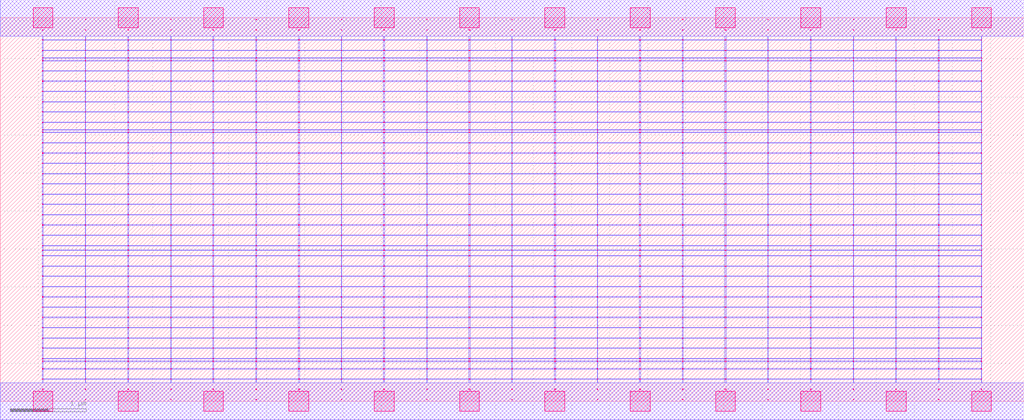
<source format=lef>
MACRO AAOAAOI22121_DEBUG
 CLASS CORE ;
 FOREIGN AAOAAOI22121_DEBUG 0 0 ;
 SIZE 13.44 BY 5.04 ;
 ORIGIN 0 0 ;
 SYMMETRY X Y R90 ;
 SITE unit ;

 OBS
    LAYER polycont ;
     RECT 6.71600000 2.58300000 6.72400000 2.59100000 ;
     RECT 6.71600000 2.71800000 6.72400000 2.72600000 ;
     RECT 6.71600000 2.85300000 6.72400000 2.86100000 ;
     RECT 6.71600000 2.98800000 6.72400000 2.99600000 ;
     RECT 11.19600000 3.79800000 11.20400000 3.80600000 ;
     RECT 11.75600000 3.79800000 11.76400000 3.80600000 ;
     RECT 12.31600000 3.79800000 12.32400000 3.80600000 ;
     RECT 12.87600000 3.79800000 12.88400000 3.80600000 ;
     RECT 11.19600000 3.93300000 11.20400000 3.94100000 ;
     RECT 11.75600000 3.93300000 11.76400000 3.94100000 ;
     RECT 12.31600000 3.93300000 12.32400000 3.94100000 ;
     RECT 12.87600000 3.93300000 12.88400000 3.94100000 ;
     RECT 11.19600000 4.06800000 11.20400000 4.07600000 ;
     RECT 11.75600000 4.06800000 11.76400000 4.07600000 ;
     RECT 12.31600000 4.06800000 12.32400000 4.07600000 ;
     RECT 12.87600000 4.06800000 12.88400000 4.07600000 ;
     RECT 11.19600000 4.20300000 11.20400000 4.21100000 ;
     RECT 11.75600000 4.20300000 11.76400000 4.21100000 ;
     RECT 12.31600000 4.20300000 12.32400000 4.21100000 ;
     RECT 12.87600000 4.20300000 12.88400000 4.21100000 ;
     RECT 11.19600000 4.33800000 11.20400000 4.34600000 ;
     RECT 11.75600000 4.33800000 11.76400000 4.34600000 ;
     RECT 12.31600000 4.33800000 12.32400000 4.34600000 ;
     RECT 12.87600000 4.33800000 12.88400000 4.34600000 ;
     RECT 11.19600000 4.47300000 11.20400000 4.48100000 ;
     RECT 11.75600000 4.47300000 11.76400000 4.48100000 ;
     RECT 12.31600000 4.47300000 12.32400000 4.48100000 ;
     RECT 12.87600000 4.47300000 12.88400000 4.48100000 ;
     RECT 11.19600000 4.51100000 11.20400000 4.51900000 ;
     RECT 11.75600000 4.51100000 11.76400000 4.51900000 ;
     RECT 12.31600000 4.51100000 12.32400000 4.51900000 ;
     RECT 12.87600000 4.51100000 12.88400000 4.51900000 ;
     RECT 11.19600000 4.60800000 11.20400000 4.61600000 ;
     RECT 11.75600000 4.60800000 11.76400000 4.61600000 ;
     RECT 12.31600000 4.60800000 12.32400000 4.61600000 ;
     RECT 12.87600000 4.60800000 12.88400000 4.61600000 ;
     RECT 11.19600000 4.74300000 11.20400000 4.75100000 ;
     RECT 11.75600000 4.74300000 11.76400000 4.75100000 ;
     RECT 12.31600000 4.74300000 12.32400000 4.75100000 ;
     RECT 12.87600000 4.74300000 12.88400000 4.75100000 ;
     RECT 11.19600000 4.87800000 11.20400000 4.88600000 ;
     RECT 11.75600000 4.87800000 11.76400000 4.88600000 ;
     RECT 12.31600000 4.87800000 12.32400000 4.88600000 ;
     RECT 12.87600000 4.87800000 12.88400000 4.88600000 ;
     RECT 8.95600000 2.58300000 8.96400000 2.59100000 ;
     RECT 9.51100000 2.58300000 9.52900000 2.59100000 ;
     RECT 7.27100000 2.58300000 7.28900000 2.59100000 ;
     RECT 7.27100000 2.71800000 7.28900000 2.72600000 ;
     RECT 7.83600000 2.71800000 7.84400000 2.72600000 ;
     RECT 8.39100000 2.71800000 8.40900000 2.72600000 ;
     RECT 8.95600000 2.71800000 8.96400000 2.72600000 ;
     RECT 9.51100000 2.71800000 9.52900000 2.72600000 ;
     RECT 7.83600000 2.58300000 7.84400000 2.59100000 ;
     RECT 7.27100000 2.85300000 7.28900000 2.86100000 ;
     RECT 7.83600000 2.85300000 7.84400000 2.86100000 ;
     RECT 8.39100000 2.85300000 8.40900000 2.86100000 ;
     RECT 8.95600000 2.85300000 8.96400000 2.86100000 ;
     RECT 9.51100000 2.85300000 9.52900000 2.86100000 ;
     RECT 8.39100000 2.58300000 8.40900000 2.59100000 ;
     RECT 7.27100000 2.98800000 7.28900000 2.99600000 ;
     RECT 7.83600000 2.98800000 7.84400000 2.99600000 ;
     RECT 8.39100000 2.98800000 8.40900000 2.99600000 ;
     RECT 8.95600000 2.98800000 8.96400000 2.99600000 ;
     RECT 9.51100000 2.98800000 9.52900000 2.99600000 ;
     RECT 11.19600000 3.56100000 11.20400000 3.56900000 ;
     RECT 11.75600000 3.56100000 11.76400000 3.56900000 ;
     RECT 12.31600000 3.56100000 12.32400000 3.56900000 ;
     RECT 12.87600000 3.56100000 12.88400000 3.56900000 ;
     RECT 11.19600000 3.66300000 11.20400000 3.67100000 ;
     RECT 11.75600000 3.66300000 11.76400000 3.67100000 ;
     RECT 12.31600000 3.66300000 12.32400000 3.67100000 ;
     RECT 12.87600000 3.66300000 12.88400000 3.67100000 ;
     RECT 10.07600000 2.58300000 10.08400000 2.59100000 ;
     RECT 10.63600000 2.58300000 10.64900000 2.59100000 ;
     RECT 11.19600000 2.58300000 11.20400000 2.59100000 ;
     RECT 11.75600000 2.58300000 11.76400000 2.59100000 ;
     RECT 12.31600000 2.58300000 12.32400000 2.59100000 ;
     RECT 12.87600000 2.58300000 12.88400000 2.59100000 ;
     RECT 10.07600000 2.85300000 10.08400000 2.86100000 ;
     RECT 10.63600000 2.85300000 10.64900000 2.86100000 ;
     RECT 11.19600000 2.85300000 11.20400000 2.86100000 ;
     RECT 11.75600000 2.85300000 11.76400000 2.86100000 ;
     RECT 12.31600000 2.85300000 12.32400000 2.86100000 ;
     RECT 12.87600000 2.85300000 12.88400000 2.86100000 ;
     RECT 10.07600000 2.71800000 10.08400000 2.72600000 ;
     RECT 10.63600000 2.71800000 10.64900000 2.72600000 ;
     RECT 11.19600000 2.71800000 11.20400000 2.72600000 ;
     RECT 11.75600000 2.71800000 11.76400000 2.72600000 ;
     RECT 12.31600000 2.71800000 12.32400000 2.72600000 ;
     RECT 12.87600000 2.71800000 12.88400000 2.72600000 ;
     RECT 10.07600000 2.98800000 10.08400000 2.99600000 ;
     RECT 10.63600000 2.98800000 10.64900000 2.99600000 ;
     RECT 11.19600000 2.98800000 11.20400000 2.99600000 ;
     RECT 11.75600000 2.98800000 11.76400000 2.99600000 ;
     RECT 12.31600000 2.98800000 12.32400000 2.99600000 ;
     RECT 12.87600000 2.98800000 12.88400000 2.99600000 ;
     RECT 11.19600000 3.12300000 11.20400000 3.13100000 ;
     RECT 11.75600000 3.12300000 11.76400000 3.13100000 ;
     RECT 12.31600000 3.12300000 12.32400000 3.13100000 ;
     RECT 12.87600000 3.12300000 12.88400000 3.13100000 ;
     RECT 11.19600000 3.25800000 11.20400000 3.26600000 ;
     RECT 11.75600000 3.25800000 11.76400000 3.26600000 ;
     RECT 12.31600000 3.25800000 12.32400000 3.26600000 ;
     RECT 12.87600000 3.25800000 12.88400000 3.26600000 ;
     RECT 11.19600000 3.39300000 11.20400000 3.40100000 ;
     RECT 11.75600000 3.39300000 11.76400000 3.40100000 ;
     RECT 12.31600000 3.39300000 12.32400000 3.40100000 ;
     RECT 12.87600000 3.39300000 12.88400000 3.40100000 ;
     RECT 11.19600000 3.52800000 11.20400000 3.53600000 ;
     RECT 11.75600000 3.52800000 11.76400000 3.53600000 ;
     RECT 12.31600000 3.52800000 12.32400000 3.53600000 ;
     RECT 12.87600000 3.52800000 12.88400000 3.53600000 ;
     RECT 2.23600000 3.56100000 2.24400000 3.56900000 ;
     RECT 5.03100000 2.71800000 5.04900000 2.72600000 ;
     RECT 5.59600000 2.71800000 5.60400000 2.72600000 ;
     RECT 6.15100000 2.71800000 6.16900000 2.72600000 ;
     RECT 1.11600000 2.58300000 1.12400000 2.59100000 ;
     RECT 2.23600000 3.66300000 2.24400000 3.67100000 ;
     RECT 1.67600000 2.58300000 1.68900000 2.59100000 ;
     RECT 0.55100000 2.98800000 0.56400000 2.99600000 ;
     RECT 1.11600000 2.98800000 1.12400000 2.99600000 ;
     RECT 1.67600000 2.98800000 1.68900000 2.99600000 ;
     RECT 2.23600000 3.79800000 2.24400000 3.80600000 ;
     RECT 2.23600000 2.98800000 2.24400000 2.99600000 ;
     RECT 2.79100000 2.98800000 2.80400000 2.99600000 ;
     RECT 3.35600000 2.98800000 3.36400000 2.99600000 ;
     RECT 3.91100000 2.98800000 3.92900000 2.99600000 ;
     RECT 2.23600000 3.93300000 2.24400000 3.94100000 ;
     RECT 4.47600000 2.98800000 4.48400000 2.99600000 ;
     RECT 5.03100000 2.98800000 5.04900000 2.99600000 ;
     RECT 5.59600000 2.98800000 5.60400000 2.99600000 ;
     RECT 6.15100000 2.98800000 6.16900000 2.99600000 ;
     RECT 2.23600000 4.06800000 2.24400000 4.07600000 ;
     RECT 2.23600000 2.58300000 2.24400000 2.59100000 ;
     RECT 2.79100000 2.58300000 2.80400000 2.59100000 ;
     RECT 3.35600000 2.58300000 3.36400000 2.59100000 ;
     RECT 3.91100000 2.58300000 3.92900000 2.59100000 ;
     RECT 2.23600000 4.20300000 2.24400000 4.21100000 ;
     RECT 4.47600000 2.58300000 4.48400000 2.59100000 ;
     RECT 5.03100000 2.58300000 5.04900000 2.59100000 ;
     RECT 5.59600000 2.58300000 5.60400000 2.59100000 ;
     RECT 6.15100000 2.58300000 6.16900000 2.59100000 ;
     RECT 2.23600000 4.33800000 2.24400000 4.34600000 ;
     RECT 0.55100000 2.58300000 0.56400000 2.59100000 ;
     RECT 0.55100000 2.71800000 0.56400000 2.72600000 ;
     RECT 0.55100000 2.85300000 0.56400000 2.86100000 ;
     RECT 1.11600000 2.85300000 1.12400000 2.86100000 ;
     RECT 2.23600000 4.47300000 2.24400000 4.48100000 ;
     RECT 2.23600000 3.12300000 2.24400000 3.13100000 ;
     RECT 1.67600000 2.85300000 1.68900000 2.86100000 ;
     RECT 2.23600000 2.85300000 2.24400000 2.86100000 ;
     RECT 2.79100000 2.85300000 2.80400000 2.86100000 ;
     RECT 2.23600000 4.51100000 2.24400000 4.51900000 ;
     RECT 3.35600000 2.85300000 3.36400000 2.86100000 ;
     RECT 2.23600000 3.25800000 2.24400000 3.26600000 ;
     RECT 3.91100000 2.85300000 3.92900000 2.86100000 ;
     RECT 4.47600000 2.85300000 4.48400000 2.86100000 ;
     RECT 2.23600000 4.60800000 2.24400000 4.61600000 ;
     RECT 5.03100000 2.85300000 5.04900000 2.86100000 ;
     RECT 5.59600000 2.85300000 5.60400000 2.86100000 ;
     RECT 2.23600000 3.39300000 2.24400000 3.40100000 ;
     RECT 6.15100000 2.85300000 6.16900000 2.86100000 ;
     RECT 2.23600000 4.74300000 2.24400000 4.75100000 ;
     RECT 1.11600000 2.71800000 1.12400000 2.72600000 ;
     RECT 1.67600000 2.71800000 1.68900000 2.72600000 ;
     RECT 2.23600000 2.71800000 2.24400000 2.72600000 ;
     RECT 2.23600000 3.52800000 2.24400000 3.53600000 ;
     RECT 2.23600000 4.87800000 2.24400000 4.88600000 ;
     RECT 2.79100000 2.71800000 2.80400000 2.72600000 ;
     RECT 3.35600000 2.71800000 3.36400000 2.72600000 ;
     RECT 3.91100000 2.71800000 3.92900000 2.72600000 ;
     RECT 4.47600000 2.71800000 4.48400000 2.72600000 ;
     RECT 2.23600000 0.82800000 2.24400000 0.83600000 ;
     RECT 4.47600000 0.82800000 4.48400000 0.83600000 ;
     RECT 2.23600000 0.96300000 2.24400000 0.97100000 ;
     RECT 4.47600000 0.96300000 4.48400000 0.97100000 ;
     RECT 2.23600000 1.09800000 2.24400000 1.10600000 ;
     RECT 4.47600000 1.09800000 4.48400000 1.10600000 ;
     RECT 2.23600000 1.23300000 2.24400000 1.24100000 ;
     RECT 4.47600000 1.23300000 4.48400000 1.24100000 ;
     RECT 2.23600000 1.36800000 2.24400000 1.37600000 ;
     RECT 4.47600000 1.36800000 4.48400000 1.37600000 ;
     RECT 2.23600000 1.50300000 2.24400000 1.51100000 ;
     RECT 4.47600000 1.50300000 4.48400000 1.51100000 ;
     RECT 2.23600000 1.63800000 2.24400000 1.64600000 ;
     RECT 4.47600000 1.63800000 4.48400000 1.64600000 ;
     RECT 2.23600000 1.77300000 2.24400000 1.78100000 ;
     RECT 4.47600000 1.77300000 4.48400000 1.78100000 ;
     RECT 2.23600000 1.90800000 2.24400000 1.91600000 ;
     RECT 4.47600000 1.90800000 4.48400000 1.91600000 ;
     RECT 2.23600000 1.98100000 2.24400000 1.98900000 ;
     RECT 4.47600000 1.98100000 4.48400000 1.98900000 ;
     RECT 2.23600000 2.04300000 2.24400000 2.05100000 ;
     RECT 4.47600000 2.04300000 4.48400000 2.05100000 ;
     RECT 2.23600000 2.17800000 2.24400000 2.18600000 ;
     RECT 4.47600000 2.17800000 4.48400000 2.18600000 ;
     RECT 2.23600000 2.31300000 2.24400000 2.32100000 ;
     RECT 4.47600000 2.31300000 4.48400000 2.32100000 ;
     RECT 2.23600000 2.44800000 2.24400000 2.45600000 ;
     RECT 4.47600000 2.44800000 4.48400000 2.45600000 ;
     RECT 2.23600000 0.15300000 2.24400000 0.16100000 ;
     RECT 4.47600000 0.15300000 4.48400000 0.16100000 ;
     RECT 2.23600000 0.28800000 2.24400000 0.29600000 ;
     RECT 4.47600000 0.28800000 4.48400000 0.29600000 ;
     RECT 2.23600000 0.42300000 2.24400000 0.43100000 ;
     RECT 4.47600000 0.42300000 4.48400000 0.43100000 ;
     RECT 2.23600000 0.52100000 2.24400000 0.52900000 ;
     RECT 4.47600000 0.52100000 4.48400000 0.52900000 ;
     RECT 2.23600000 0.55800000 2.24400000 0.56600000 ;
     RECT 4.47600000 0.55800000 4.48400000 0.56600000 ;
     RECT 2.23600000 0.69300000 2.24400000 0.70100000 ;
     RECT 4.47600000 0.69300000 4.48400000 0.70100000 ;
     RECT 10.07600000 1.50300000 10.08400000 1.51100000 ;
     RECT 10.07600000 2.17800000 10.08400000 2.18600000 ;
     RECT 10.07600000 0.52100000 10.08400000 0.52900000 ;
     RECT 10.07600000 0.69300000 10.08400000 0.70100000 ;
     RECT 10.07600000 2.31300000 10.08400000 2.32100000 ;
     RECT 10.07600000 1.63800000 10.08400000 1.64600000 ;
     RECT 10.07600000 1.09800000 10.08400000 1.10600000 ;
     RECT 10.07600000 2.44800000 10.08400000 2.45600000 ;
     RECT 10.07600000 0.42300000 10.08400000 0.43100000 ;
     RECT 10.07600000 1.77300000 10.08400000 1.78100000 ;
     RECT 10.07600000 0.15300000 10.08400000 0.16100000 ;
     RECT 10.07600000 1.23300000 10.08400000 1.24100000 ;
     RECT 10.07600000 1.90800000 10.08400000 1.91600000 ;
     RECT 10.07600000 0.82800000 10.08400000 0.83600000 ;
     RECT 10.07600000 0.55800000 10.08400000 0.56600000 ;
     RECT 10.07600000 1.98100000 10.08400000 1.98900000 ;
     RECT 10.07600000 1.36800000 10.08400000 1.37600000 ;
     RECT 10.07600000 0.28800000 10.08400000 0.29600000 ;
     RECT 10.07600000 2.04300000 10.08400000 2.05100000 ;
     RECT 10.07600000 0.96300000 10.08400000 0.97100000 ;

    LAYER pdiffc ;
     RECT 0.55100000 3.39300000 0.55900000 3.40100000 ;
     RECT 1.68100000 3.39300000 1.68900000 3.40100000 ;
     RECT 2.79100000 3.39300000 2.79900000 3.40100000 ;
     RECT 10.64100000 3.39300000 10.64900000 3.40100000 ;
     RECT 0.55100000 3.52800000 0.55900000 3.53600000 ;
     RECT 1.68100000 3.52800000 1.68900000 3.53600000 ;
     RECT 2.79100000 3.52800000 2.79900000 3.53600000 ;
     RECT 10.64100000 3.52800000 10.64900000 3.53600000 ;
     RECT 0.55100000 3.56100000 0.55900000 3.56900000 ;
     RECT 1.68100000 3.56100000 1.68900000 3.56900000 ;
     RECT 2.79100000 3.56100000 2.79900000 3.56900000 ;
     RECT 10.64100000 3.56100000 10.64900000 3.56900000 ;
     RECT 0.55100000 3.66300000 0.55900000 3.67100000 ;
     RECT 1.68100000 3.66300000 1.68900000 3.67100000 ;
     RECT 2.79100000 3.66300000 2.79900000 3.67100000 ;
     RECT 10.64100000 3.66300000 10.64900000 3.67100000 ;
     RECT 0.55100000 3.79800000 0.55900000 3.80600000 ;
     RECT 1.68100000 3.79800000 1.68900000 3.80600000 ;
     RECT 2.79100000 3.79800000 2.79900000 3.80600000 ;
     RECT 10.64100000 3.79800000 10.64900000 3.80600000 ;
     RECT 0.55100000 3.93300000 0.55900000 3.94100000 ;
     RECT 1.68100000 3.93300000 1.68900000 3.94100000 ;
     RECT 2.79100000 3.93300000 2.79900000 3.94100000 ;
     RECT 10.64100000 3.93300000 10.64900000 3.94100000 ;
     RECT 0.55100000 4.06800000 0.55900000 4.07600000 ;
     RECT 1.68100000 4.06800000 1.68900000 4.07600000 ;
     RECT 2.79100000 4.06800000 2.79900000 4.07600000 ;
     RECT 10.64100000 4.06800000 10.64900000 4.07600000 ;
     RECT 0.55100000 4.20300000 0.55900000 4.21100000 ;
     RECT 1.68100000 4.20300000 1.68900000 4.21100000 ;
     RECT 2.79100000 4.20300000 2.79900000 4.21100000 ;
     RECT 10.64100000 4.20300000 10.64900000 4.21100000 ;
     RECT 0.55100000 4.33800000 0.55900000 4.34600000 ;
     RECT 1.68100000 4.33800000 1.68900000 4.34600000 ;
     RECT 2.79100000 4.33800000 2.79900000 4.34600000 ;
     RECT 10.64100000 4.33800000 10.64900000 4.34600000 ;
     RECT 0.55100000 4.47300000 0.55900000 4.48100000 ;
     RECT 1.68100000 4.47300000 1.68900000 4.48100000 ;
     RECT 2.79100000 4.47300000 2.79900000 4.48100000 ;
     RECT 10.64100000 4.47300000 10.64900000 4.48100000 ;
     RECT 0.55100000 4.51100000 0.55900000 4.51900000 ;
     RECT 1.68100000 4.51100000 1.68900000 4.51900000 ;
     RECT 2.79100000 4.51100000 2.79900000 4.51900000 ;
     RECT 10.64100000 4.51100000 10.64900000 4.51900000 ;
     RECT 0.55100000 4.60800000 0.55900000 4.61600000 ;
     RECT 1.68100000 4.60800000 1.68900000 4.61600000 ;
     RECT 2.79100000 4.60800000 2.79900000 4.61600000 ;
     RECT 10.64100000 4.60800000 10.64900000 4.61600000 ;

    LAYER ndiffc ;
     RECT 7.27100000 0.42300000 7.28900000 0.43100000 ;
     RECT 8.39100000 0.42300000 8.40900000 0.43100000 ;
     RECT 9.51100000 0.42300000 9.52900000 0.43100000 ;
     RECT 10.63600000 0.42300000 10.64900000 0.43100000 ;
     RECT 11.75600000 0.42300000 11.76400000 0.43100000 ;
     RECT 12.87600000 0.42300000 12.88400000 0.43100000 ;
     RECT 7.27100000 0.52100000 7.28900000 0.52900000 ;
     RECT 8.39100000 0.52100000 8.40900000 0.52900000 ;
     RECT 9.51100000 0.52100000 9.52900000 0.52900000 ;
     RECT 10.63600000 0.52100000 10.64900000 0.52900000 ;
     RECT 11.75600000 0.52100000 11.76400000 0.52900000 ;
     RECT 12.87600000 0.52100000 12.88400000 0.52900000 ;
     RECT 7.27100000 0.55800000 7.28900000 0.56600000 ;
     RECT 8.39100000 0.55800000 8.40900000 0.56600000 ;
     RECT 9.51100000 0.55800000 9.52900000 0.56600000 ;
     RECT 10.63600000 0.55800000 10.64900000 0.56600000 ;
     RECT 11.75600000 0.55800000 11.76400000 0.56600000 ;
     RECT 12.87600000 0.55800000 12.88400000 0.56600000 ;
     RECT 7.27100000 0.69300000 7.28900000 0.70100000 ;
     RECT 8.39100000 0.69300000 8.40900000 0.70100000 ;
     RECT 9.51100000 0.69300000 9.52900000 0.70100000 ;
     RECT 10.63600000 0.69300000 10.64900000 0.70100000 ;
     RECT 11.75600000 0.69300000 11.76400000 0.70100000 ;
     RECT 12.87600000 0.69300000 12.88400000 0.70100000 ;
     RECT 7.27100000 0.82800000 7.28900000 0.83600000 ;
     RECT 8.39100000 0.82800000 8.40900000 0.83600000 ;
     RECT 9.51100000 0.82800000 9.52900000 0.83600000 ;
     RECT 10.63600000 0.82800000 10.64900000 0.83600000 ;
     RECT 11.75600000 0.82800000 11.76400000 0.83600000 ;
     RECT 12.87600000 0.82800000 12.88400000 0.83600000 ;
     RECT 7.27100000 0.96300000 7.28900000 0.97100000 ;
     RECT 8.39100000 0.96300000 8.40900000 0.97100000 ;
     RECT 9.51100000 0.96300000 9.52900000 0.97100000 ;
     RECT 10.63600000 0.96300000 10.64900000 0.97100000 ;
     RECT 11.75600000 0.96300000 11.76400000 0.97100000 ;
     RECT 12.87600000 0.96300000 12.88400000 0.97100000 ;
     RECT 7.27100000 1.09800000 7.28900000 1.10600000 ;
     RECT 8.39100000 1.09800000 8.40900000 1.10600000 ;
     RECT 9.51100000 1.09800000 9.52900000 1.10600000 ;
     RECT 10.63600000 1.09800000 10.64900000 1.10600000 ;
     RECT 11.75600000 1.09800000 11.76400000 1.10600000 ;
     RECT 12.87600000 1.09800000 12.88400000 1.10600000 ;
     RECT 7.27100000 1.23300000 7.28900000 1.24100000 ;
     RECT 8.39100000 1.23300000 8.40900000 1.24100000 ;
     RECT 9.51100000 1.23300000 9.52900000 1.24100000 ;
     RECT 10.63600000 1.23300000 10.64900000 1.24100000 ;
     RECT 11.75600000 1.23300000 11.76400000 1.24100000 ;
     RECT 12.87600000 1.23300000 12.88400000 1.24100000 ;
     RECT 7.27100000 1.36800000 7.28900000 1.37600000 ;
     RECT 8.39100000 1.36800000 8.40900000 1.37600000 ;
     RECT 9.51100000 1.36800000 9.52900000 1.37600000 ;
     RECT 10.63600000 1.36800000 10.64900000 1.37600000 ;
     RECT 11.75600000 1.36800000 11.76400000 1.37600000 ;
     RECT 12.87600000 1.36800000 12.88400000 1.37600000 ;
     RECT 7.27100000 1.50300000 7.28900000 1.51100000 ;
     RECT 8.39100000 1.50300000 8.40900000 1.51100000 ;
     RECT 9.51100000 1.50300000 9.52900000 1.51100000 ;
     RECT 10.63600000 1.50300000 10.64900000 1.51100000 ;
     RECT 11.75600000 1.50300000 11.76400000 1.51100000 ;
     RECT 12.87600000 1.50300000 12.88400000 1.51100000 ;
     RECT 7.27100000 1.63800000 7.28900000 1.64600000 ;
     RECT 8.39100000 1.63800000 8.40900000 1.64600000 ;
     RECT 9.51100000 1.63800000 9.52900000 1.64600000 ;
     RECT 10.63600000 1.63800000 10.64900000 1.64600000 ;
     RECT 11.75600000 1.63800000 11.76400000 1.64600000 ;
     RECT 12.87600000 1.63800000 12.88400000 1.64600000 ;
     RECT 7.27100000 1.77300000 7.28900000 1.78100000 ;
     RECT 8.39100000 1.77300000 8.40900000 1.78100000 ;
     RECT 9.51100000 1.77300000 9.52900000 1.78100000 ;
     RECT 10.63600000 1.77300000 10.64900000 1.78100000 ;
     RECT 11.75600000 1.77300000 11.76400000 1.78100000 ;
     RECT 12.87600000 1.77300000 12.88400000 1.78100000 ;
     RECT 7.27100000 1.90800000 7.28900000 1.91600000 ;
     RECT 8.39100000 1.90800000 8.40900000 1.91600000 ;
     RECT 9.51100000 1.90800000 9.52900000 1.91600000 ;
     RECT 10.63600000 1.90800000 10.64900000 1.91600000 ;
     RECT 11.75600000 1.90800000 11.76400000 1.91600000 ;
     RECT 12.87600000 1.90800000 12.88400000 1.91600000 ;
     RECT 7.27100000 1.98100000 7.28900000 1.98900000 ;
     RECT 8.39100000 1.98100000 8.40900000 1.98900000 ;
     RECT 9.51100000 1.98100000 9.52900000 1.98900000 ;
     RECT 10.63600000 1.98100000 10.64900000 1.98900000 ;
     RECT 11.75600000 1.98100000 11.76400000 1.98900000 ;
     RECT 12.87600000 1.98100000 12.88400000 1.98900000 ;
     RECT 7.27100000 2.04300000 7.28900000 2.05100000 ;
     RECT 8.39100000 2.04300000 8.40900000 2.05100000 ;
     RECT 9.51100000 2.04300000 9.52900000 2.05100000 ;
     RECT 10.63600000 2.04300000 10.64900000 2.05100000 ;
     RECT 11.75600000 2.04300000 11.76400000 2.05100000 ;
     RECT 12.87600000 2.04300000 12.88400000 2.05100000 ;
     RECT 0.55100000 0.42300000 0.56400000 0.43100000 ;
     RECT 1.67600000 0.42300000 1.68900000 0.43100000 ;
     RECT 2.79100000 0.42300000 2.80400000 0.43100000 ;
     RECT 3.91100000 0.42300000 3.92900000 0.43100000 ;
     RECT 5.03100000 0.42300000 5.04900000 0.43100000 ;
     RECT 6.15100000 0.42300000 6.16900000 0.43100000 ;
     RECT 0.55100000 1.36800000 0.56400000 1.37600000 ;
     RECT 1.67600000 1.36800000 1.68900000 1.37600000 ;
     RECT 2.79100000 1.36800000 2.80400000 1.37600000 ;
     RECT 3.91100000 1.36800000 3.92900000 1.37600000 ;
     RECT 5.03100000 1.36800000 5.04900000 1.37600000 ;
     RECT 6.15100000 1.36800000 6.16900000 1.37600000 ;
     RECT 0.55100000 0.82800000 0.56400000 0.83600000 ;
     RECT 1.67600000 0.82800000 1.68900000 0.83600000 ;
     RECT 2.79100000 0.82800000 2.80400000 0.83600000 ;
     RECT 3.91100000 0.82800000 3.92900000 0.83600000 ;
     RECT 5.03100000 0.82800000 5.04900000 0.83600000 ;
     RECT 6.15100000 0.82800000 6.16900000 0.83600000 ;
     RECT 0.55100000 1.50300000 0.56400000 1.51100000 ;
     RECT 1.67600000 1.50300000 1.68900000 1.51100000 ;
     RECT 2.79100000 1.50300000 2.80400000 1.51100000 ;
     RECT 3.91100000 1.50300000 3.92900000 1.51100000 ;
     RECT 5.03100000 1.50300000 5.04900000 1.51100000 ;
     RECT 6.15100000 1.50300000 6.16900000 1.51100000 ;
     RECT 0.55100000 0.55800000 0.56400000 0.56600000 ;
     RECT 1.67600000 0.55800000 1.68900000 0.56600000 ;
     RECT 2.79100000 0.55800000 2.80400000 0.56600000 ;
     RECT 3.91100000 0.55800000 3.92900000 0.56600000 ;
     RECT 5.03100000 0.55800000 5.04900000 0.56600000 ;
     RECT 6.15100000 0.55800000 6.16900000 0.56600000 ;
     RECT 0.55100000 1.63800000 0.56400000 1.64600000 ;
     RECT 1.67600000 1.63800000 1.68900000 1.64600000 ;
     RECT 2.79100000 1.63800000 2.80400000 1.64600000 ;
     RECT 3.91100000 1.63800000 3.92900000 1.64600000 ;
     RECT 5.03100000 1.63800000 5.04900000 1.64600000 ;
     RECT 6.15100000 1.63800000 6.16900000 1.64600000 ;
     RECT 0.55100000 0.96300000 0.56400000 0.97100000 ;
     RECT 1.67600000 0.96300000 1.68900000 0.97100000 ;
     RECT 2.79100000 0.96300000 2.80400000 0.97100000 ;
     RECT 3.91100000 0.96300000 3.92900000 0.97100000 ;
     RECT 5.03100000 0.96300000 5.04900000 0.97100000 ;
     RECT 6.15100000 0.96300000 6.16900000 0.97100000 ;
     RECT 0.55100000 1.77300000 0.56400000 1.78100000 ;
     RECT 1.67600000 1.77300000 1.68900000 1.78100000 ;
     RECT 2.79100000 1.77300000 2.80400000 1.78100000 ;
     RECT 3.91100000 1.77300000 3.92900000 1.78100000 ;
     RECT 5.03100000 1.77300000 5.04900000 1.78100000 ;
     RECT 6.15100000 1.77300000 6.16900000 1.78100000 ;
     RECT 0.55100000 0.52100000 0.56400000 0.52900000 ;
     RECT 1.67600000 0.52100000 1.68900000 0.52900000 ;
     RECT 2.79100000 0.52100000 2.80400000 0.52900000 ;
     RECT 3.91100000 0.52100000 3.92900000 0.52900000 ;
     RECT 5.03100000 0.52100000 5.04900000 0.52900000 ;
     RECT 6.15100000 0.52100000 6.16900000 0.52900000 ;
     RECT 0.55100000 1.90800000 0.56400000 1.91600000 ;
     RECT 1.67600000 1.90800000 1.68900000 1.91600000 ;
     RECT 2.79100000 1.90800000 2.80400000 1.91600000 ;
     RECT 3.91100000 1.90800000 3.92900000 1.91600000 ;
     RECT 5.03100000 1.90800000 5.04900000 1.91600000 ;
     RECT 6.15100000 1.90800000 6.16900000 1.91600000 ;
     RECT 0.55100000 1.09800000 0.56400000 1.10600000 ;
     RECT 1.67600000 1.09800000 1.68900000 1.10600000 ;
     RECT 2.79100000 1.09800000 2.80400000 1.10600000 ;
     RECT 3.91100000 1.09800000 3.92900000 1.10600000 ;
     RECT 5.03100000 1.09800000 5.04900000 1.10600000 ;
     RECT 6.15100000 1.09800000 6.16900000 1.10600000 ;
     RECT 0.55100000 1.98100000 0.56400000 1.98900000 ;
     RECT 1.67600000 1.98100000 1.68900000 1.98900000 ;
     RECT 2.79100000 1.98100000 2.80400000 1.98900000 ;
     RECT 3.91100000 1.98100000 3.92900000 1.98900000 ;
     RECT 5.03100000 1.98100000 5.04900000 1.98900000 ;
     RECT 6.15100000 1.98100000 6.16900000 1.98900000 ;
     RECT 0.55100000 0.69300000 0.56400000 0.70100000 ;
     RECT 1.67600000 0.69300000 1.68900000 0.70100000 ;
     RECT 2.79100000 0.69300000 2.80400000 0.70100000 ;
     RECT 3.91100000 0.69300000 3.92900000 0.70100000 ;
     RECT 5.03100000 0.69300000 5.04900000 0.70100000 ;
     RECT 6.15100000 0.69300000 6.16900000 0.70100000 ;
     RECT 0.55100000 2.04300000 0.56400000 2.05100000 ;
     RECT 1.67600000 2.04300000 1.68900000 2.05100000 ;
     RECT 2.79100000 2.04300000 2.80400000 2.05100000 ;
     RECT 3.91100000 2.04300000 3.92900000 2.05100000 ;
     RECT 5.03100000 2.04300000 5.04900000 2.05100000 ;
     RECT 6.15100000 2.04300000 6.16900000 2.05100000 ;
     RECT 0.55100000 1.23300000 0.56400000 1.24100000 ;
     RECT 1.67600000 1.23300000 1.68900000 1.24100000 ;
     RECT 2.79100000 1.23300000 2.80400000 1.24100000 ;
     RECT 3.91100000 1.23300000 3.92900000 1.24100000 ;
     RECT 5.03100000 1.23300000 5.04900000 1.24100000 ;
     RECT 6.15100000 1.23300000 6.16900000 1.24100000 ;

    LAYER met1 ;
     RECT 0.00000000 -0.24000000 13.44000000 0.24000000 ;
     RECT 6.71600000 0.24000000 6.72400000 0.28800000 ;
     RECT 0.55100000 0.28800000 12.88400000 0.29600000 ;
     RECT 6.71600000 0.29600000 6.72400000 0.42300000 ;
     RECT 0.55100000 0.42300000 12.88400000 0.43100000 ;
     RECT 6.71600000 0.43100000 6.72400000 0.52100000 ;
     RECT 0.55100000 0.52100000 12.88400000 0.52900000 ;
     RECT 6.71600000 0.52900000 6.72400000 0.55800000 ;
     RECT 0.55100000 0.55800000 12.88400000 0.56600000 ;
     RECT 6.71600000 0.56600000 6.72400000 0.69300000 ;
     RECT 0.55100000 0.69300000 12.88400000 0.70100000 ;
     RECT 6.71600000 0.70100000 6.72400000 0.82800000 ;
     RECT 0.55100000 0.82800000 12.88400000 0.83600000 ;
     RECT 6.71600000 0.83600000 6.72400000 0.96300000 ;
     RECT 0.55100000 0.96300000 12.88400000 0.97100000 ;
     RECT 6.71600000 0.97100000 6.72400000 1.09800000 ;
     RECT 0.55100000 1.09800000 12.88400000 1.10600000 ;
     RECT 6.71600000 1.10600000 6.72400000 1.23300000 ;
     RECT 0.55100000 1.23300000 12.88400000 1.24100000 ;
     RECT 6.71600000 1.24100000 6.72400000 1.36800000 ;
     RECT 0.55100000 1.36800000 12.88400000 1.37600000 ;
     RECT 6.71600000 1.37600000 6.72400000 1.50300000 ;
     RECT 0.55100000 1.50300000 12.88400000 1.51100000 ;
     RECT 6.71600000 1.51100000 6.72400000 1.63800000 ;
     RECT 0.55100000 1.63800000 12.88400000 1.64600000 ;
     RECT 6.71600000 1.64600000 6.72400000 1.77300000 ;
     RECT 0.55100000 1.77300000 12.88400000 1.78100000 ;
     RECT 6.71600000 1.78100000 6.72400000 1.90800000 ;
     RECT 0.55100000 1.90800000 12.88400000 1.91600000 ;
     RECT 6.71600000 1.91600000 6.72400000 1.98100000 ;
     RECT 0.55100000 1.98100000 12.88400000 1.98900000 ;
     RECT 6.71600000 1.98900000 6.72400000 2.04300000 ;
     RECT 0.55100000 2.04300000 12.88400000 2.05100000 ;
     RECT 6.71600000 2.05100000 6.72400000 2.17800000 ;
     RECT 0.55100000 2.17800000 12.88400000 2.18600000 ;
     RECT 6.71600000 2.18600000 6.72400000 2.31300000 ;
     RECT 0.55100000 2.31300000 12.88400000 2.32100000 ;
     RECT 6.71600000 2.32100000 6.72400000 2.44800000 ;
     RECT 0.55100000 2.44800000 12.88400000 2.45600000 ;
     RECT 0.55100000 2.45600000 0.56400000 2.58300000 ;
     RECT 1.11600000 2.45600000 1.12400000 2.58300000 ;
     RECT 1.67600000 2.45600000 1.68900000 2.58300000 ;
     RECT 2.23600000 2.45600000 2.24400000 2.58300000 ;
     RECT 2.79100000 2.45600000 2.80400000 2.58300000 ;
     RECT 3.35600000 2.45600000 3.36400000 2.58300000 ;
     RECT 3.91100000 2.45600000 3.92900000 2.58300000 ;
     RECT 4.47600000 2.45600000 4.48400000 2.58300000 ;
     RECT 5.03100000 2.45600000 5.04900000 2.58300000 ;
     RECT 5.59600000 2.45600000 5.60400000 2.58300000 ;
     RECT 6.15100000 2.45600000 6.16900000 2.58300000 ;
     RECT 6.71600000 2.45600000 6.72400000 2.58300000 ;
     RECT 7.27100000 2.45600000 7.28900000 2.58300000 ;
     RECT 7.83600000 2.45600000 7.84400000 2.58300000 ;
     RECT 8.39100000 2.45600000 8.40900000 2.58300000 ;
     RECT 8.95600000 2.45600000 8.96400000 2.58300000 ;
     RECT 9.51100000 2.45600000 9.52900000 2.58300000 ;
     RECT 10.07600000 2.45600000 10.08400000 2.58300000 ;
     RECT 10.63600000 2.45600000 10.64900000 2.58300000 ;
     RECT 11.19600000 2.45600000 11.20400000 2.58300000 ;
     RECT 11.75600000 2.45600000 11.76400000 2.58300000 ;
     RECT 12.31600000 2.45600000 12.32400000 2.58300000 ;
     RECT 12.87600000 2.45600000 12.88400000 2.58300000 ;
     RECT 0.55100000 2.58300000 12.88400000 2.59100000 ;
     RECT 6.71600000 2.59100000 6.72400000 2.71800000 ;
     RECT 0.55100000 2.71800000 12.88400000 2.72600000 ;
     RECT 6.71600000 2.72600000 6.72400000 2.85300000 ;
     RECT 0.55100000 2.85300000 12.88400000 2.86100000 ;
     RECT 6.71600000 2.86100000 6.72400000 2.98800000 ;
     RECT 0.55100000 2.98800000 12.88400000 2.99600000 ;
     RECT 6.71600000 2.99600000 6.72400000 3.12300000 ;
     RECT 0.55100000 3.12300000 12.88400000 3.13100000 ;
     RECT 6.71600000 3.13100000 6.72400000 3.25800000 ;
     RECT 0.55100000 3.25800000 12.88400000 3.26600000 ;
     RECT 6.71600000 3.26600000 6.72400000 3.39300000 ;
     RECT 0.55100000 3.39300000 12.88400000 3.40100000 ;
     RECT 6.71600000 3.40100000 6.72400000 3.52800000 ;
     RECT 0.55100000 3.52800000 12.88400000 3.53600000 ;
     RECT 6.71600000 3.53600000 6.72400000 3.56100000 ;
     RECT 0.55100000 3.56100000 12.88400000 3.56900000 ;
     RECT 6.71600000 3.56900000 6.72400000 3.66300000 ;
     RECT 0.55100000 3.66300000 12.88400000 3.67100000 ;
     RECT 6.71600000 3.67100000 6.72400000 3.79800000 ;
     RECT 0.55100000 3.79800000 12.88400000 3.80600000 ;
     RECT 6.71600000 3.80600000 6.72400000 3.93300000 ;
     RECT 0.55100000 3.93300000 12.88400000 3.94100000 ;
     RECT 6.71600000 3.94100000 6.72400000 4.06800000 ;
     RECT 0.55100000 4.06800000 12.88400000 4.07600000 ;
     RECT 6.71600000 4.07600000 6.72400000 4.20300000 ;
     RECT 0.55100000 4.20300000 12.88400000 4.21100000 ;
     RECT 6.71600000 4.21100000 6.72400000 4.33800000 ;
     RECT 0.55100000 4.33800000 12.88400000 4.34600000 ;
     RECT 6.71600000 4.34600000 6.72400000 4.47300000 ;
     RECT 0.55100000 4.47300000 12.88400000 4.48100000 ;
     RECT 6.71600000 4.48100000 6.72400000 4.51100000 ;
     RECT 0.55100000 4.51100000 12.88400000 4.51900000 ;
     RECT 6.71600000 4.51900000 6.72400000 4.60800000 ;
     RECT 0.55100000 4.60800000 12.88400000 4.61600000 ;
     RECT 6.71600000 4.61600000 6.72400000 4.74300000 ;
     RECT 0.55100000 4.74300000 12.88400000 4.75100000 ;
     RECT 6.71600000 4.75100000 6.72400000 4.80000000 ;
     RECT 0.00000000 4.80000000 13.44000000 5.28000000 ;
     RECT 10.07600000 2.59100000 10.08400000 2.71800000 ;
     RECT 10.07600000 2.99600000 10.08400000 3.12300000 ;
     RECT 10.07600000 3.13100000 10.08400000 3.25800000 ;
     RECT 10.07600000 3.26600000 10.08400000 3.39300000 ;
     RECT 10.07600000 3.40100000 10.08400000 3.52800000 ;
     RECT 10.07600000 3.53600000 10.08400000 3.56100000 ;
     RECT 10.07600000 3.56900000 10.08400000 3.66300000 ;
     RECT 10.07600000 3.67100000 10.08400000 3.79800000 ;
     RECT 10.07600000 2.72600000 10.08400000 2.85300000 ;
     RECT 7.27100000 3.80600000 7.28900000 3.93300000 ;
     RECT 7.83600000 3.80600000 7.84400000 3.93300000 ;
     RECT 8.39100000 3.80600000 8.40900000 3.93300000 ;
     RECT 8.95600000 3.80600000 8.96400000 3.93300000 ;
     RECT 9.51100000 3.80600000 9.52900000 3.93300000 ;
     RECT 10.07600000 3.80600000 10.08400000 3.93300000 ;
     RECT 10.63600000 3.80600000 10.64900000 3.93300000 ;
     RECT 11.19600000 3.80600000 11.20400000 3.93300000 ;
     RECT 11.75600000 3.80600000 11.76400000 3.93300000 ;
     RECT 12.31600000 3.80600000 12.32400000 3.93300000 ;
     RECT 12.87600000 3.80600000 12.88400000 3.93300000 ;
     RECT 10.07600000 3.94100000 10.08400000 4.06800000 ;
     RECT 10.07600000 4.07600000 10.08400000 4.20300000 ;
     RECT 10.07600000 4.21100000 10.08400000 4.33800000 ;
     RECT 10.07600000 4.34600000 10.08400000 4.47300000 ;
     RECT 10.07600000 4.48100000 10.08400000 4.51100000 ;
     RECT 10.07600000 2.86100000 10.08400000 2.98800000 ;
     RECT 10.07600000 4.51900000 10.08400000 4.60800000 ;
     RECT 10.07600000 4.61600000 10.08400000 4.74300000 ;
     RECT 10.07600000 4.75100000 10.08400000 4.80000000 ;
     RECT 11.75600000 4.07600000 11.76400000 4.20300000 ;
     RECT 12.31600000 4.07600000 12.32400000 4.20300000 ;
     RECT 12.87600000 4.07600000 12.88400000 4.20300000 ;
     RECT 11.19600000 3.94100000 11.20400000 4.06800000 ;
     RECT 10.63600000 4.21100000 10.64900000 4.33800000 ;
     RECT 11.19600000 4.21100000 11.20400000 4.33800000 ;
     RECT 11.75600000 4.21100000 11.76400000 4.33800000 ;
     RECT 12.31600000 4.21100000 12.32400000 4.33800000 ;
     RECT 12.87600000 4.21100000 12.88400000 4.33800000 ;
     RECT 11.75600000 3.94100000 11.76400000 4.06800000 ;
     RECT 10.63600000 4.34600000 10.64900000 4.47300000 ;
     RECT 11.19600000 4.34600000 11.20400000 4.47300000 ;
     RECT 11.75600000 4.34600000 11.76400000 4.47300000 ;
     RECT 12.31600000 4.34600000 12.32400000 4.47300000 ;
     RECT 12.87600000 4.34600000 12.88400000 4.47300000 ;
     RECT 12.31600000 3.94100000 12.32400000 4.06800000 ;
     RECT 10.63600000 4.48100000 10.64900000 4.51100000 ;
     RECT 11.19600000 4.48100000 11.20400000 4.51100000 ;
     RECT 11.75600000 4.48100000 11.76400000 4.51100000 ;
     RECT 12.31600000 4.48100000 12.32400000 4.51100000 ;
     RECT 12.87600000 4.48100000 12.88400000 4.51100000 ;
     RECT 12.87600000 3.94100000 12.88400000 4.06800000 ;
     RECT 10.63600000 3.94100000 10.64900000 4.06800000 ;
     RECT 10.63600000 4.51900000 10.64900000 4.60800000 ;
     RECT 11.19600000 4.51900000 11.20400000 4.60800000 ;
     RECT 11.75600000 4.51900000 11.76400000 4.60800000 ;
     RECT 12.31600000 4.51900000 12.32400000 4.60800000 ;
     RECT 12.87600000 4.51900000 12.88400000 4.60800000 ;
     RECT 10.63600000 4.07600000 10.64900000 4.20300000 ;
     RECT 10.63600000 4.61600000 10.64900000 4.74300000 ;
     RECT 11.19600000 4.61600000 11.20400000 4.74300000 ;
     RECT 11.75600000 4.61600000 11.76400000 4.74300000 ;
     RECT 12.31600000 4.61600000 12.32400000 4.74300000 ;
     RECT 12.87600000 4.61600000 12.88400000 4.74300000 ;
     RECT 11.19600000 4.07600000 11.20400000 4.20300000 ;
     RECT 10.63600000 4.75100000 10.64900000 4.80000000 ;
     RECT 11.19600000 4.75100000 11.20400000 4.80000000 ;
     RECT 11.75600000 4.75100000 11.76400000 4.80000000 ;
     RECT 12.31600000 4.75100000 12.32400000 4.80000000 ;
     RECT 12.87600000 4.75100000 12.88400000 4.80000000 ;
     RECT 8.39100000 4.21100000 8.40900000 4.33800000 ;
     RECT 8.95600000 4.21100000 8.96400000 4.33800000 ;
     RECT 9.51100000 4.21100000 9.52900000 4.33800000 ;
     RECT 7.83600000 4.07600000 7.84400000 4.20300000 ;
     RECT 8.39100000 4.07600000 8.40900000 4.20300000 ;
     RECT 8.95600000 4.07600000 8.96400000 4.20300000 ;
     RECT 9.51100000 4.07600000 9.52900000 4.20300000 ;
     RECT 7.27100000 4.51900000 7.28900000 4.60800000 ;
     RECT 7.83600000 4.51900000 7.84400000 4.60800000 ;
     RECT 8.39100000 4.51900000 8.40900000 4.60800000 ;
     RECT 8.95600000 4.51900000 8.96400000 4.60800000 ;
     RECT 9.51100000 4.51900000 9.52900000 4.60800000 ;
     RECT 7.83600000 3.94100000 7.84400000 4.06800000 ;
     RECT 8.39100000 3.94100000 8.40900000 4.06800000 ;
     RECT 7.27100000 4.34600000 7.28900000 4.47300000 ;
     RECT 7.83600000 4.34600000 7.84400000 4.47300000 ;
     RECT 8.39100000 4.34600000 8.40900000 4.47300000 ;
     RECT 8.95600000 4.34600000 8.96400000 4.47300000 ;
     RECT 7.27100000 4.61600000 7.28900000 4.74300000 ;
     RECT 7.83600000 4.61600000 7.84400000 4.74300000 ;
     RECT 8.39100000 4.61600000 8.40900000 4.74300000 ;
     RECT 8.95600000 4.61600000 8.96400000 4.74300000 ;
     RECT 9.51100000 4.61600000 9.52900000 4.74300000 ;
     RECT 9.51100000 4.34600000 9.52900000 4.47300000 ;
     RECT 8.95600000 3.94100000 8.96400000 4.06800000 ;
     RECT 9.51100000 3.94100000 9.52900000 4.06800000 ;
     RECT 7.27100000 3.94100000 7.28900000 4.06800000 ;
     RECT 7.27100000 4.07600000 7.28900000 4.20300000 ;
     RECT 7.27100000 4.21100000 7.28900000 4.33800000 ;
     RECT 7.27100000 4.75100000 7.28900000 4.80000000 ;
     RECT 7.83600000 4.75100000 7.84400000 4.80000000 ;
     RECT 8.39100000 4.75100000 8.40900000 4.80000000 ;
     RECT 8.95600000 4.75100000 8.96400000 4.80000000 ;
     RECT 9.51100000 4.75100000 9.52900000 4.80000000 ;
     RECT 7.83600000 4.21100000 7.84400000 4.33800000 ;
     RECT 7.27100000 4.48100000 7.28900000 4.51100000 ;
     RECT 7.83600000 4.48100000 7.84400000 4.51100000 ;
     RECT 8.39100000 4.48100000 8.40900000 4.51100000 ;
     RECT 8.95600000 4.48100000 8.96400000 4.51100000 ;
     RECT 9.51100000 4.48100000 9.52900000 4.51100000 ;
     RECT 7.83600000 2.99600000 7.84400000 3.12300000 ;
     RECT 7.27100000 2.59100000 7.28900000 2.71800000 ;
     RECT 8.39100000 2.86100000 8.40900000 2.98800000 ;
     RECT 8.95600000 2.86100000 8.96400000 2.98800000 ;
     RECT 7.27100000 3.40100000 7.28900000 3.52800000 ;
     RECT 7.83600000 3.40100000 7.84400000 3.52800000 ;
     RECT 8.39100000 3.40100000 8.40900000 3.52800000 ;
     RECT 8.95600000 3.40100000 8.96400000 3.52800000 ;
     RECT 9.51100000 3.40100000 9.52900000 3.52800000 ;
     RECT 8.39100000 2.99600000 8.40900000 3.12300000 ;
     RECT 7.83600000 2.59100000 7.84400000 2.71800000 ;
     RECT 7.27100000 2.72600000 7.28900000 2.85300000 ;
     RECT 7.27100000 3.53600000 7.28900000 3.56100000 ;
     RECT 7.83600000 3.53600000 7.84400000 3.56100000 ;
     RECT 8.39100000 3.53600000 8.40900000 3.56100000 ;
     RECT 9.51100000 2.86100000 9.52900000 2.98800000 ;
     RECT 8.95600000 3.53600000 8.96400000 3.56100000 ;
     RECT 9.51100000 3.53600000 9.52900000 3.56100000 ;
     RECT 8.95600000 2.99600000 8.96400000 3.12300000 ;
     RECT 7.83600000 2.72600000 7.84400000 2.85300000 ;
     RECT 8.39100000 2.72600000 8.40900000 2.85300000 ;
     RECT 7.27100000 3.56900000 7.28900000 3.66300000 ;
     RECT 7.83600000 3.56900000 7.84400000 3.66300000 ;
     RECT 8.39100000 3.56900000 8.40900000 3.66300000 ;
     RECT 8.95600000 3.56900000 8.96400000 3.66300000 ;
     RECT 9.51100000 3.56900000 9.52900000 3.66300000 ;
     RECT 8.39100000 2.59100000 8.40900000 2.71800000 ;
     RECT 8.95600000 2.59100000 8.96400000 2.71800000 ;
     RECT 9.51100000 2.99600000 9.52900000 3.12300000 ;
     RECT 8.95600000 2.72600000 8.96400000 2.85300000 ;
     RECT 9.51100000 2.72600000 9.52900000 2.85300000 ;
     RECT 7.27100000 3.67100000 7.28900000 3.79800000 ;
     RECT 7.83600000 3.67100000 7.84400000 3.79800000 ;
     RECT 8.39100000 3.67100000 8.40900000 3.79800000 ;
     RECT 8.95600000 3.67100000 8.96400000 3.79800000 ;
     RECT 9.51100000 3.67100000 9.52900000 3.79800000 ;
     RECT 9.51100000 2.59100000 9.52900000 2.71800000 ;
     RECT 7.27100000 3.13100000 7.28900000 3.25800000 ;
     RECT 7.83600000 3.13100000 7.84400000 3.25800000 ;
     RECT 7.27100000 2.86100000 7.28900000 2.98800000 ;
     RECT 7.83600000 2.86100000 7.84400000 2.98800000 ;
     RECT 8.39100000 3.13100000 8.40900000 3.25800000 ;
     RECT 8.95600000 3.13100000 8.96400000 3.25800000 ;
     RECT 9.51100000 3.13100000 9.52900000 3.25800000 ;
     RECT 7.27100000 2.99600000 7.28900000 3.12300000 ;
     RECT 7.27100000 3.26600000 7.28900000 3.39300000 ;
     RECT 7.83600000 3.26600000 7.84400000 3.39300000 ;
     RECT 8.39100000 3.26600000 8.40900000 3.39300000 ;
     RECT 8.95600000 3.26600000 8.96400000 3.39300000 ;
     RECT 9.51100000 3.26600000 9.52900000 3.39300000 ;
     RECT 10.63600000 3.13100000 10.64900000 3.25800000 ;
     RECT 11.19600000 3.13100000 11.20400000 3.25800000 ;
     RECT 10.63600000 3.56900000 10.64900000 3.66300000 ;
     RECT 12.31600000 2.72600000 12.32400000 2.85300000 ;
     RECT 12.87600000 2.72600000 12.88400000 2.85300000 ;
     RECT 11.19600000 3.56900000 11.20400000 3.66300000 ;
     RECT 11.75600000 3.56900000 11.76400000 3.66300000 ;
     RECT 12.31600000 3.56900000 12.32400000 3.66300000 ;
     RECT 12.87600000 3.56900000 12.88400000 3.66300000 ;
     RECT 11.75600000 3.13100000 11.76400000 3.25800000 ;
     RECT 12.31600000 3.13100000 12.32400000 3.25800000 ;
     RECT 12.87600000 3.13100000 12.88400000 3.25800000 ;
     RECT 11.75600000 2.59100000 11.76400000 2.71800000 ;
     RECT 10.63600000 3.40100000 10.64900000 3.52800000 ;
     RECT 11.19600000 3.40100000 11.20400000 3.52800000 ;
     RECT 11.75600000 3.40100000 11.76400000 3.52800000 ;
     RECT 12.31600000 3.40100000 12.32400000 3.52800000 ;
     RECT 10.63600000 3.67100000 10.64900000 3.79800000 ;
     RECT 11.19600000 3.67100000 11.20400000 3.79800000 ;
     RECT 11.75600000 3.67100000 11.76400000 3.79800000 ;
     RECT 12.31600000 3.67100000 12.32400000 3.79800000 ;
     RECT 12.87600000 3.67100000 12.88400000 3.79800000 ;
     RECT 12.87600000 3.40100000 12.88400000 3.52800000 ;
     RECT 10.63600000 2.86100000 10.64900000 2.98800000 ;
     RECT 11.19600000 2.86100000 11.20400000 2.98800000 ;
     RECT 10.63600000 2.72600000 10.64900000 2.85300000 ;
     RECT 12.31600000 2.59100000 12.32400000 2.71800000 ;
     RECT 11.19600000 2.59100000 11.20400000 2.71800000 ;
     RECT 10.63600000 2.99600000 10.64900000 3.12300000 ;
     RECT 11.19600000 2.99600000 11.20400000 3.12300000 ;
     RECT 11.75600000 2.99600000 11.76400000 3.12300000 ;
     RECT 12.31600000 2.99600000 12.32400000 3.12300000 ;
     RECT 12.87600000 2.99600000 12.88400000 3.12300000 ;
     RECT 10.63600000 3.26600000 10.64900000 3.39300000 ;
     RECT 10.63600000 3.53600000 10.64900000 3.56100000 ;
     RECT 11.19600000 3.53600000 11.20400000 3.56100000 ;
     RECT 11.75600000 2.86100000 11.76400000 2.98800000 ;
     RECT 12.31600000 2.86100000 12.32400000 2.98800000 ;
     RECT 11.75600000 3.53600000 11.76400000 3.56100000 ;
     RECT 11.19600000 2.72600000 11.20400000 2.85300000 ;
     RECT 11.75600000 2.72600000 11.76400000 2.85300000 ;
     RECT 12.31600000 3.53600000 12.32400000 3.56100000 ;
     RECT 12.87600000 3.53600000 12.88400000 3.56100000 ;
     RECT 11.19600000 3.26600000 11.20400000 3.39300000 ;
     RECT 11.75600000 3.26600000 11.76400000 3.39300000 ;
     RECT 12.31600000 3.26600000 12.32400000 3.39300000 ;
     RECT 12.87600000 3.26600000 12.88400000 3.39300000 ;
     RECT 12.87600000 2.59100000 12.88400000 2.71800000 ;
     RECT 10.63600000 2.59100000 10.64900000 2.71800000 ;
     RECT 12.87600000 2.86100000 12.88400000 2.98800000 ;
     RECT 4.47600000 3.80600000 4.48400000 3.93300000 ;
     RECT 5.03100000 3.80600000 5.04900000 3.93300000 ;
     RECT 5.59600000 3.80600000 5.60400000 3.93300000 ;
     RECT 6.15100000 3.80600000 6.16900000 3.93300000 ;
     RECT 3.35600000 2.59100000 3.36400000 2.71800000 ;
     RECT 3.35600000 3.94100000 3.36400000 4.06800000 ;
     RECT 3.35600000 2.99600000 3.36400000 3.12300000 ;
     RECT 3.35600000 3.40100000 3.36400000 3.52800000 ;
     RECT 3.35600000 4.07600000 3.36400000 4.20300000 ;
     RECT 3.35600000 4.21100000 3.36400000 4.33800000 ;
     RECT 3.35600000 3.53600000 3.36400000 3.56100000 ;
     RECT 3.35600000 4.34600000 3.36400000 4.47300000 ;
     RECT 3.35600000 3.13100000 3.36400000 3.25800000 ;
     RECT 3.35600000 4.48100000 3.36400000 4.51100000 ;
     RECT 3.35600000 3.56900000 3.36400000 3.66300000 ;
     RECT 3.35600000 2.86100000 3.36400000 2.98800000 ;
     RECT 3.35600000 4.51900000 3.36400000 4.60800000 ;
     RECT 3.35600000 4.61600000 3.36400000 4.74300000 ;
     RECT 3.35600000 3.67100000 3.36400000 3.79800000 ;
     RECT 3.35600000 2.72600000 3.36400000 2.85300000 ;
     RECT 3.35600000 4.75100000 3.36400000 4.80000000 ;
     RECT 3.35600000 3.26600000 3.36400000 3.39300000 ;
     RECT 0.55100000 3.80600000 0.56400000 3.93300000 ;
     RECT 1.11600000 3.80600000 1.12400000 3.93300000 ;
     RECT 1.67600000 3.80600000 1.68900000 3.93300000 ;
     RECT 2.23600000 3.80600000 2.24400000 3.93300000 ;
     RECT 2.79100000 3.80600000 2.80400000 3.93300000 ;
     RECT 3.35600000 3.80600000 3.36400000 3.93300000 ;
     RECT 3.91100000 3.80600000 3.92900000 3.93300000 ;
     RECT 5.03100000 4.34600000 5.04900000 4.47300000 ;
     RECT 5.59600000 4.34600000 5.60400000 4.47300000 ;
     RECT 6.15100000 4.34600000 6.16900000 4.47300000 ;
     RECT 4.47600000 3.94100000 4.48400000 4.06800000 ;
     RECT 5.03100000 3.94100000 5.04900000 4.06800000 ;
     RECT 3.91100000 4.48100000 3.92900000 4.51100000 ;
     RECT 4.47600000 4.48100000 4.48400000 4.51100000 ;
     RECT 5.03100000 4.48100000 5.04900000 4.51100000 ;
     RECT 5.59600000 4.48100000 5.60400000 4.51100000 ;
     RECT 6.15100000 4.48100000 6.16900000 4.51100000 ;
     RECT 3.91100000 4.07600000 3.92900000 4.20300000 ;
     RECT 4.47600000 4.07600000 4.48400000 4.20300000 ;
     RECT 5.03100000 4.07600000 5.04900000 4.20300000 ;
     RECT 3.91100000 4.51900000 3.92900000 4.60800000 ;
     RECT 4.47600000 4.51900000 4.48400000 4.60800000 ;
     RECT 5.03100000 4.51900000 5.04900000 4.60800000 ;
     RECT 5.59600000 4.51900000 5.60400000 4.60800000 ;
     RECT 6.15100000 4.51900000 6.16900000 4.60800000 ;
     RECT 5.59600000 4.07600000 5.60400000 4.20300000 ;
     RECT 3.91100000 4.61600000 3.92900000 4.74300000 ;
     RECT 4.47600000 4.61600000 4.48400000 4.74300000 ;
     RECT 5.03100000 4.61600000 5.04900000 4.74300000 ;
     RECT 5.59600000 4.61600000 5.60400000 4.74300000 ;
     RECT 6.15100000 4.61600000 6.16900000 4.74300000 ;
     RECT 6.15100000 4.07600000 6.16900000 4.20300000 ;
     RECT 5.59600000 3.94100000 5.60400000 4.06800000 ;
     RECT 3.91100000 4.21100000 3.92900000 4.33800000 ;
     RECT 3.91100000 4.75100000 3.92900000 4.80000000 ;
     RECT 4.47600000 4.75100000 4.48400000 4.80000000 ;
     RECT 5.03100000 4.75100000 5.04900000 4.80000000 ;
     RECT 5.59600000 4.75100000 5.60400000 4.80000000 ;
     RECT 6.15100000 4.75100000 6.16900000 4.80000000 ;
     RECT 4.47600000 4.21100000 4.48400000 4.33800000 ;
     RECT 5.03100000 4.21100000 5.04900000 4.33800000 ;
     RECT 5.59600000 4.21100000 5.60400000 4.33800000 ;
     RECT 6.15100000 4.21100000 6.16900000 4.33800000 ;
     RECT 6.15100000 3.94100000 6.16900000 4.06800000 ;
     RECT 3.91100000 3.94100000 3.92900000 4.06800000 ;
     RECT 3.91100000 4.34600000 3.92900000 4.47300000 ;
     RECT 4.47600000 4.34600000 4.48400000 4.47300000 ;
     RECT 2.23600000 4.51900000 2.24400000 4.60800000 ;
     RECT 2.79100000 4.51900000 2.80400000 4.60800000 ;
     RECT 0.55100000 4.34600000 0.56400000 4.47300000 ;
     RECT 1.11600000 4.34600000 1.12400000 4.47300000 ;
     RECT 1.67600000 4.34600000 1.68900000 4.47300000 ;
     RECT 2.23600000 4.34600000 2.24400000 4.47300000 ;
     RECT 2.79100000 4.34600000 2.80400000 4.47300000 ;
     RECT 1.11600000 3.94100000 1.12400000 4.06800000 ;
     RECT 0.55100000 4.61600000 0.56400000 4.74300000 ;
     RECT 1.11600000 4.61600000 1.12400000 4.74300000 ;
     RECT 1.67600000 4.61600000 1.68900000 4.74300000 ;
     RECT 2.23600000 4.61600000 2.24400000 4.74300000 ;
     RECT 2.79100000 4.61600000 2.80400000 4.74300000 ;
     RECT 1.67600000 3.94100000 1.68900000 4.06800000 ;
     RECT 0.55100000 4.07600000 0.56400000 4.20300000 ;
     RECT 0.55100000 4.21100000 0.56400000 4.33800000 ;
     RECT 1.11600000 4.21100000 1.12400000 4.33800000 ;
     RECT 1.67600000 4.21100000 1.68900000 4.33800000 ;
     RECT 2.23600000 4.21100000 2.24400000 4.33800000 ;
     RECT 0.55100000 4.48100000 0.56400000 4.51100000 ;
     RECT 1.11600000 4.48100000 1.12400000 4.51100000 ;
     RECT 0.55100000 4.75100000 0.56400000 4.80000000 ;
     RECT 1.11600000 4.75100000 1.12400000 4.80000000 ;
     RECT 1.67600000 4.75100000 1.68900000 4.80000000 ;
     RECT 2.23600000 4.75100000 2.24400000 4.80000000 ;
     RECT 2.79100000 4.75100000 2.80400000 4.80000000 ;
     RECT 1.67600000 4.48100000 1.68900000 4.51100000 ;
     RECT 2.23600000 4.48100000 2.24400000 4.51100000 ;
     RECT 2.79100000 4.48100000 2.80400000 4.51100000 ;
     RECT 2.79100000 4.21100000 2.80400000 4.33800000 ;
     RECT 1.11600000 4.07600000 1.12400000 4.20300000 ;
     RECT 1.67600000 4.07600000 1.68900000 4.20300000 ;
     RECT 2.23600000 4.07600000 2.24400000 4.20300000 ;
     RECT 2.79100000 4.07600000 2.80400000 4.20300000 ;
     RECT 2.23600000 3.94100000 2.24400000 4.06800000 ;
     RECT 2.79100000 3.94100000 2.80400000 4.06800000 ;
     RECT 0.55100000 3.94100000 0.56400000 4.06800000 ;
     RECT 0.55100000 4.51900000 0.56400000 4.60800000 ;
     RECT 1.11600000 4.51900000 1.12400000 4.60800000 ;
     RECT 1.67600000 4.51900000 1.68900000 4.60800000 ;
     RECT 1.67600000 2.99600000 1.68900000 3.12300000 ;
     RECT 2.23600000 2.99600000 2.24400000 3.12300000 ;
     RECT 2.79100000 2.99600000 2.80400000 3.12300000 ;
     RECT 2.23600000 2.59100000 2.24400000 2.71800000 ;
     RECT 1.67600000 2.86100000 1.68900000 2.98800000 ;
     RECT 1.67600000 2.72600000 1.68900000 2.85300000 ;
     RECT 2.23600000 2.72600000 2.24400000 2.85300000 ;
     RECT 2.79100000 2.72600000 2.80400000 2.85300000 ;
     RECT 0.55100000 3.67100000 0.56400000 3.79800000 ;
     RECT 1.11600000 3.67100000 1.12400000 3.79800000 ;
     RECT 1.67600000 3.67100000 1.68900000 3.79800000 ;
     RECT 2.23600000 3.67100000 2.24400000 3.79800000 ;
     RECT 2.79100000 3.67100000 2.80400000 3.79800000 ;
     RECT 2.23600000 2.86100000 2.24400000 2.98800000 ;
     RECT 0.55100000 3.13100000 0.56400000 3.25800000 ;
     RECT 1.11600000 3.13100000 1.12400000 3.25800000 ;
     RECT 1.67600000 3.13100000 1.68900000 3.25800000 ;
     RECT 2.23600000 3.13100000 2.24400000 3.25800000 ;
     RECT 2.79100000 3.13100000 2.80400000 3.25800000 ;
     RECT 2.79100000 2.59100000 2.80400000 2.71800000 ;
     RECT 0.55100000 3.56900000 0.56400000 3.66300000 ;
     RECT 1.11600000 3.56900000 1.12400000 3.66300000 ;
     RECT 1.67600000 3.56900000 1.68900000 3.66300000 ;
     RECT 1.67600000 2.59100000 1.68900000 2.71800000 ;
     RECT 0.55100000 2.99600000 0.56400000 3.12300000 ;
     RECT 0.55100000 3.40100000 0.56400000 3.52800000 ;
     RECT 0.55100000 3.26600000 0.56400000 3.39300000 ;
     RECT 1.11600000 3.26600000 1.12400000 3.39300000 ;
     RECT 1.67600000 3.26600000 1.68900000 3.39300000 ;
     RECT 2.23600000 3.26600000 2.24400000 3.39300000 ;
     RECT 1.11600000 3.40100000 1.12400000 3.52800000 ;
     RECT 1.11600000 3.53600000 1.12400000 3.56100000 ;
     RECT 1.67600000 3.53600000 1.68900000 3.56100000 ;
     RECT 2.23600000 3.53600000 2.24400000 3.56100000 ;
     RECT 2.79100000 3.53600000 2.80400000 3.56100000 ;
     RECT 1.67600000 3.40100000 1.68900000 3.52800000 ;
     RECT 1.11600000 2.72600000 1.12400000 2.85300000 ;
     RECT 0.55100000 2.86100000 0.56400000 2.98800000 ;
     RECT 2.23600000 3.56900000 2.24400000 3.66300000 ;
     RECT 2.79100000 3.56900000 2.80400000 3.66300000 ;
     RECT 1.11600000 2.86100000 1.12400000 2.98800000 ;
     RECT 2.79100000 3.26600000 2.80400000 3.39300000 ;
     RECT 2.79100000 2.86100000 2.80400000 2.98800000 ;
     RECT 2.23600000 3.40100000 2.24400000 3.52800000 ;
     RECT 0.55100000 2.59100000 0.56400000 2.71800000 ;
     RECT 1.11600000 2.59100000 1.12400000 2.71800000 ;
     RECT 0.55100000 2.72600000 0.56400000 2.85300000 ;
     RECT 0.55100000 3.53600000 0.56400000 3.56100000 ;
     RECT 2.79100000 3.40100000 2.80400000 3.52800000 ;
     RECT 1.11600000 2.99600000 1.12400000 3.12300000 ;
     RECT 6.15100000 2.72600000 6.16900000 2.85300000 ;
     RECT 4.47600000 2.99600000 4.48400000 3.12300000 ;
     RECT 5.03100000 2.99600000 5.04900000 3.12300000 ;
     RECT 5.59600000 2.99600000 5.60400000 3.12300000 ;
     RECT 6.15100000 2.99600000 6.16900000 3.12300000 ;
     RECT 3.91100000 2.59100000 3.92900000 2.71800000 ;
     RECT 4.47600000 2.59100000 4.48400000 2.71800000 ;
     RECT 3.91100000 3.56900000 3.92900000 3.66300000 ;
     RECT 4.47600000 3.56900000 4.48400000 3.66300000 ;
     RECT 5.03100000 3.56900000 5.04900000 3.66300000 ;
     RECT 5.59600000 3.56900000 5.60400000 3.66300000 ;
     RECT 6.15100000 3.56900000 6.16900000 3.66300000 ;
     RECT 5.03100000 3.13100000 5.04900000 3.25800000 ;
     RECT 5.59600000 3.13100000 5.60400000 3.25800000 ;
     RECT 3.91100000 3.67100000 3.92900000 3.79800000 ;
     RECT 4.47600000 3.67100000 4.48400000 3.79800000 ;
     RECT 5.03100000 3.67100000 5.04900000 3.79800000 ;
     RECT 5.59600000 3.67100000 5.60400000 3.79800000 ;
     RECT 6.15100000 3.67100000 6.16900000 3.79800000 ;
     RECT 6.15100000 3.13100000 6.16900000 3.25800000 ;
     RECT 3.91100000 2.72600000 3.92900000 2.85300000 ;
     RECT 4.47600000 2.72600000 4.48400000 2.85300000 ;
     RECT 5.03100000 2.59100000 5.04900000 2.71800000 ;
     RECT 5.59600000 2.59100000 5.60400000 2.71800000 ;
     RECT 6.15100000 2.59100000 6.16900000 2.71800000 ;
     RECT 6.15100000 3.26600000 6.16900000 3.39300000 ;
     RECT 3.91100000 3.53600000 3.92900000 3.56100000 ;
     RECT 4.47600000 3.53600000 4.48400000 3.56100000 ;
     RECT 5.03100000 3.53600000 5.04900000 3.56100000 ;
     RECT 3.91100000 3.13100000 3.92900000 3.25800000 ;
     RECT 4.47600000 3.13100000 4.48400000 3.25800000 ;
     RECT 5.59600000 3.53600000 5.60400000 3.56100000 ;
     RECT 6.15100000 3.53600000 6.16900000 3.56100000 ;
     RECT 5.03100000 2.72600000 5.04900000 2.85300000 ;
     RECT 5.59600000 2.72600000 5.60400000 2.85300000 ;
     RECT 3.91100000 2.86100000 3.92900000 2.98800000 ;
     RECT 4.47600000 2.86100000 4.48400000 2.98800000 ;
     RECT 5.03100000 2.86100000 5.04900000 2.98800000 ;
     RECT 5.59600000 2.86100000 5.60400000 2.98800000 ;
     RECT 3.91100000 3.26600000 3.92900000 3.39300000 ;
     RECT 4.47600000 3.26600000 4.48400000 3.39300000 ;
     RECT 5.03100000 3.26600000 5.04900000 3.39300000 ;
     RECT 5.59600000 3.26600000 5.60400000 3.39300000 ;
     RECT 6.15100000 2.86100000 6.16900000 2.98800000 ;
     RECT 3.91100000 3.40100000 3.92900000 3.52800000 ;
     RECT 4.47600000 3.40100000 4.48400000 3.52800000 ;
     RECT 5.03100000 3.40100000 5.04900000 3.52800000 ;
     RECT 5.59600000 3.40100000 5.60400000 3.52800000 ;
     RECT 6.15100000 3.40100000 6.16900000 3.52800000 ;
     RECT 3.91100000 2.99600000 3.92900000 3.12300000 ;
     RECT 0.55100000 1.10600000 0.56400000 1.23300000 ;
     RECT 1.11600000 1.10600000 1.12400000 1.23300000 ;
     RECT 1.67600000 1.10600000 1.68900000 1.23300000 ;
     RECT 2.23600000 1.10600000 2.24400000 1.23300000 ;
     RECT 2.79100000 1.10600000 2.80400000 1.23300000 ;
     RECT 3.35600000 1.10600000 3.36400000 1.23300000 ;
     RECT 3.91100000 1.10600000 3.92900000 1.23300000 ;
     RECT 4.47600000 1.10600000 4.48400000 1.23300000 ;
     RECT 5.03100000 1.10600000 5.04900000 1.23300000 ;
     RECT 5.59600000 1.10600000 5.60400000 1.23300000 ;
     RECT 6.15100000 1.10600000 6.16900000 1.23300000 ;
     RECT 3.35600000 1.24100000 3.36400000 1.36800000 ;
     RECT 3.35600000 0.29600000 3.36400000 0.42300000 ;
     RECT 3.35600000 1.37600000 3.36400000 1.50300000 ;
     RECT 3.35600000 1.51100000 3.36400000 1.63800000 ;
     RECT 3.35600000 1.64600000 3.36400000 1.77300000 ;
     RECT 3.35600000 1.78100000 3.36400000 1.90800000 ;
     RECT 3.35600000 1.91600000 3.36400000 1.98100000 ;
     RECT 3.35600000 1.98900000 3.36400000 2.04300000 ;
     RECT 3.35600000 0.43100000 3.36400000 0.52100000 ;
     RECT 3.35600000 2.05100000 3.36400000 2.17800000 ;
     RECT 3.35600000 2.18600000 3.36400000 2.31300000 ;
     RECT 3.35600000 2.32100000 3.36400000 2.44800000 ;
     RECT 3.35600000 0.24000000 3.36400000 0.28800000 ;
     RECT 3.35600000 0.52900000 3.36400000 0.55800000 ;
     RECT 3.35600000 0.56600000 3.36400000 0.69300000 ;
     RECT 3.35600000 0.70100000 3.36400000 0.82800000 ;
     RECT 3.35600000 0.83600000 3.36400000 0.96300000 ;
     RECT 3.35600000 0.97100000 3.36400000 1.09800000 ;
     RECT 6.15100000 1.51100000 6.16900000 1.63800000 ;
     RECT 5.59600000 1.24100000 5.60400000 1.36800000 ;
     RECT 3.91100000 1.64600000 3.92900000 1.77300000 ;
     RECT 4.47600000 1.64600000 4.48400000 1.77300000 ;
     RECT 5.03100000 1.64600000 5.04900000 1.77300000 ;
     RECT 5.59600000 1.64600000 5.60400000 1.77300000 ;
     RECT 6.15100000 1.64600000 6.16900000 1.77300000 ;
     RECT 6.15100000 1.24100000 6.16900000 1.36800000 ;
     RECT 3.91100000 1.78100000 3.92900000 1.90800000 ;
     RECT 4.47600000 1.78100000 4.48400000 1.90800000 ;
     RECT 5.03100000 1.78100000 5.04900000 1.90800000 ;
     RECT 5.59600000 1.78100000 5.60400000 1.90800000 ;
     RECT 6.15100000 1.78100000 6.16900000 1.90800000 ;
     RECT 3.91100000 1.24100000 3.92900000 1.36800000 ;
     RECT 3.91100000 1.91600000 3.92900000 1.98100000 ;
     RECT 4.47600000 1.91600000 4.48400000 1.98100000 ;
     RECT 5.03100000 1.91600000 5.04900000 1.98100000 ;
     RECT 5.59600000 1.91600000 5.60400000 1.98100000 ;
     RECT 6.15100000 1.91600000 6.16900000 1.98100000 ;
     RECT 4.47600000 1.24100000 4.48400000 1.36800000 ;
     RECT 3.91100000 1.98900000 3.92900000 2.04300000 ;
     RECT 4.47600000 1.98900000 4.48400000 2.04300000 ;
     RECT 5.03100000 1.98900000 5.04900000 2.04300000 ;
     RECT 5.59600000 1.98900000 5.60400000 2.04300000 ;
     RECT 6.15100000 1.98900000 6.16900000 2.04300000 ;
     RECT 3.91100000 1.37600000 3.92900000 1.50300000 ;
     RECT 4.47600000 1.37600000 4.48400000 1.50300000 ;
     RECT 3.91100000 2.05100000 3.92900000 2.17800000 ;
     RECT 4.47600000 2.05100000 4.48400000 2.17800000 ;
     RECT 5.03100000 2.05100000 5.04900000 2.17800000 ;
     RECT 5.59600000 2.05100000 5.60400000 2.17800000 ;
     RECT 6.15100000 2.05100000 6.16900000 2.17800000 ;
     RECT 5.03100000 1.37600000 5.04900000 1.50300000 ;
     RECT 3.91100000 2.18600000 3.92900000 2.31300000 ;
     RECT 4.47600000 2.18600000 4.48400000 2.31300000 ;
     RECT 5.03100000 2.18600000 5.04900000 2.31300000 ;
     RECT 5.59600000 2.18600000 5.60400000 2.31300000 ;
     RECT 6.15100000 2.18600000 6.16900000 2.31300000 ;
     RECT 5.59600000 1.37600000 5.60400000 1.50300000 ;
     RECT 3.91100000 2.32100000 3.92900000 2.44800000 ;
     RECT 4.47600000 2.32100000 4.48400000 2.44800000 ;
     RECT 5.03100000 2.32100000 5.04900000 2.44800000 ;
     RECT 5.59600000 2.32100000 5.60400000 2.44800000 ;
     RECT 6.15100000 2.32100000 6.16900000 2.44800000 ;
     RECT 6.15100000 1.37600000 6.16900000 1.50300000 ;
     RECT 5.03100000 1.24100000 5.04900000 1.36800000 ;
     RECT 3.91100000 1.51100000 3.92900000 1.63800000 ;
     RECT 4.47600000 1.51100000 4.48400000 1.63800000 ;
     RECT 5.03100000 1.51100000 5.04900000 1.63800000 ;
     RECT 5.59600000 1.51100000 5.60400000 1.63800000 ;
     RECT 1.11600000 1.98900000 1.12400000 2.04300000 ;
     RECT 1.67600000 1.98900000 1.68900000 2.04300000 ;
     RECT 2.23600000 1.98900000 2.24400000 2.04300000 ;
     RECT 2.79100000 1.98900000 2.80400000 2.04300000 ;
     RECT 2.23600000 1.64600000 2.24400000 1.77300000 ;
     RECT 2.79100000 1.64600000 2.80400000 1.77300000 ;
     RECT 2.79100000 1.24100000 2.80400000 1.36800000 ;
     RECT 0.55100000 1.24100000 0.56400000 1.36800000 ;
     RECT 1.11600000 1.24100000 1.12400000 1.36800000 ;
     RECT 0.55100000 1.37600000 0.56400000 1.50300000 ;
     RECT 0.55100000 1.51100000 0.56400000 1.63800000 ;
     RECT 0.55100000 2.05100000 0.56400000 2.17800000 ;
     RECT 1.11600000 2.05100000 1.12400000 2.17800000 ;
     RECT 1.67600000 2.05100000 1.68900000 2.17800000 ;
     RECT 2.23600000 2.05100000 2.24400000 2.17800000 ;
     RECT 2.79100000 2.05100000 2.80400000 2.17800000 ;
     RECT 1.11600000 1.51100000 1.12400000 1.63800000 ;
     RECT 0.55100000 1.78100000 0.56400000 1.90800000 ;
     RECT 1.11600000 1.78100000 1.12400000 1.90800000 ;
     RECT 1.67600000 1.78100000 1.68900000 1.90800000 ;
     RECT 2.23600000 1.78100000 2.24400000 1.90800000 ;
     RECT 2.79100000 1.78100000 2.80400000 1.90800000 ;
     RECT 0.55100000 2.18600000 0.56400000 2.31300000 ;
     RECT 1.11600000 2.18600000 1.12400000 2.31300000 ;
     RECT 1.67600000 2.18600000 1.68900000 2.31300000 ;
     RECT 2.23600000 2.18600000 2.24400000 2.31300000 ;
     RECT 2.79100000 2.18600000 2.80400000 2.31300000 ;
     RECT 1.67600000 1.51100000 1.68900000 1.63800000 ;
     RECT 2.23600000 1.51100000 2.24400000 1.63800000 ;
     RECT 2.79100000 1.51100000 2.80400000 1.63800000 ;
     RECT 1.11600000 1.37600000 1.12400000 1.50300000 ;
     RECT 1.67600000 1.37600000 1.68900000 1.50300000 ;
     RECT 2.23600000 1.37600000 2.24400000 1.50300000 ;
     RECT 0.55100000 2.32100000 0.56400000 2.44800000 ;
     RECT 1.11600000 2.32100000 1.12400000 2.44800000 ;
     RECT 1.67600000 2.32100000 1.68900000 2.44800000 ;
     RECT 2.23600000 2.32100000 2.24400000 2.44800000 ;
     RECT 2.79100000 2.32100000 2.80400000 2.44800000 ;
     RECT 0.55100000 1.91600000 0.56400000 1.98100000 ;
     RECT 1.11600000 1.91600000 1.12400000 1.98100000 ;
     RECT 1.67600000 1.91600000 1.68900000 1.98100000 ;
     RECT 2.23600000 1.91600000 2.24400000 1.98100000 ;
     RECT 2.79100000 1.91600000 2.80400000 1.98100000 ;
     RECT 2.79100000 1.37600000 2.80400000 1.50300000 ;
     RECT 1.67600000 1.24100000 1.68900000 1.36800000 ;
     RECT 2.23600000 1.24100000 2.24400000 1.36800000 ;
     RECT 0.55100000 1.64600000 0.56400000 1.77300000 ;
     RECT 1.11600000 1.64600000 1.12400000 1.77300000 ;
     RECT 1.67600000 1.64600000 1.68900000 1.77300000 ;
     RECT 0.55100000 1.98900000 0.56400000 2.04300000 ;
     RECT 1.67600000 0.43100000 1.68900000 0.52100000 ;
     RECT 2.23600000 0.43100000 2.24400000 0.52100000 ;
     RECT 2.79100000 0.29600000 2.80400000 0.42300000 ;
     RECT 2.79100000 0.43100000 2.80400000 0.52100000 ;
     RECT 1.67600000 0.29600000 1.68900000 0.42300000 ;
     RECT 2.79100000 0.24000000 2.80400000 0.28800000 ;
     RECT 1.67600000 0.24000000 1.68900000 0.28800000 ;
     RECT 0.55100000 0.52900000 0.56400000 0.55800000 ;
     RECT 1.11600000 0.52900000 1.12400000 0.55800000 ;
     RECT 1.67600000 0.52900000 1.68900000 0.55800000 ;
     RECT 2.23600000 0.52900000 2.24400000 0.55800000 ;
     RECT 2.79100000 0.52900000 2.80400000 0.55800000 ;
     RECT 0.55100000 0.43100000 0.56400000 0.52100000 ;
     RECT 0.55100000 0.56600000 0.56400000 0.69300000 ;
     RECT 1.11600000 0.56600000 1.12400000 0.69300000 ;
     RECT 1.67600000 0.56600000 1.68900000 0.69300000 ;
     RECT 2.23600000 0.56600000 2.24400000 0.69300000 ;
     RECT 2.79100000 0.56600000 2.80400000 0.69300000 ;
     RECT 1.11600000 0.43100000 1.12400000 0.52100000 ;
     RECT 0.55100000 0.70100000 0.56400000 0.82800000 ;
     RECT 1.11600000 0.70100000 1.12400000 0.82800000 ;
     RECT 1.67600000 0.70100000 1.68900000 0.82800000 ;
     RECT 2.23600000 0.70100000 2.24400000 0.82800000 ;
     RECT 2.79100000 0.70100000 2.80400000 0.82800000 ;
     RECT 2.23600000 0.24000000 2.24400000 0.28800000 ;
     RECT 0.55100000 0.24000000 0.56400000 0.28800000 ;
     RECT 0.55100000 0.83600000 0.56400000 0.96300000 ;
     RECT 1.11600000 0.83600000 1.12400000 0.96300000 ;
     RECT 1.67600000 0.83600000 1.68900000 0.96300000 ;
     RECT 2.23600000 0.83600000 2.24400000 0.96300000 ;
     RECT 2.79100000 0.83600000 2.80400000 0.96300000 ;
     RECT 1.11600000 0.29600000 1.12400000 0.42300000 ;
     RECT 1.11600000 0.24000000 1.12400000 0.28800000 ;
     RECT 0.55100000 0.29600000 0.56400000 0.42300000 ;
     RECT 0.55100000 0.97100000 0.56400000 1.09800000 ;
     RECT 1.11600000 0.97100000 1.12400000 1.09800000 ;
     RECT 1.67600000 0.97100000 1.68900000 1.09800000 ;
     RECT 2.23600000 0.97100000 2.24400000 1.09800000 ;
     RECT 2.79100000 0.97100000 2.80400000 1.09800000 ;
     RECT 2.23600000 0.29600000 2.24400000 0.42300000 ;
     RECT 5.03100000 0.56600000 5.04900000 0.69300000 ;
     RECT 5.59600000 0.56600000 5.60400000 0.69300000 ;
     RECT 6.15100000 0.56600000 6.16900000 0.69300000 ;
     RECT 5.03100000 0.24000000 5.04900000 0.28800000 ;
     RECT 5.59600000 0.24000000 5.60400000 0.28800000 ;
     RECT 3.91100000 0.29600000 3.92900000 0.42300000 ;
     RECT 5.59600000 0.29600000 5.60400000 0.42300000 ;
     RECT 6.15100000 0.29600000 6.16900000 0.42300000 ;
     RECT 3.91100000 0.43100000 3.92900000 0.52100000 ;
     RECT 4.47600000 0.43100000 4.48400000 0.52100000 ;
     RECT 6.15100000 0.97100000 6.16900000 1.09800000 ;
     RECT 3.91100000 0.70100000 3.92900000 0.82800000 ;
     RECT 4.47600000 0.70100000 4.48400000 0.82800000 ;
     RECT 5.03100000 0.70100000 5.04900000 0.82800000 ;
     RECT 5.59600000 0.70100000 5.60400000 0.82800000 ;
     RECT 6.15100000 0.70100000 6.16900000 0.82800000 ;
     RECT 6.15100000 0.24000000 6.16900000 0.28800000 ;
     RECT 3.91100000 0.52900000 3.92900000 0.55800000 ;
     RECT 4.47600000 0.52900000 4.48400000 0.55800000 ;
     RECT 5.03100000 0.52900000 5.04900000 0.55800000 ;
     RECT 5.59600000 0.52900000 5.60400000 0.55800000 ;
     RECT 6.15100000 0.52900000 6.16900000 0.55800000 ;
     RECT 3.91100000 0.24000000 3.92900000 0.28800000 ;
     RECT 4.47600000 0.24000000 4.48400000 0.28800000 ;
     RECT 3.91100000 0.83600000 3.92900000 0.96300000 ;
     RECT 4.47600000 0.83600000 4.48400000 0.96300000 ;
     RECT 5.03100000 0.83600000 5.04900000 0.96300000 ;
     RECT 5.59600000 0.83600000 5.60400000 0.96300000 ;
     RECT 6.15100000 0.83600000 6.16900000 0.96300000 ;
     RECT 5.59600000 0.97100000 5.60400000 1.09800000 ;
     RECT 5.03100000 0.43100000 5.04900000 0.52100000 ;
     RECT 5.59600000 0.43100000 5.60400000 0.52100000 ;
     RECT 6.15100000 0.43100000 6.16900000 0.52100000 ;
     RECT 4.47600000 0.29600000 4.48400000 0.42300000 ;
     RECT 5.03100000 0.29600000 5.04900000 0.42300000 ;
     RECT 3.91100000 0.56600000 3.92900000 0.69300000 ;
     RECT 4.47600000 0.56600000 4.48400000 0.69300000 ;
     RECT 3.91100000 0.97100000 3.92900000 1.09800000 ;
     RECT 4.47600000 0.97100000 4.48400000 1.09800000 ;
     RECT 5.03100000 0.97100000 5.04900000 1.09800000 ;
     RECT 10.07600000 1.78100000 10.08400000 1.90800000 ;
     RECT 10.07600000 0.97100000 10.08400000 1.09800000 ;
     RECT 10.07600000 1.91600000 10.08400000 1.98100000 ;
     RECT 10.07600000 0.56600000 10.08400000 0.69300000 ;
     RECT 7.27100000 1.10600000 7.28900000 1.23300000 ;
     RECT 7.83600000 1.10600000 7.84400000 1.23300000 ;
     RECT 8.39100000 1.10600000 8.40900000 1.23300000 ;
     RECT 10.07600000 1.98900000 10.08400000 2.04300000 ;
     RECT 8.95600000 1.10600000 8.96400000 1.23300000 ;
     RECT 9.51100000 1.10600000 9.52900000 1.23300000 ;
     RECT 10.07600000 1.10600000 10.08400000 1.23300000 ;
     RECT 10.63600000 1.10600000 10.64900000 1.23300000 ;
     RECT 11.19600000 1.10600000 11.20400000 1.23300000 ;
     RECT 11.75600000 1.10600000 11.76400000 1.23300000 ;
     RECT 12.31600000 1.10600000 12.32400000 1.23300000 ;
     RECT 12.87600000 1.10600000 12.88400000 1.23300000 ;
     RECT 10.07600000 0.43100000 10.08400000 0.52100000 ;
     RECT 10.07600000 2.05100000 10.08400000 2.17800000 ;
     RECT 10.07600000 2.18600000 10.08400000 2.31300000 ;
     RECT 10.07600000 1.24100000 10.08400000 1.36800000 ;
     RECT 10.07600000 0.29600000 10.08400000 0.42300000 ;
     RECT 10.07600000 2.32100000 10.08400000 2.44800000 ;
     RECT 10.07600000 0.70100000 10.08400000 0.82800000 ;
     RECT 10.07600000 1.37600000 10.08400000 1.50300000 ;
     RECT 10.07600000 0.24000000 10.08400000 0.28800000 ;
     RECT 10.07600000 1.51100000 10.08400000 1.63800000 ;
     RECT 10.07600000 0.52900000 10.08400000 0.55800000 ;
     RECT 10.07600000 0.83600000 10.08400000 0.96300000 ;
     RECT 10.07600000 1.64600000 10.08400000 1.77300000 ;
     RECT 11.75600000 1.91600000 11.76400000 1.98100000 ;
     RECT 12.31600000 1.91600000 12.32400000 1.98100000 ;
     RECT 12.87600000 1.91600000 12.88400000 1.98100000 ;
     RECT 10.63600000 1.78100000 10.64900000 1.90800000 ;
     RECT 11.19600000 1.78100000 11.20400000 1.90800000 ;
     RECT 11.75600000 1.78100000 11.76400000 1.90800000 ;
     RECT 10.63600000 2.05100000 10.64900000 2.17800000 ;
     RECT 11.19600000 2.05100000 11.20400000 2.17800000 ;
     RECT 11.75600000 2.05100000 11.76400000 2.17800000 ;
     RECT 12.31600000 2.05100000 12.32400000 2.17800000 ;
     RECT 12.87600000 2.05100000 12.88400000 2.17800000 ;
     RECT 12.31600000 1.78100000 12.32400000 1.90800000 ;
     RECT 10.63600000 2.18600000 10.64900000 2.31300000 ;
     RECT 11.19600000 2.18600000 11.20400000 2.31300000 ;
     RECT 11.75600000 2.18600000 11.76400000 2.31300000 ;
     RECT 12.31600000 2.18600000 12.32400000 2.31300000 ;
     RECT 12.87600000 2.18600000 12.88400000 2.31300000 ;
     RECT 12.87600000 1.78100000 12.88400000 1.90800000 ;
     RECT 10.63600000 1.24100000 10.64900000 1.36800000 ;
     RECT 11.19600000 1.24100000 11.20400000 1.36800000 ;
     RECT 11.75600000 1.24100000 11.76400000 1.36800000 ;
     RECT 12.31600000 1.24100000 12.32400000 1.36800000 ;
     RECT 12.87600000 1.24100000 12.88400000 1.36800000 ;
     RECT 10.63600000 1.98900000 10.64900000 2.04300000 ;
     RECT 11.19600000 1.98900000 11.20400000 2.04300000 ;
     RECT 10.63600000 2.32100000 10.64900000 2.44800000 ;
     RECT 11.19600000 2.32100000 11.20400000 2.44800000 ;
     RECT 11.75600000 2.32100000 11.76400000 2.44800000 ;
     RECT 12.31600000 2.32100000 12.32400000 2.44800000 ;
     RECT 12.87600000 2.32100000 12.88400000 2.44800000 ;
     RECT 11.75600000 1.98900000 11.76400000 2.04300000 ;
     RECT 12.31600000 1.98900000 12.32400000 2.04300000 ;
     RECT 10.63600000 1.37600000 10.64900000 1.50300000 ;
     RECT 11.19600000 1.37600000 11.20400000 1.50300000 ;
     RECT 11.75600000 1.37600000 11.76400000 1.50300000 ;
     RECT 12.31600000 1.37600000 12.32400000 1.50300000 ;
     RECT 12.87600000 1.37600000 12.88400000 1.50300000 ;
     RECT 12.87600000 1.98900000 12.88400000 2.04300000 ;
     RECT 12.87600000 1.64600000 12.88400000 1.77300000 ;
     RECT 10.63600000 1.51100000 10.64900000 1.63800000 ;
     RECT 11.19600000 1.51100000 11.20400000 1.63800000 ;
     RECT 11.75600000 1.51100000 11.76400000 1.63800000 ;
     RECT 12.31600000 1.51100000 12.32400000 1.63800000 ;
     RECT 12.87600000 1.51100000 12.88400000 1.63800000 ;
     RECT 12.31600000 1.64600000 12.32400000 1.77300000 ;
     RECT 10.63600000 1.91600000 10.64900000 1.98100000 ;
     RECT 11.19600000 1.91600000 11.20400000 1.98100000 ;
     RECT 10.63600000 1.64600000 10.64900000 1.77300000 ;
     RECT 11.19600000 1.64600000 11.20400000 1.77300000 ;
     RECT 11.75600000 1.64600000 11.76400000 1.77300000 ;
     RECT 7.27100000 2.05100000 7.28900000 2.17800000 ;
     RECT 7.83600000 2.05100000 7.84400000 2.17800000 ;
     RECT 8.39100000 2.05100000 8.40900000 2.17800000 ;
     RECT 8.95600000 2.05100000 8.96400000 2.17800000 ;
     RECT 7.27100000 2.32100000 7.28900000 2.44800000 ;
     RECT 7.83600000 2.32100000 7.84400000 2.44800000 ;
     RECT 8.39100000 2.32100000 8.40900000 2.44800000 ;
     RECT 8.95600000 2.32100000 8.96400000 2.44800000 ;
     RECT 9.51100000 2.32100000 9.52900000 2.44800000 ;
     RECT 9.51100000 2.05100000 9.52900000 2.17800000 ;
     RECT 8.39100000 1.78100000 8.40900000 1.90800000 ;
     RECT 8.95600000 1.78100000 8.96400000 1.90800000 ;
     RECT 9.51100000 1.78100000 9.52900000 1.90800000 ;
     RECT 7.27100000 1.78100000 7.28900000 1.90800000 ;
     RECT 7.83600000 1.78100000 7.84400000 1.90800000 ;
     RECT 7.27100000 1.91600000 7.28900000 1.98100000 ;
     RECT 7.27100000 1.37600000 7.28900000 1.50300000 ;
     RECT 7.83600000 1.37600000 7.84400000 1.50300000 ;
     RECT 8.39100000 1.37600000 8.40900000 1.50300000 ;
     RECT 8.95600000 1.37600000 8.96400000 1.50300000 ;
     RECT 9.51100000 1.37600000 9.52900000 1.50300000 ;
     RECT 7.27100000 1.24100000 7.28900000 1.36800000 ;
     RECT 7.83600000 1.24100000 7.84400000 1.36800000 ;
     RECT 8.39100000 1.24100000 8.40900000 1.36800000 ;
     RECT 8.95600000 1.24100000 8.96400000 1.36800000 ;
     RECT 9.51100000 1.24100000 9.52900000 1.36800000 ;
     RECT 7.27100000 2.18600000 7.28900000 2.31300000 ;
     RECT 7.83600000 2.18600000 7.84400000 2.31300000 ;
     RECT 7.27100000 1.51100000 7.28900000 1.63800000 ;
     RECT 7.83600000 1.51100000 7.84400000 1.63800000 ;
     RECT 8.39100000 1.51100000 8.40900000 1.63800000 ;
     RECT 8.95600000 1.51100000 8.96400000 1.63800000 ;
     RECT 9.51100000 1.51100000 9.52900000 1.63800000 ;
     RECT 8.39100000 2.18600000 8.40900000 2.31300000 ;
     RECT 8.95600000 2.18600000 8.96400000 2.31300000 ;
     RECT 9.51100000 2.18600000 9.52900000 2.31300000 ;
     RECT 7.83600000 1.91600000 7.84400000 1.98100000 ;
     RECT 8.39100000 1.91600000 8.40900000 1.98100000 ;
     RECT 8.95600000 1.91600000 8.96400000 1.98100000 ;
     RECT 9.51100000 1.91600000 9.52900000 1.98100000 ;
     RECT 7.27100000 1.98900000 7.28900000 2.04300000 ;
     RECT 7.27100000 1.64600000 7.28900000 1.77300000 ;
     RECT 7.83600000 1.64600000 7.84400000 1.77300000 ;
     RECT 8.39100000 1.64600000 8.40900000 1.77300000 ;
     RECT 8.95600000 1.64600000 8.96400000 1.77300000 ;
     RECT 9.51100000 1.64600000 9.52900000 1.77300000 ;
     RECT 7.83600000 1.98900000 7.84400000 2.04300000 ;
     RECT 8.39100000 1.98900000 8.40900000 2.04300000 ;
     RECT 8.95600000 1.98900000 8.96400000 2.04300000 ;
     RECT 9.51100000 1.98900000 9.52900000 2.04300000 ;
     RECT 8.95600000 0.29600000 8.96400000 0.42300000 ;
     RECT 9.51100000 0.29600000 9.52900000 0.42300000 ;
     RECT 9.51100000 0.56600000 9.52900000 0.69300000 ;
     RECT 7.27100000 0.70100000 7.28900000 0.82800000 ;
     RECT 8.39100000 0.24000000 8.40900000 0.28800000 ;
     RECT 8.95600000 0.24000000 8.96400000 0.28800000 ;
     RECT 9.51100000 0.24000000 9.52900000 0.28800000 ;
     RECT 7.83600000 0.70100000 7.84400000 0.82800000 ;
     RECT 7.27100000 0.52900000 7.28900000 0.55800000 ;
     RECT 7.83600000 0.52900000 7.84400000 0.55800000 ;
     RECT 8.39100000 0.52900000 8.40900000 0.55800000 ;
     RECT 8.95600000 0.52900000 8.96400000 0.55800000 ;
     RECT 9.51100000 0.52900000 9.52900000 0.55800000 ;
     RECT 8.39100000 0.70100000 8.40900000 0.82800000 ;
     RECT 8.95600000 0.70100000 8.96400000 0.82800000 ;
     RECT 7.27100000 0.24000000 7.28900000 0.28800000 ;
     RECT 7.83600000 0.24000000 7.84400000 0.28800000 ;
     RECT 7.27100000 0.29600000 7.28900000 0.42300000 ;
     RECT 7.83600000 0.97100000 7.84400000 1.09800000 ;
     RECT 8.39100000 0.97100000 8.40900000 1.09800000 ;
     RECT 9.51100000 0.43100000 9.52900000 0.52100000 ;
     RECT 8.95600000 0.97100000 8.96400000 1.09800000 ;
     RECT 9.51100000 0.97100000 9.52900000 1.09800000 ;
     RECT 7.27100000 0.97100000 7.28900000 1.09800000 ;
     RECT 7.83600000 0.29600000 7.84400000 0.42300000 ;
     RECT 7.27100000 0.83600000 7.28900000 0.96300000 ;
     RECT 7.83600000 0.83600000 7.84400000 0.96300000 ;
     RECT 8.39100000 0.83600000 8.40900000 0.96300000 ;
     RECT 8.95600000 0.83600000 8.96400000 0.96300000 ;
     RECT 9.51100000 0.83600000 9.52900000 0.96300000 ;
     RECT 7.27100000 0.43100000 7.28900000 0.52100000 ;
     RECT 9.51100000 0.70100000 9.52900000 0.82800000 ;
     RECT 7.83600000 0.43100000 7.84400000 0.52100000 ;
     RECT 8.39100000 0.43100000 8.40900000 0.52100000 ;
     RECT 8.95600000 0.43100000 8.96400000 0.52100000 ;
     RECT 7.27100000 0.56600000 7.28900000 0.69300000 ;
     RECT 7.83600000 0.56600000 7.84400000 0.69300000 ;
     RECT 8.39100000 0.56600000 8.40900000 0.69300000 ;
     RECT 8.95600000 0.56600000 8.96400000 0.69300000 ;
     RECT 8.39100000 0.29600000 8.40900000 0.42300000 ;
     RECT 12.31600000 0.52900000 12.32400000 0.55800000 ;
     RECT 12.87600000 0.52900000 12.88400000 0.55800000 ;
     RECT 10.63600000 0.24000000 10.64900000 0.28800000 ;
     RECT 11.19600000 0.24000000 11.20400000 0.28800000 ;
     RECT 11.75600000 0.24000000 11.76400000 0.28800000 ;
     RECT 12.31600000 0.24000000 12.32400000 0.28800000 ;
     RECT 12.87600000 0.24000000 12.88400000 0.28800000 ;
     RECT 11.19600000 0.52900000 11.20400000 0.55800000 ;
     RECT 10.63600000 0.56600000 10.64900000 0.69300000 ;
     RECT 11.19600000 0.56600000 11.20400000 0.69300000 ;
     RECT 11.75600000 0.52900000 11.76400000 0.55800000 ;
     RECT 10.63600000 0.97100000 10.64900000 1.09800000 ;
     RECT 11.19600000 0.97100000 11.20400000 1.09800000 ;
     RECT 10.63600000 0.70100000 10.64900000 0.82800000 ;
     RECT 11.19600000 0.70100000 11.20400000 0.82800000 ;
     RECT 11.75600000 0.70100000 11.76400000 0.82800000 ;
     RECT 12.31600000 0.70100000 12.32400000 0.82800000 ;
     RECT 10.63600000 0.43100000 10.64900000 0.52100000 ;
     RECT 11.19600000 0.43100000 11.20400000 0.52100000 ;
     RECT 11.75600000 0.43100000 11.76400000 0.52100000 ;
     RECT 12.31600000 0.43100000 12.32400000 0.52100000 ;
     RECT 12.87600000 0.43100000 12.88400000 0.52100000 ;
     RECT 11.75600000 0.97100000 11.76400000 1.09800000 ;
     RECT 12.31600000 0.97100000 12.32400000 1.09800000 ;
     RECT 10.63600000 0.29600000 10.64900000 0.42300000 ;
     RECT 10.63600000 0.83600000 10.64900000 0.96300000 ;
     RECT 11.19600000 0.83600000 11.20400000 0.96300000 ;
     RECT 11.75600000 0.83600000 11.76400000 0.96300000 ;
     RECT 12.31600000 0.83600000 12.32400000 0.96300000 ;
     RECT 12.87600000 0.83600000 12.88400000 0.96300000 ;
     RECT 10.63600000 0.52900000 10.64900000 0.55800000 ;
     RECT 11.19600000 0.29600000 11.20400000 0.42300000 ;
     RECT 12.87600000 0.97100000 12.88400000 1.09800000 ;
     RECT 11.75600000 0.56600000 11.76400000 0.69300000 ;
     RECT 12.87600000 0.70100000 12.88400000 0.82800000 ;
     RECT 11.75600000 0.29600000 11.76400000 0.42300000 ;
     RECT 12.31600000 0.29600000 12.32400000 0.42300000 ;
     RECT 12.87600000 0.29600000 12.88400000 0.42300000 ;
     RECT 12.31600000 0.56600000 12.32400000 0.69300000 ;
     RECT 12.87600000 0.56600000 12.88400000 0.69300000 ;

    LAYER via1 ;
     RECT 6.71600000 0.01800000 6.72400000 0.02600000 ;
     RECT 6.71600000 0.15300000 6.72400000 0.16100000 ;
     RECT 6.71600000 0.28800000 6.72400000 0.29600000 ;
     RECT 6.71600000 0.42300000 6.72400000 0.43100000 ;
     RECT 6.71600000 0.52100000 6.72400000 0.52900000 ;
     RECT 6.71600000 0.55800000 6.72400000 0.56600000 ;
     RECT 6.71600000 0.69300000 6.72400000 0.70100000 ;
     RECT 6.71600000 0.82800000 6.72400000 0.83600000 ;
     RECT 6.71600000 0.96300000 6.72400000 0.97100000 ;
     RECT 6.71600000 1.09800000 6.72400000 1.10600000 ;
     RECT 6.71600000 1.23300000 6.72400000 1.24100000 ;
     RECT 6.71600000 1.36800000 6.72400000 1.37600000 ;
     RECT 6.71600000 1.50300000 6.72400000 1.51100000 ;
     RECT 6.71600000 1.63800000 6.72400000 1.64600000 ;
     RECT 6.71600000 1.77300000 6.72400000 1.78100000 ;
     RECT 6.71600000 1.90800000 6.72400000 1.91600000 ;
     RECT 6.71600000 1.98100000 6.72400000 1.98900000 ;
     RECT 6.71600000 2.04300000 6.72400000 2.05100000 ;
     RECT 6.71600000 2.17800000 6.72400000 2.18600000 ;
     RECT 6.71600000 2.31300000 6.72400000 2.32100000 ;
     RECT 6.71600000 2.44800000 6.72400000 2.45600000 ;
     RECT 6.71600000 2.58300000 6.72400000 2.59100000 ;
     RECT 6.71600000 2.71800000 6.72400000 2.72600000 ;
     RECT 6.71600000 2.85300000 6.72400000 2.86100000 ;
     RECT 6.71600000 2.98800000 6.72400000 2.99600000 ;
     RECT 6.71600000 3.12300000 6.72400000 3.13100000 ;
     RECT 6.71600000 3.25800000 6.72400000 3.26600000 ;
     RECT 6.71600000 3.39300000 6.72400000 3.40100000 ;
     RECT 6.71600000 3.52800000 6.72400000 3.53600000 ;
     RECT 6.71600000 3.56100000 6.72400000 3.56900000 ;
     RECT 6.71600000 3.66300000 6.72400000 3.67100000 ;
     RECT 6.71600000 3.79800000 6.72400000 3.80600000 ;
     RECT 6.71600000 3.93300000 6.72400000 3.94100000 ;
     RECT 6.71600000 4.06800000 6.72400000 4.07600000 ;
     RECT 6.71600000 4.20300000 6.72400000 4.21100000 ;
     RECT 6.71600000 4.33800000 6.72400000 4.34600000 ;
     RECT 6.71600000 4.47300000 6.72400000 4.48100000 ;
     RECT 6.71600000 4.51100000 6.72400000 4.51900000 ;
     RECT 6.71600000 4.60800000 6.72400000 4.61600000 ;
     RECT 6.71600000 4.74300000 6.72400000 4.75100000 ;
     RECT 6.71600000 4.87800000 6.72400000 4.88600000 ;
     RECT 6.71600000 5.01300000 6.72400000 5.02100000 ;
     RECT 10.07600000 3.93300000 10.08400000 3.94100000 ;
     RECT 10.63600000 3.93300000 10.64900000 3.94100000 ;
     RECT 11.19600000 3.93300000 11.20400000 3.94100000 ;
     RECT 11.75600000 3.93300000 11.76400000 3.94100000 ;
     RECT 12.31600000 3.93300000 12.32400000 3.94100000 ;
     RECT 12.87600000 3.93300000 12.88400000 3.94100000 ;
     RECT 10.07600000 4.06800000 10.08400000 4.07600000 ;
     RECT 10.63600000 4.06800000 10.64900000 4.07600000 ;
     RECT 11.19600000 4.06800000 11.20400000 4.07600000 ;
     RECT 11.75600000 4.06800000 11.76400000 4.07600000 ;
     RECT 12.31600000 4.06800000 12.32400000 4.07600000 ;
     RECT 12.87600000 4.06800000 12.88400000 4.07600000 ;
     RECT 10.07600000 4.20300000 10.08400000 4.21100000 ;
     RECT 10.63600000 4.20300000 10.64900000 4.21100000 ;
     RECT 11.19600000 4.20300000 11.20400000 4.21100000 ;
     RECT 11.75600000 4.20300000 11.76400000 4.21100000 ;
     RECT 12.31600000 4.20300000 12.32400000 4.21100000 ;
     RECT 12.87600000 4.20300000 12.88400000 4.21100000 ;
     RECT 10.07600000 4.33800000 10.08400000 4.34600000 ;
     RECT 10.63600000 4.33800000 10.64900000 4.34600000 ;
     RECT 11.19600000 4.33800000 11.20400000 4.34600000 ;
     RECT 11.75600000 4.33800000 11.76400000 4.34600000 ;
     RECT 12.31600000 4.33800000 12.32400000 4.34600000 ;
     RECT 12.87600000 4.33800000 12.88400000 4.34600000 ;
     RECT 10.07600000 4.47300000 10.08400000 4.48100000 ;
     RECT 10.63600000 4.47300000 10.64900000 4.48100000 ;
     RECT 11.19600000 4.47300000 11.20400000 4.48100000 ;
     RECT 11.75600000 4.47300000 11.76400000 4.48100000 ;
     RECT 12.31600000 4.47300000 12.32400000 4.48100000 ;
     RECT 12.87600000 4.47300000 12.88400000 4.48100000 ;
     RECT 10.07600000 4.51100000 10.08400000 4.51900000 ;
     RECT 10.63600000 4.51100000 10.64900000 4.51900000 ;
     RECT 11.19600000 4.51100000 11.20400000 4.51900000 ;
     RECT 11.75600000 4.51100000 11.76400000 4.51900000 ;
     RECT 12.31600000 4.51100000 12.32400000 4.51900000 ;
     RECT 12.87600000 4.51100000 12.88400000 4.51900000 ;
     RECT 10.07600000 4.60800000 10.08400000 4.61600000 ;
     RECT 10.63600000 4.60800000 10.64900000 4.61600000 ;
     RECT 11.19600000 4.60800000 11.20400000 4.61600000 ;
     RECT 11.75600000 4.60800000 11.76400000 4.61600000 ;
     RECT 12.31600000 4.60800000 12.32400000 4.61600000 ;
     RECT 12.87600000 4.60800000 12.88400000 4.61600000 ;
     RECT 10.07600000 4.74300000 10.08400000 4.75100000 ;
     RECT 10.63600000 4.74300000 10.64900000 4.75100000 ;
     RECT 11.19600000 4.74300000 11.20400000 4.75100000 ;
     RECT 11.75600000 4.74300000 11.76400000 4.75100000 ;
     RECT 12.31600000 4.74300000 12.32400000 4.75100000 ;
     RECT 12.87600000 4.74300000 12.88400000 4.75100000 ;
     RECT 10.07600000 4.87800000 10.08400000 4.88600000 ;
     RECT 10.63600000 4.87800000 10.64900000 4.88600000 ;
     RECT 11.19600000 4.87800000 11.20400000 4.88600000 ;
     RECT 11.75600000 4.87800000 11.76400000 4.88600000 ;
     RECT 12.31600000 4.87800000 12.32400000 4.88600000 ;
     RECT 12.87600000 4.87800000 12.88400000 4.88600000 ;
     RECT 10.07600000 5.01300000 10.08400000 5.02100000 ;
     RECT 11.19600000 5.01300000 11.20400000 5.02100000 ;
     RECT 12.31600000 5.01300000 12.32400000 5.02100000 ;
     RECT 10.51000000 4.91000000 10.77000000 5.17000000 ;
     RECT 11.63000000 4.91000000 11.89000000 5.17000000 ;
     RECT 12.75000000 4.91000000 13.01000000 5.17000000 ;
     RECT 9.51100000 4.06800000 9.52900000 4.07600000 ;
     RECT 7.83600000 3.93300000 7.84400000 3.94100000 ;
     RECT 8.39100000 3.93300000 8.40900000 3.94100000 ;
     RECT 7.27100000 4.33800000 7.28900000 4.34600000 ;
     RECT 7.83600000 4.33800000 7.84400000 4.34600000 ;
     RECT 8.39100000 4.33800000 8.40900000 4.34600000 ;
     RECT 7.27100000 4.60800000 7.28900000 4.61600000 ;
     RECT 7.83600000 4.60800000 7.84400000 4.61600000 ;
     RECT 8.39100000 4.60800000 8.40900000 4.61600000 ;
     RECT 8.95600000 4.60800000 8.96400000 4.61600000 ;
     RECT 9.51100000 4.60800000 9.52900000 4.61600000 ;
     RECT 8.95600000 4.33800000 8.96400000 4.34600000 ;
     RECT 9.51100000 4.33800000 9.52900000 4.34600000 ;
     RECT 8.95600000 3.93300000 8.96400000 3.94100000 ;
     RECT 9.51100000 3.93300000 9.52900000 3.94100000 ;
     RECT 7.27100000 3.93300000 7.28900000 3.94100000 ;
     RECT 7.27100000 4.06800000 7.28900000 4.07600000 ;
     RECT 7.27100000 4.74300000 7.28900000 4.75100000 ;
     RECT 7.83600000 4.74300000 7.84400000 4.75100000 ;
     RECT 8.39100000 4.74300000 8.40900000 4.75100000 ;
     RECT 8.95600000 4.74300000 8.96400000 4.75100000 ;
     RECT 9.51100000 4.74300000 9.52900000 4.75100000 ;
     RECT 7.27100000 4.20300000 7.28900000 4.21100000 ;
     RECT 7.83600000 4.20300000 7.84400000 4.21100000 ;
     RECT 7.27100000 4.47300000 7.28900000 4.48100000 ;
     RECT 7.83600000 4.47300000 7.84400000 4.48100000 ;
     RECT 8.39100000 4.47300000 8.40900000 4.48100000 ;
     RECT 8.95600000 4.47300000 8.96400000 4.48100000 ;
     RECT 7.27100000 4.87800000 7.28900000 4.88600000 ;
     RECT 7.83600000 4.87800000 7.84400000 4.88600000 ;
     RECT 8.39100000 4.87800000 8.40900000 4.88600000 ;
     RECT 8.95600000 4.87800000 8.96400000 4.88600000 ;
     RECT 9.51100000 4.87800000 9.52900000 4.88600000 ;
     RECT 9.51100000 4.47300000 9.52900000 4.48100000 ;
     RECT 8.39100000 4.20300000 8.40900000 4.21100000 ;
     RECT 8.95600000 4.20300000 8.96400000 4.21100000 ;
     RECT 9.51100000 4.20300000 9.52900000 4.21100000 ;
     RECT 7.83600000 4.06800000 7.84400000 4.07600000 ;
     RECT 8.39100000 4.06800000 8.40900000 4.07600000 ;
     RECT 7.83600000 5.01300000 7.84400000 5.02100000 ;
     RECT 8.95600000 5.01300000 8.96400000 5.02100000 ;
     RECT 8.95600000 4.06800000 8.96400000 4.07600000 ;
     RECT 7.27100000 4.51100000 7.28900000 4.51900000 ;
     RECT 7.83600000 4.51100000 7.84400000 4.51900000 ;
     RECT 7.15000000 4.91000000 7.41000000 5.17000000 ;
     RECT 8.27000000 4.91000000 8.53000000 5.17000000 ;
     RECT 9.39000000 4.91000000 9.65000000 5.17000000 ;
     RECT 8.39100000 4.51100000 8.40900000 4.51900000 ;
     RECT 8.95600000 4.51100000 8.96400000 4.51900000 ;
     RECT 9.51100000 4.51100000 9.52900000 4.51900000 ;
     RECT 7.27100000 2.98800000 7.28900000 2.99600000 ;
     RECT 7.83600000 2.98800000 7.84400000 2.99600000 ;
     RECT 8.39100000 2.98800000 8.40900000 2.99600000 ;
     RECT 8.95600000 2.98800000 8.96400000 2.99600000 ;
     RECT 7.27100000 2.58300000 7.28900000 2.59100000 ;
     RECT 9.51100000 2.98800000 9.52900000 2.99600000 ;
     RECT 8.95600000 2.58300000 8.96400000 2.59100000 ;
     RECT 7.27100000 3.12300000 7.28900000 3.13100000 ;
     RECT 7.83600000 3.12300000 7.84400000 3.13100000 ;
     RECT 8.39100000 3.12300000 8.40900000 3.13100000 ;
     RECT 9.51100000 2.71800000 9.52900000 2.72600000 ;
     RECT 8.95600000 3.12300000 8.96400000 3.13100000 ;
     RECT 9.51100000 3.12300000 9.52900000 3.13100000 ;
     RECT 9.51100000 2.58300000 9.52900000 2.59100000 ;
     RECT 7.27100000 3.25800000 7.28900000 3.26600000 ;
     RECT 7.83600000 3.25800000 7.84400000 3.26600000 ;
     RECT 8.39100000 3.25800000 8.40900000 3.26600000 ;
     RECT 7.27100000 2.71800000 7.28900000 2.72600000 ;
     RECT 8.95600000 3.25800000 8.96400000 3.26600000 ;
     RECT 9.51100000 3.25800000 9.52900000 3.26600000 ;
     RECT 7.27100000 3.39300000 7.28900000 3.40100000 ;
     RECT 7.83600000 3.39300000 7.84400000 3.40100000 ;
     RECT 8.39100000 3.39300000 8.40900000 3.40100000 ;
     RECT 8.95600000 3.39300000 8.96400000 3.40100000 ;
     RECT 9.51100000 3.39300000 9.52900000 3.40100000 ;
     RECT 7.27100000 3.52800000 7.28900000 3.53600000 ;
     RECT 7.83600000 3.52800000 7.84400000 3.53600000 ;
     RECT 8.39100000 3.52800000 8.40900000 3.53600000 ;
     RECT 8.95600000 3.52800000 8.96400000 3.53600000 ;
     RECT 7.83600000 2.71800000 7.84400000 2.72600000 ;
     RECT 9.51100000 3.52800000 9.52900000 3.53600000 ;
     RECT 7.27100000 3.56100000 7.28900000 3.56900000 ;
     RECT 7.83600000 3.56100000 7.84400000 3.56900000 ;
     RECT 8.39100000 3.56100000 8.40900000 3.56900000 ;
     RECT 8.95600000 3.56100000 8.96400000 3.56900000 ;
     RECT 9.51100000 3.56100000 9.52900000 3.56900000 ;
     RECT 7.27100000 3.66300000 7.28900000 3.67100000 ;
     RECT 7.83600000 3.66300000 7.84400000 3.67100000 ;
     RECT 8.39100000 3.66300000 8.40900000 3.67100000 ;
     RECT 8.95600000 3.66300000 8.96400000 3.67100000 ;
     RECT 9.51100000 3.66300000 9.52900000 3.67100000 ;
     RECT 8.39100000 2.71800000 8.40900000 2.72600000 ;
     RECT 7.27100000 3.79800000 7.28900000 3.80600000 ;
     RECT 7.83600000 3.79800000 7.84400000 3.80600000 ;
     RECT 8.39100000 3.79800000 8.40900000 3.80600000 ;
     RECT 8.95600000 3.79800000 8.96400000 3.80600000 ;
     RECT 9.51100000 3.79800000 9.52900000 3.80600000 ;
     RECT 7.83600000 2.58300000 7.84400000 2.59100000 ;
     RECT 7.27100000 2.85300000 7.28900000 2.86100000 ;
     RECT 7.83600000 2.85300000 7.84400000 2.86100000 ;
     RECT 8.39100000 2.85300000 8.40900000 2.86100000 ;
     RECT 8.95600000 2.85300000 8.96400000 2.86100000 ;
     RECT 9.51100000 2.85300000 9.52900000 2.86100000 ;
     RECT 8.95600000 2.71800000 8.96400000 2.72600000 ;
     RECT 8.39100000 2.58300000 8.40900000 2.59100000 ;
     RECT 10.63600000 3.25800000 10.64900000 3.26600000 ;
     RECT 11.19600000 3.25800000 11.20400000 3.26600000 ;
     RECT 11.75600000 3.25800000 11.76400000 3.26600000 ;
     RECT 10.07600000 3.79800000 10.08400000 3.80600000 ;
     RECT 10.63600000 3.79800000 10.64900000 3.80600000 ;
     RECT 11.19600000 3.79800000 11.20400000 3.80600000 ;
     RECT 11.75600000 3.79800000 11.76400000 3.80600000 ;
     RECT 12.31600000 3.79800000 12.32400000 3.80600000 ;
     RECT 12.87600000 3.79800000 12.88400000 3.80600000 ;
     RECT 12.87600000 2.58300000 12.88400000 2.59100000 ;
     RECT 12.31600000 3.25800000 12.32400000 3.26600000 ;
     RECT 12.87600000 3.25800000 12.88400000 3.26600000 ;
     RECT 10.07600000 2.58300000 10.08400000 2.59100000 ;
     RECT 11.75600000 2.98800000 11.76400000 2.99600000 ;
     RECT 12.31600000 2.98800000 12.32400000 2.99600000 ;
     RECT 12.87600000 2.98800000 12.88400000 2.99600000 ;
     RECT 11.75600000 2.85300000 11.76400000 2.86100000 ;
     RECT 12.31600000 2.85300000 12.32400000 2.86100000 ;
     RECT 10.07600000 3.39300000 10.08400000 3.40100000 ;
     RECT 10.63600000 3.39300000 10.64900000 3.40100000 ;
     RECT 11.19600000 3.39300000 11.20400000 3.40100000 ;
     RECT 11.75600000 3.39300000 11.76400000 3.40100000 ;
     RECT 12.31600000 3.39300000 12.32400000 3.40100000 ;
     RECT 12.87600000 3.39300000 12.88400000 3.40100000 ;
     RECT 10.63600000 2.58300000 10.64900000 2.59100000 ;
     RECT 12.87600000 2.85300000 12.88400000 2.86100000 ;
     RECT 11.75600000 2.71800000 11.76400000 2.72600000 ;
     RECT 12.31600000 2.71800000 12.32400000 2.72600000 ;
     RECT 12.87600000 2.71800000 12.88400000 2.72600000 ;
     RECT 10.07600000 3.12300000 10.08400000 3.13100000 ;
     RECT 10.07600000 2.71800000 10.08400000 2.72600000 ;
     RECT 10.07600000 3.52800000 10.08400000 3.53600000 ;
     RECT 10.63600000 3.52800000 10.64900000 3.53600000 ;
     RECT 11.19600000 3.52800000 11.20400000 3.53600000 ;
     RECT 11.75600000 3.52800000 11.76400000 3.53600000 ;
     RECT 12.31600000 3.52800000 12.32400000 3.53600000 ;
     RECT 12.87600000 3.52800000 12.88400000 3.53600000 ;
     RECT 11.19600000 2.58300000 11.20400000 2.59100000 ;
     RECT 10.63600000 3.12300000 10.64900000 3.13100000 ;
     RECT 11.19600000 3.12300000 11.20400000 3.13100000 ;
     RECT 11.75600000 3.12300000 11.76400000 3.13100000 ;
     RECT 12.31600000 3.12300000 12.32400000 3.13100000 ;
     RECT 10.63600000 2.71800000 10.64900000 2.72600000 ;
     RECT 12.87600000 3.12300000 12.88400000 3.13100000 ;
     RECT 10.07600000 3.56100000 10.08400000 3.56900000 ;
     RECT 10.63600000 3.56100000 10.64900000 3.56900000 ;
     RECT 11.19600000 3.56100000 11.20400000 3.56900000 ;
     RECT 11.75600000 3.56100000 11.76400000 3.56900000 ;
     RECT 12.31600000 3.56100000 12.32400000 3.56900000 ;
     RECT 12.87600000 3.56100000 12.88400000 3.56900000 ;
     RECT 11.75600000 2.58300000 11.76400000 2.59100000 ;
     RECT 10.07600000 2.85300000 10.08400000 2.86100000 ;
     RECT 10.63600000 2.85300000 10.64900000 2.86100000 ;
     RECT 11.19600000 2.85300000 11.20400000 2.86100000 ;
     RECT 11.19600000 2.71800000 11.20400000 2.72600000 ;
     RECT 10.07600000 2.98800000 10.08400000 2.99600000 ;
     RECT 10.63600000 2.98800000 10.64900000 2.99600000 ;
     RECT 10.07600000 3.66300000 10.08400000 3.67100000 ;
     RECT 10.63600000 3.66300000 10.64900000 3.67100000 ;
     RECT 11.19600000 3.66300000 11.20400000 3.67100000 ;
     RECT 11.75600000 3.66300000 11.76400000 3.67100000 ;
     RECT 12.31600000 3.66300000 12.32400000 3.67100000 ;
     RECT 12.87600000 3.66300000 12.88400000 3.67100000 ;
     RECT 12.31600000 2.58300000 12.32400000 2.59100000 ;
     RECT 11.19600000 2.98800000 11.20400000 2.99600000 ;
     RECT 10.07600000 3.25800000 10.08400000 3.26600000 ;
     RECT 3.91100000 3.93300000 3.92900000 3.94100000 ;
     RECT 4.47600000 3.93300000 4.48400000 3.94100000 ;
     RECT 5.03100000 3.93300000 5.04900000 3.94100000 ;
     RECT 5.59600000 3.93300000 5.60400000 3.94100000 ;
     RECT 6.15100000 3.93300000 6.16900000 3.94100000 ;
     RECT 3.91100000 4.06800000 3.92900000 4.07600000 ;
     RECT 4.47600000 4.06800000 4.48400000 4.07600000 ;
     RECT 5.03100000 4.06800000 5.04900000 4.07600000 ;
     RECT 5.59600000 4.06800000 5.60400000 4.07600000 ;
     RECT 6.15100000 4.06800000 6.16900000 4.07600000 ;
     RECT 3.91100000 4.20300000 3.92900000 4.21100000 ;
     RECT 4.47600000 4.20300000 4.48400000 4.21100000 ;
     RECT 5.03100000 4.20300000 5.04900000 4.21100000 ;
     RECT 5.59600000 4.20300000 5.60400000 4.21100000 ;
     RECT 6.15100000 4.20300000 6.16900000 4.21100000 ;
     RECT 3.91100000 4.33800000 3.92900000 4.34600000 ;
     RECT 4.47600000 4.33800000 4.48400000 4.34600000 ;
     RECT 5.03100000 4.33800000 5.04900000 4.34600000 ;
     RECT 5.59600000 4.33800000 5.60400000 4.34600000 ;
     RECT 6.15100000 4.33800000 6.16900000 4.34600000 ;
     RECT 3.91100000 4.47300000 3.92900000 4.48100000 ;
     RECT 4.47600000 4.47300000 4.48400000 4.48100000 ;
     RECT 5.03100000 4.47300000 5.04900000 4.48100000 ;
     RECT 5.59600000 4.47300000 5.60400000 4.48100000 ;
     RECT 6.15100000 4.47300000 6.16900000 4.48100000 ;
     RECT 3.91100000 4.51100000 3.92900000 4.51900000 ;
     RECT 4.47600000 4.51100000 4.48400000 4.51900000 ;
     RECT 5.03100000 4.51100000 5.04900000 4.51900000 ;
     RECT 5.59600000 4.51100000 5.60400000 4.51900000 ;
     RECT 6.15100000 4.51100000 6.16900000 4.51900000 ;
     RECT 3.91100000 4.60800000 3.92900000 4.61600000 ;
     RECT 4.47600000 4.60800000 4.48400000 4.61600000 ;
     RECT 5.03100000 4.60800000 5.04900000 4.61600000 ;
     RECT 5.59600000 4.60800000 5.60400000 4.61600000 ;
     RECT 6.15100000 4.60800000 6.16900000 4.61600000 ;
     RECT 3.91100000 4.74300000 3.92900000 4.75100000 ;
     RECT 4.47600000 4.74300000 4.48400000 4.75100000 ;
     RECT 5.03100000 4.74300000 5.04900000 4.75100000 ;
     RECT 5.59600000 4.74300000 5.60400000 4.75100000 ;
     RECT 6.15100000 4.74300000 6.16900000 4.75100000 ;
     RECT 3.91100000 4.87800000 3.92900000 4.88600000 ;
     RECT 4.47600000 4.87800000 4.48400000 4.88600000 ;
     RECT 5.03100000 4.87800000 5.04900000 4.88600000 ;
     RECT 5.59600000 4.87800000 5.60400000 4.88600000 ;
     RECT 6.15100000 4.87800000 6.16900000 4.88600000 ;
     RECT 4.47600000 5.01300000 4.48400000 5.02100000 ;
     RECT 5.59600000 5.01300000 5.60400000 5.02100000 ;
     RECT 3.79000000 4.91000000 4.05000000 5.17000000 ;
     RECT 4.91000000 4.91000000 5.17000000 5.17000000 ;
     RECT 6.03000000 4.91000000 6.29000000 5.17000000 ;
     RECT 1.67600000 3.93300000 1.68900000 3.94100000 ;
     RECT 2.23600000 3.93300000 2.24400000 3.94100000 ;
     RECT 0.55100000 4.20300000 0.56400000 4.21100000 ;
     RECT 1.11600000 4.20300000 1.12400000 4.21100000 ;
     RECT 1.67600000 4.20300000 1.68900000 4.21100000 ;
     RECT 0.55100000 4.51100000 0.56400000 4.51900000 ;
     RECT 1.11600000 4.51100000 1.12400000 4.51900000 ;
     RECT 1.67600000 4.51100000 1.68900000 4.51900000 ;
     RECT 2.23600000 4.51100000 2.24400000 4.51900000 ;
     RECT 2.79100000 4.51100000 2.80400000 4.51900000 ;
     RECT 3.35600000 4.51100000 3.36400000 4.51900000 ;
     RECT 2.23600000 4.20300000 2.24400000 4.21100000 ;
     RECT 2.79100000 4.20300000 2.80400000 4.21100000 ;
     RECT 3.35600000 4.20300000 3.36400000 4.21100000 ;
     RECT 2.79100000 3.93300000 2.80400000 3.94100000 ;
     RECT 0.55100000 4.06800000 0.56400000 4.07600000 ;
     RECT 0.55100000 4.60800000 0.56400000 4.61600000 ;
     RECT 1.11600000 4.60800000 1.12400000 4.61600000 ;
     RECT 1.67600000 4.60800000 1.68900000 4.61600000 ;
     RECT 2.23600000 4.60800000 2.24400000 4.61600000 ;
     RECT 2.79100000 4.60800000 2.80400000 4.61600000 ;
     RECT 3.35600000 4.60800000 3.36400000 4.61600000 ;
     RECT 1.11600000 4.06800000 1.12400000 4.07600000 ;
     RECT 1.67600000 4.06800000 1.68900000 4.07600000 ;
     RECT 2.23600000 4.06800000 2.24400000 4.07600000 ;
     RECT 0.55100000 4.33800000 0.56400000 4.34600000 ;
     RECT 1.11600000 4.33800000 1.12400000 4.34600000 ;
     RECT 0.55100000 4.74300000 0.56400000 4.75100000 ;
     RECT 1.11600000 4.74300000 1.12400000 4.75100000 ;
     RECT 1.67600000 4.74300000 1.68900000 4.75100000 ;
     RECT 2.23600000 4.74300000 2.24400000 4.75100000 ;
     RECT 2.79100000 4.74300000 2.80400000 4.75100000 ;
     RECT 3.35600000 4.74300000 3.36400000 4.75100000 ;
     RECT 1.67600000 4.33800000 1.68900000 4.34600000 ;
     RECT 2.23600000 4.33800000 2.24400000 4.34600000 ;
     RECT 2.79100000 4.33800000 2.80400000 4.34600000 ;
     RECT 3.35600000 4.33800000 3.36400000 4.34600000 ;
     RECT 2.79100000 4.06800000 2.80400000 4.07600000 ;
     RECT 0.55100000 4.87800000 0.56400000 4.88600000 ;
     RECT 1.11600000 4.87800000 1.12400000 4.88600000 ;
     RECT 1.67600000 4.87800000 1.68900000 4.88600000 ;
     RECT 2.23600000 4.87800000 2.24400000 4.88600000 ;
     RECT 2.79100000 4.87800000 2.80400000 4.88600000 ;
     RECT 3.35600000 4.87800000 3.36400000 4.88600000 ;
     RECT 3.35600000 4.06800000 3.36400000 4.07600000 ;
     RECT 3.35600000 3.93300000 3.36400000 3.94100000 ;
     RECT 0.55100000 3.93300000 0.56400000 3.94100000 ;
     RECT 1.11600000 3.93300000 1.12400000 3.94100000 ;
     RECT 0.55100000 4.47300000 0.56400000 4.48100000 ;
     RECT 1.11600000 5.01300000 1.12400000 5.02100000 ;
     RECT 2.23600000 5.01300000 2.24400000 5.02100000 ;
     RECT 3.35600000 5.01300000 3.36400000 5.02100000 ;
     RECT 1.11600000 4.47300000 1.12400000 4.48100000 ;
     RECT 1.67600000 4.47300000 1.68900000 4.48100000 ;
     RECT 0.43000000 4.91000000 0.69000000 5.17000000 ;
     RECT 1.55000000 4.91000000 1.81000000 5.17000000 ;
     RECT 2.67000000 4.91000000 2.93000000 5.17000000 ;
     RECT 2.23600000 4.47300000 2.24400000 4.48100000 ;
     RECT 2.79100000 4.47300000 2.80400000 4.48100000 ;
     RECT 3.35600000 4.47300000 3.36400000 4.48100000 ;
     RECT 0.55100000 2.85300000 0.56400000 2.86100000 ;
     RECT 1.11600000 2.85300000 1.12400000 2.86100000 ;
     RECT 2.23600000 3.39300000 2.24400000 3.40100000 ;
     RECT 2.79100000 3.39300000 2.80400000 3.40100000 ;
     RECT 3.35600000 3.39300000 3.36400000 3.40100000 ;
     RECT 2.23600000 2.58300000 2.24400000 2.59100000 ;
     RECT 2.79100000 2.58300000 2.80400000 2.59100000 ;
     RECT 3.35600000 2.58300000 3.36400000 2.59100000 ;
     RECT 2.79100000 2.85300000 2.80400000 2.86100000 ;
     RECT 3.35600000 2.85300000 3.36400000 2.86100000 ;
     RECT 0.55100000 3.66300000 0.56400000 3.67100000 ;
     RECT 1.11600000 3.66300000 1.12400000 3.67100000 ;
     RECT 1.67600000 3.66300000 1.68900000 3.67100000 ;
     RECT 2.23600000 3.66300000 2.24400000 3.67100000 ;
     RECT 2.79100000 3.66300000 2.80400000 3.67100000 ;
     RECT 3.35600000 3.66300000 3.36400000 3.67100000 ;
     RECT 0.55100000 3.52800000 0.56400000 3.53600000 ;
     RECT 1.11600000 3.52800000 1.12400000 3.53600000 ;
     RECT 1.67600000 3.52800000 1.68900000 3.53600000 ;
     RECT 2.23600000 3.52800000 2.24400000 3.53600000 ;
     RECT 2.79100000 3.52800000 2.80400000 3.53600000 ;
     RECT 0.55100000 3.12300000 0.56400000 3.13100000 ;
     RECT 1.11600000 3.12300000 1.12400000 3.13100000 ;
     RECT 1.67600000 3.12300000 1.68900000 3.13100000 ;
     RECT 2.23600000 3.12300000 2.24400000 3.13100000 ;
     RECT 0.55100000 3.56100000 0.56400000 3.56900000 ;
     RECT 1.11600000 3.56100000 1.12400000 3.56900000 ;
     RECT 1.11600000 2.71800000 1.12400000 2.72600000 ;
     RECT 1.67600000 2.71800000 1.68900000 2.72600000 ;
     RECT 2.23600000 2.71800000 2.24400000 2.72600000 ;
     RECT 0.55100000 3.25800000 0.56400000 3.26600000 ;
     RECT 1.11600000 3.25800000 1.12400000 3.26600000 ;
     RECT 1.67600000 3.25800000 1.68900000 3.26600000 ;
     RECT 1.67600000 3.56100000 1.68900000 3.56900000 ;
     RECT 2.23600000 3.56100000 2.24400000 3.56900000 ;
     RECT 2.79100000 3.56100000 2.80400000 3.56900000 ;
     RECT 3.35600000 3.56100000 3.36400000 3.56900000 ;
     RECT 3.35600000 3.52800000 3.36400000 3.53600000 ;
     RECT 2.23600000 2.98800000 2.24400000 2.99600000 ;
     RECT 2.79100000 2.98800000 2.80400000 2.99600000 ;
     RECT 3.35600000 2.98800000 3.36400000 2.99600000 ;
     RECT 1.11600000 2.58300000 1.12400000 2.59100000 ;
     RECT 1.67600000 2.58300000 1.68900000 2.59100000 ;
     RECT 0.55100000 2.98800000 0.56400000 2.99600000 ;
     RECT 2.23600000 3.25800000 2.24400000 3.26600000 ;
     RECT 2.79100000 3.25800000 2.80400000 3.26600000 ;
     RECT 0.55100000 3.79800000 0.56400000 3.80600000 ;
     RECT 1.11600000 3.79800000 1.12400000 3.80600000 ;
     RECT 1.67600000 3.79800000 1.68900000 3.80600000 ;
     RECT 2.23600000 3.79800000 2.24400000 3.80600000 ;
     RECT 2.79100000 3.79800000 2.80400000 3.80600000 ;
     RECT 3.35600000 3.79800000 3.36400000 3.80600000 ;
     RECT 1.11600000 2.98800000 1.12400000 2.99600000 ;
     RECT 1.67600000 2.98800000 1.68900000 2.99600000 ;
     RECT 0.55100000 3.39300000 0.56400000 3.40100000 ;
     RECT 1.11600000 3.39300000 1.12400000 3.40100000 ;
     RECT 2.79100000 3.12300000 2.80400000 3.13100000 ;
     RECT 3.35600000 3.25800000 3.36400000 3.26600000 ;
     RECT 3.35600000 3.12300000 3.36400000 3.13100000 ;
     RECT 1.67600000 2.85300000 1.68900000 2.86100000 ;
     RECT 2.23600000 2.85300000 2.24400000 2.86100000 ;
     RECT 1.67600000 3.39300000 1.68900000 3.40100000 ;
     RECT 0.55100000 2.58300000 0.56400000 2.59100000 ;
     RECT 0.55100000 2.71800000 0.56400000 2.72600000 ;
     RECT 2.79100000 2.71800000 2.80400000 2.72600000 ;
     RECT 3.35600000 2.71800000 3.36400000 2.72600000 ;
     RECT 5.03100000 2.85300000 5.04900000 2.86100000 ;
     RECT 5.59600000 2.85300000 5.60400000 2.86100000 ;
     RECT 6.15100000 2.85300000 6.16900000 2.86100000 ;
     RECT 5.59600000 3.52800000 5.60400000 3.53600000 ;
     RECT 6.15100000 3.52800000 6.16900000 3.53600000 ;
     RECT 4.47600000 2.58300000 4.48400000 2.59100000 ;
     RECT 5.03100000 2.58300000 5.04900000 2.59100000 ;
     RECT 5.59600000 2.58300000 5.60400000 2.59100000 ;
     RECT 6.15100000 2.58300000 6.16900000 2.59100000 ;
     RECT 3.91100000 2.98800000 3.92900000 2.99600000 ;
     RECT 4.47600000 2.98800000 4.48400000 2.99600000 ;
     RECT 3.91100000 3.52800000 3.92900000 3.53600000 ;
     RECT 3.91100000 3.56100000 3.92900000 3.56900000 ;
     RECT 4.47600000 3.56100000 4.48400000 3.56900000 ;
     RECT 5.03100000 2.98800000 5.04900000 2.99600000 ;
     RECT 5.59600000 2.98800000 5.60400000 2.99600000 ;
     RECT 6.15100000 2.98800000 6.16900000 2.99600000 ;
     RECT 4.47600000 3.39300000 4.48400000 3.40100000 ;
     RECT 3.91100000 2.85300000 3.92900000 2.86100000 ;
     RECT 5.03100000 3.39300000 5.04900000 3.40100000 ;
     RECT 5.59600000 3.39300000 5.60400000 3.40100000 ;
     RECT 3.91100000 2.58300000 3.92900000 2.59100000 ;
     RECT 6.15100000 3.39300000 6.16900000 3.40100000 ;
     RECT 5.59600000 2.71800000 5.60400000 2.72600000 ;
     RECT 6.15100000 2.71800000 6.16900000 2.72600000 ;
     RECT 3.91100000 3.66300000 3.92900000 3.67100000 ;
     RECT 4.47600000 3.66300000 4.48400000 3.67100000 ;
     RECT 5.03100000 3.66300000 5.04900000 3.67100000 ;
     RECT 3.91100000 3.79800000 3.92900000 3.80600000 ;
     RECT 4.47600000 3.79800000 4.48400000 3.80600000 ;
     RECT 5.03100000 3.79800000 5.04900000 3.80600000 ;
     RECT 5.59600000 3.79800000 5.60400000 3.80600000 ;
     RECT 3.91100000 3.39300000 3.92900000 3.40100000 ;
     RECT 5.03100000 3.56100000 5.04900000 3.56900000 ;
     RECT 5.59600000 3.56100000 5.60400000 3.56900000 ;
     RECT 6.15100000 3.56100000 6.16900000 3.56900000 ;
     RECT 4.47600000 3.52800000 4.48400000 3.53600000 ;
     RECT 6.15100000 3.79800000 6.16900000 3.80600000 ;
     RECT 5.03100000 3.52800000 5.04900000 3.53600000 ;
     RECT 3.91100000 3.25800000 3.92900000 3.26600000 ;
     RECT 4.47600000 3.25800000 4.48400000 3.26600000 ;
     RECT 5.03100000 3.25800000 5.04900000 3.26600000 ;
     RECT 5.59600000 3.25800000 5.60400000 3.26600000 ;
     RECT 3.91100000 3.12300000 3.92900000 3.13100000 ;
     RECT 4.47600000 3.12300000 4.48400000 3.13100000 ;
     RECT 5.03100000 3.12300000 5.04900000 3.13100000 ;
     RECT 5.59600000 3.12300000 5.60400000 3.13100000 ;
     RECT 6.15100000 3.12300000 6.16900000 3.13100000 ;
     RECT 5.59600000 3.66300000 5.60400000 3.67100000 ;
     RECT 6.15100000 3.25800000 6.16900000 3.26600000 ;
     RECT 6.15100000 3.66300000 6.16900000 3.67100000 ;
     RECT 4.47600000 2.85300000 4.48400000 2.86100000 ;
     RECT 3.91100000 2.71800000 3.92900000 2.72600000 ;
     RECT 4.47600000 2.71800000 4.48400000 2.72600000 ;
     RECT 5.03100000 2.71800000 5.04900000 2.72600000 ;
     RECT 3.91100000 1.23300000 3.92900000 1.24100000 ;
     RECT 4.47600000 1.23300000 4.48400000 1.24100000 ;
     RECT 5.03100000 1.23300000 5.04900000 1.24100000 ;
     RECT 5.59600000 1.23300000 5.60400000 1.24100000 ;
     RECT 6.15100000 1.23300000 6.16900000 1.24100000 ;
     RECT 3.91100000 1.36800000 3.92900000 1.37600000 ;
     RECT 4.47600000 1.36800000 4.48400000 1.37600000 ;
     RECT 5.03100000 1.36800000 5.04900000 1.37600000 ;
     RECT 5.59600000 1.36800000 5.60400000 1.37600000 ;
     RECT 6.15100000 1.36800000 6.16900000 1.37600000 ;
     RECT 3.91100000 1.50300000 3.92900000 1.51100000 ;
     RECT 4.47600000 1.50300000 4.48400000 1.51100000 ;
     RECT 5.03100000 1.50300000 5.04900000 1.51100000 ;
     RECT 5.59600000 1.50300000 5.60400000 1.51100000 ;
     RECT 6.15100000 1.50300000 6.16900000 1.51100000 ;
     RECT 3.91100000 1.63800000 3.92900000 1.64600000 ;
     RECT 4.47600000 1.63800000 4.48400000 1.64600000 ;
     RECT 5.03100000 1.63800000 5.04900000 1.64600000 ;
     RECT 5.59600000 1.63800000 5.60400000 1.64600000 ;
     RECT 6.15100000 1.63800000 6.16900000 1.64600000 ;
     RECT 3.91100000 1.77300000 3.92900000 1.78100000 ;
     RECT 4.47600000 1.77300000 4.48400000 1.78100000 ;
     RECT 5.03100000 1.77300000 5.04900000 1.78100000 ;
     RECT 5.59600000 1.77300000 5.60400000 1.78100000 ;
     RECT 6.15100000 1.77300000 6.16900000 1.78100000 ;
     RECT 3.91100000 1.90800000 3.92900000 1.91600000 ;
     RECT 4.47600000 1.90800000 4.48400000 1.91600000 ;
     RECT 5.03100000 1.90800000 5.04900000 1.91600000 ;
     RECT 5.59600000 1.90800000 5.60400000 1.91600000 ;
     RECT 6.15100000 1.90800000 6.16900000 1.91600000 ;
     RECT 3.91100000 1.98100000 3.92900000 1.98900000 ;
     RECT 4.47600000 1.98100000 4.48400000 1.98900000 ;
     RECT 5.03100000 1.98100000 5.04900000 1.98900000 ;
     RECT 5.59600000 1.98100000 5.60400000 1.98900000 ;
     RECT 6.15100000 1.98100000 6.16900000 1.98900000 ;
     RECT 3.91100000 2.04300000 3.92900000 2.05100000 ;
     RECT 4.47600000 2.04300000 4.48400000 2.05100000 ;
     RECT 5.03100000 2.04300000 5.04900000 2.05100000 ;
     RECT 5.59600000 2.04300000 5.60400000 2.05100000 ;
     RECT 6.15100000 2.04300000 6.16900000 2.05100000 ;
     RECT 3.91100000 2.17800000 3.92900000 2.18600000 ;
     RECT 4.47600000 2.17800000 4.48400000 2.18600000 ;
     RECT 5.03100000 2.17800000 5.04900000 2.18600000 ;
     RECT 5.59600000 2.17800000 5.60400000 2.18600000 ;
     RECT 6.15100000 2.17800000 6.16900000 2.18600000 ;
     RECT 3.91100000 2.31300000 3.92900000 2.32100000 ;
     RECT 4.47600000 2.31300000 4.48400000 2.32100000 ;
     RECT 5.03100000 2.31300000 5.04900000 2.32100000 ;
     RECT 5.59600000 2.31300000 5.60400000 2.32100000 ;
     RECT 6.15100000 2.31300000 6.16900000 2.32100000 ;
     RECT 3.91100000 2.44800000 3.92900000 2.45600000 ;
     RECT 4.47600000 2.44800000 4.48400000 2.45600000 ;
     RECT 5.03100000 2.44800000 5.04900000 2.45600000 ;
     RECT 5.59600000 2.44800000 5.60400000 2.45600000 ;
     RECT 6.15100000 2.44800000 6.16900000 2.45600000 ;
     RECT 0.55100000 1.90800000 0.56400000 1.91600000 ;
     RECT 1.11600000 1.90800000 1.12400000 1.91600000 ;
     RECT 1.67600000 1.90800000 1.68900000 1.91600000 ;
     RECT 2.23600000 1.90800000 2.24400000 1.91600000 ;
     RECT 2.79100000 1.90800000 2.80400000 1.91600000 ;
     RECT 3.35600000 1.90800000 3.36400000 1.91600000 ;
     RECT 2.23600000 1.50300000 2.24400000 1.51100000 ;
     RECT 2.79100000 1.50300000 2.80400000 1.51100000 ;
     RECT 3.35600000 1.50300000 3.36400000 1.51100000 ;
     RECT 2.79100000 1.23300000 2.80400000 1.24100000 ;
     RECT 0.55100000 1.36800000 0.56400000 1.37600000 ;
     RECT 0.55100000 1.98100000 0.56400000 1.98900000 ;
     RECT 1.11600000 1.98100000 1.12400000 1.98900000 ;
     RECT 1.67600000 1.98100000 1.68900000 1.98900000 ;
     RECT 2.23600000 1.98100000 2.24400000 1.98900000 ;
     RECT 2.79100000 1.98100000 2.80400000 1.98900000 ;
     RECT 3.35600000 1.98100000 3.36400000 1.98900000 ;
     RECT 1.11600000 1.36800000 1.12400000 1.37600000 ;
     RECT 1.67600000 1.36800000 1.68900000 1.37600000 ;
     RECT 2.23600000 1.36800000 2.24400000 1.37600000 ;
     RECT 0.55100000 1.63800000 0.56400000 1.64600000 ;
     RECT 1.11600000 1.63800000 1.12400000 1.64600000 ;
     RECT 0.55100000 2.04300000 0.56400000 2.05100000 ;
     RECT 1.11600000 2.04300000 1.12400000 2.05100000 ;
     RECT 1.67600000 2.04300000 1.68900000 2.05100000 ;
     RECT 2.23600000 2.04300000 2.24400000 2.05100000 ;
     RECT 2.79100000 2.04300000 2.80400000 2.05100000 ;
     RECT 3.35600000 2.04300000 3.36400000 2.05100000 ;
     RECT 1.67600000 1.63800000 1.68900000 1.64600000 ;
     RECT 2.23600000 1.63800000 2.24400000 1.64600000 ;
     RECT 2.79100000 1.63800000 2.80400000 1.64600000 ;
     RECT 3.35600000 1.63800000 3.36400000 1.64600000 ;
     RECT 2.79100000 1.36800000 2.80400000 1.37600000 ;
     RECT 0.55100000 2.17800000 0.56400000 2.18600000 ;
     RECT 1.11600000 2.17800000 1.12400000 2.18600000 ;
     RECT 1.67600000 2.17800000 1.68900000 2.18600000 ;
     RECT 2.23600000 2.17800000 2.24400000 2.18600000 ;
     RECT 2.79100000 2.17800000 2.80400000 2.18600000 ;
     RECT 3.35600000 2.17800000 3.36400000 2.18600000 ;
     RECT 3.35600000 1.36800000 3.36400000 1.37600000 ;
     RECT 3.35600000 1.23300000 3.36400000 1.24100000 ;
     RECT 0.55100000 1.23300000 0.56400000 1.24100000 ;
     RECT 1.11600000 1.23300000 1.12400000 1.24100000 ;
     RECT 0.55100000 1.77300000 0.56400000 1.78100000 ;
     RECT 0.55100000 2.31300000 0.56400000 2.32100000 ;
     RECT 1.11600000 2.31300000 1.12400000 2.32100000 ;
     RECT 1.67600000 2.31300000 1.68900000 2.32100000 ;
     RECT 2.23600000 2.31300000 2.24400000 2.32100000 ;
     RECT 2.79100000 2.31300000 2.80400000 2.32100000 ;
     RECT 3.35600000 2.31300000 3.36400000 2.32100000 ;
     RECT 1.11600000 1.77300000 1.12400000 1.78100000 ;
     RECT 1.67600000 1.77300000 1.68900000 1.78100000 ;
     RECT 2.23600000 1.77300000 2.24400000 1.78100000 ;
     RECT 2.79100000 1.77300000 2.80400000 1.78100000 ;
     RECT 3.35600000 1.77300000 3.36400000 1.78100000 ;
     RECT 0.55100000 2.44800000 0.56400000 2.45600000 ;
     RECT 1.11600000 2.44800000 1.12400000 2.45600000 ;
     RECT 1.67600000 2.44800000 1.68900000 2.45600000 ;
     RECT 2.23600000 2.44800000 2.24400000 2.45600000 ;
     RECT 2.79100000 2.44800000 2.80400000 2.45600000 ;
     RECT 3.35600000 2.44800000 3.36400000 2.45600000 ;
     RECT 1.67600000 1.23300000 1.68900000 1.24100000 ;
     RECT 2.23600000 1.23300000 2.24400000 1.24100000 ;
     RECT 0.55100000 1.50300000 0.56400000 1.51100000 ;
     RECT 1.11600000 1.50300000 1.12400000 1.51100000 ;
     RECT 1.67600000 1.50300000 1.68900000 1.51100000 ;
     RECT 2.79100000 0.15300000 2.80400000 0.16100000 ;
     RECT 1.67600000 1.09800000 1.68900000 1.10600000 ;
     RECT 2.23600000 1.09800000 2.24400000 1.10600000 ;
     RECT 2.79100000 1.09800000 2.80400000 1.10600000 ;
     RECT 3.35600000 1.09800000 3.36400000 1.10600000 ;
     RECT 0.55100000 0.52100000 0.56400000 0.52900000 ;
     RECT 1.11600000 0.52100000 1.12400000 0.52900000 ;
     RECT 1.67600000 0.52100000 1.68900000 0.52900000 ;
     RECT 2.23600000 0.52100000 2.24400000 0.52900000 ;
     RECT 1.11600000 0.15300000 1.12400000 0.16100000 ;
     RECT 2.79100000 0.52100000 2.80400000 0.52900000 ;
     RECT 3.35600000 0.52100000 3.36400000 0.52900000 ;
     RECT 3.35600000 0.15300000 3.36400000 0.16100000 ;
     RECT 0.55100000 0.55800000 0.56400000 0.56600000 ;
     RECT 1.11600000 0.55800000 1.12400000 0.56600000 ;
     RECT 1.67600000 0.55800000 1.68900000 0.56600000 ;
     RECT 2.23600000 0.55800000 2.24400000 0.56600000 ;
     RECT 2.79100000 0.55800000 2.80400000 0.56600000 ;
     RECT 3.35600000 0.55800000 3.36400000 0.56600000 ;
     RECT 1.11600000 0.01800000 1.12400000 0.02600000 ;
     RECT 0.55100000 0.69300000 0.56400000 0.70100000 ;
     RECT 1.11600000 0.69300000 1.12400000 0.70100000 ;
     RECT 1.67600000 0.15300000 1.68900000 0.16100000 ;
     RECT 1.67600000 0.69300000 1.68900000 0.70100000 ;
     RECT 2.23600000 0.69300000 2.24400000 0.70100000 ;
     RECT 2.79100000 0.69300000 2.80400000 0.70100000 ;
     RECT 3.35600000 0.69300000 3.36400000 0.70100000 ;
     RECT 0.43000000 -0.13000000 0.69000000 0.13000000 ;
     RECT 0.55100000 0.82800000 0.56400000 0.83600000 ;
     RECT 1.11600000 0.82800000 1.12400000 0.83600000 ;
     RECT 1.67600000 0.82800000 1.68900000 0.83600000 ;
     RECT 2.23600000 0.82800000 2.24400000 0.83600000 ;
     RECT 2.79100000 0.82800000 2.80400000 0.83600000 ;
     RECT 3.35600000 0.82800000 3.36400000 0.83600000 ;
     RECT 2.23600000 0.15300000 2.24400000 0.16100000 ;
     RECT 1.55000000 -0.13000000 1.81000000 0.13000000 ;
     RECT 0.55100000 0.96300000 0.56400000 0.97100000 ;
     RECT 1.11600000 0.96300000 1.12400000 0.97100000 ;
     RECT 1.67600000 0.96300000 1.68900000 0.97100000 ;
     RECT 2.23600000 0.96300000 2.24400000 0.97100000 ;
     RECT 2.79100000 0.96300000 2.80400000 0.97100000 ;
     RECT 3.35600000 0.96300000 3.36400000 0.97100000 ;
     RECT 0.55100000 0.15300000 0.56400000 0.16100000 ;
     RECT 2.67000000 -0.13000000 2.93000000 0.13000000 ;
     RECT 0.55100000 1.09800000 0.56400000 1.10600000 ;
     RECT 1.11600000 1.09800000 1.12400000 1.10600000 ;
     RECT 2.23600000 0.01800000 2.24400000 0.02600000 ;
     RECT 0.55100000 0.28800000 0.56400000 0.29600000 ;
     RECT 1.11600000 0.28800000 1.12400000 0.29600000 ;
     RECT 1.67600000 0.28800000 1.68900000 0.29600000 ;
     RECT 2.23600000 0.28800000 2.24400000 0.29600000 ;
     RECT 2.79100000 0.28800000 2.80400000 0.29600000 ;
     RECT 3.35600000 0.28800000 3.36400000 0.29600000 ;
     RECT 3.35600000 0.01800000 3.36400000 0.02600000 ;
     RECT 0.55100000 0.42300000 0.56400000 0.43100000 ;
     RECT 1.11600000 0.42300000 1.12400000 0.43100000 ;
     RECT 1.67600000 0.42300000 1.68900000 0.43100000 ;
     RECT 2.23600000 0.42300000 2.24400000 0.43100000 ;
     RECT 2.79100000 0.42300000 2.80400000 0.43100000 ;
     RECT 3.35600000 0.42300000 3.36400000 0.43100000 ;
     RECT 6.03000000 -0.13000000 6.29000000 0.13000000 ;
     RECT 5.03100000 0.96300000 5.04900000 0.97100000 ;
     RECT 5.59600000 0.96300000 5.60400000 0.97100000 ;
     RECT 6.15100000 0.96300000 6.16900000 0.97100000 ;
     RECT 3.91100000 0.15300000 3.92900000 0.16100000 ;
     RECT 6.15100000 0.52100000 6.16900000 0.52900000 ;
     RECT 5.59600000 0.01800000 5.60400000 0.02600000 ;
     RECT 3.91100000 0.42300000 3.92900000 0.43100000 ;
     RECT 3.91100000 0.69300000 3.92900000 0.70100000 ;
     RECT 4.47600000 0.69300000 4.48400000 0.70100000 ;
     RECT 5.03100000 0.69300000 5.04900000 0.70100000 ;
     RECT 5.59600000 0.69300000 5.60400000 0.70100000 ;
     RECT 3.91100000 1.09800000 3.92900000 1.10600000 ;
     RECT 4.47600000 1.09800000 4.48400000 1.10600000 ;
     RECT 5.03100000 1.09800000 5.04900000 1.10600000 ;
     RECT 5.59600000 1.09800000 5.60400000 1.10600000 ;
     RECT 4.47600000 0.15300000 4.48400000 0.16100000 ;
     RECT 6.15100000 1.09800000 6.16900000 1.10600000 ;
     RECT 3.79000000 -0.13000000 4.05000000 0.13000000 ;
     RECT 6.15100000 0.69300000 6.16900000 0.70100000 ;
     RECT 4.47600000 0.42300000 4.48400000 0.43100000 ;
     RECT 5.03100000 0.42300000 5.04900000 0.43100000 ;
     RECT 5.59600000 0.42300000 5.60400000 0.43100000 ;
     RECT 6.15100000 0.42300000 6.16900000 0.43100000 ;
     RECT 4.47600000 0.01800000 4.48400000 0.02600000 ;
     RECT 3.91100000 0.55800000 3.92900000 0.56600000 ;
     RECT 4.47600000 0.55800000 4.48400000 0.56600000 ;
     RECT 3.91100000 0.82800000 3.92900000 0.83600000 ;
     RECT 5.03100000 0.15300000 5.04900000 0.16100000 ;
     RECT 5.59600000 0.15300000 5.60400000 0.16100000 ;
     RECT 6.15100000 0.15300000 6.16900000 0.16100000 ;
     RECT 4.47600000 0.82800000 4.48400000 0.83600000 ;
     RECT 5.03100000 0.82800000 5.04900000 0.83600000 ;
     RECT 4.91000000 -0.13000000 5.17000000 0.13000000 ;
     RECT 5.59600000 0.82800000 5.60400000 0.83600000 ;
     RECT 6.15100000 0.82800000 6.16900000 0.83600000 ;
     RECT 5.03100000 0.55800000 5.04900000 0.56600000 ;
     RECT 5.59600000 0.55800000 5.60400000 0.56600000 ;
     RECT 3.91100000 0.28800000 3.92900000 0.29600000 ;
     RECT 4.47600000 0.28800000 4.48400000 0.29600000 ;
     RECT 5.03100000 0.28800000 5.04900000 0.29600000 ;
     RECT 5.59600000 0.28800000 5.60400000 0.29600000 ;
     RECT 6.15100000 0.28800000 6.16900000 0.29600000 ;
     RECT 6.15100000 0.55800000 6.16900000 0.56600000 ;
     RECT 3.91100000 0.52100000 3.92900000 0.52900000 ;
     RECT 4.47600000 0.52100000 4.48400000 0.52900000 ;
     RECT 5.03100000 0.52100000 5.04900000 0.52900000 ;
     RECT 5.59600000 0.52100000 5.60400000 0.52900000 ;
     RECT 3.91100000 0.96300000 3.92900000 0.97100000 ;
     RECT 4.47600000 0.96300000 4.48400000 0.97100000 ;
     RECT 11.75600000 1.36800000 11.76400000 1.37600000 ;
     RECT 12.31600000 1.36800000 12.32400000 1.37600000 ;
     RECT 12.87600000 1.36800000 12.88400000 1.37600000 ;
     RECT 10.07600000 1.50300000 10.08400000 1.51100000 ;
     RECT 10.63600000 1.50300000 10.64900000 1.51100000 ;
     RECT 11.19600000 1.50300000 11.20400000 1.51100000 ;
     RECT 11.75600000 1.50300000 11.76400000 1.51100000 ;
     RECT 12.31600000 1.50300000 12.32400000 1.51100000 ;
     RECT 12.87600000 1.50300000 12.88400000 1.51100000 ;
     RECT 10.07600000 1.63800000 10.08400000 1.64600000 ;
     RECT 10.63600000 1.63800000 10.64900000 1.64600000 ;
     RECT 11.19600000 1.63800000 11.20400000 1.64600000 ;
     RECT 11.75600000 1.63800000 11.76400000 1.64600000 ;
     RECT 12.31600000 1.63800000 12.32400000 1.64600000 ;
     RECT 12.87600000 1.63800000 12.88400000 1.64600000 ;
     RECT 10.07600000 1.77300000 10.08400000 1.78100000 ;
     RECT 10.63600000 1.77300000 10.64900000 1.78100000 ;
     RECT 11.19600000 1.77300000 11.20400000 1.78100000 ;
     RECT 11.75600000 1.77300000 11.76400000 1.78100000 ;
     RECT 12.31600000 1.77300000 12.32400000 1.78100000 ;
     RECT 12.87600000 1.77300000 12.88400000 1.78100000 ;
     RECT 10.07600000 1.90800000 10.08400000 1.91600000 ;
     RECT 10.63600000 1.90800000 10.64900000 1.91600000 ;
     RECT 11.19600000 1.90800000 11.20400000 1.91600000 ;
     RECT 11.75600000 1.90800000 11.76400000 1.91600000 ;
     RECT 12.31600000 1.90800000 12.32400000 1.91600000 ;
     RECT 12.87600000 1.90800000 12.88400000 1.91600000 ;
     RECT 10.07600000 1.98100000 10.08400000 1.98900000 ;
     RECT 10.63600000 1.98100000 10.64900000 1.98900000 ;
     RECT 11.19600000 1.98100000 11.20400000 1.98900000 ;
     RECT 11.75600000 1.98100000 11.76400000 1.98900000 ;
     RECT 12.31600000 1.98100000 12.32400000 1.98900000 ;
     RECT 12.87600000 1.98100000 12.88400000 1.98900000 ;
     RECT 10.07600000 2.04300000 10.08400000 2.05100000 ;
     RECT 10.63600000 2.04300000 10.64900000 2.05100000 ;
     RECT 11.19600000 2.04300000 11.20400000 2.05100000 ;
     RECT 11.75600000 2.04300000 11.76400000 2.05100000 ;
     RECT 12.31600000 2.04300000 12.32400000 2.05100000 ;
     RECT 12.87600000 2.04300000 12.88400000 2.05100000 ;
     RECT 10.07600000 2.17800000 10.08400000 2.18600000 ;
     RECT 10.63600000 2.17800000 10.64900000 2.18600000 ;
     RECT 11.19600000 2.17800000 11.20400000 2.18600000 ;
     RECT 11.75600000 2.17800000 11.76400000 2.18600000 ;
     RECT 12.31600000 2.17800000 12.32400000 2.18600000 ;
     RECT 12.87600000 2.17800000 12.88400000 2.18600000 ;
     RECT 10.07600000 2.31300000 10.08400000 2.32100000 ;
     RECT 10.63600000 2.31300000 10.64900000 2.32100000 ;
     RECT 11.19600000 2.31300000 11.20400000 2.32100000 ;
     RECT 11.75600000 2.31300000 11.76400000 2.32100000 ;
     RECT 12.31600000 2.31300000 12.32400000 2.32100000 ;
     RECT 12.87600000 2.31300000 12.88400000 2.32100000 ;
     RECT 10.07600000 1.23300000 10.08400000 1.24100000 ;
     RECT 10.63600000 1.23300000 10.64900000 1.24100000 ;
     RECT 11.19600000 1.23300000 11.20400000 1.24100000 ;
     RECT 11.75600000 1.23300000 11.76400000 1.24100000 ;
     RECT 12.31600000 1.23300000 12.32400000 1.24100000 ;
     RECT 10.07600000 2.44800000 10.08400000 2.45600000 ;
     RECT 10.63600000 2.44800000 10.64900000 2.45600000 ;
     RECT 11.19600000 2.44800000 11.20400000 2.45600000 ;
     RECT 11.75600000 2.44800000 11.76400000 2.45600000 ;
     RECT 12.31600000 2.44800000 12.32400000 2.45600000 ;
     RECT 12.87600000 2.44800000 12.88400000 2.45600000 ;
     RECT 12.87600000 1.23300000 12.88400000 1.24100000 ;
     RECT 10.07600000 1.36800000 10.08400000 1.37600000 ;
     RECT 10.63600000 1.36800000 10.64900000 1.37600000 ;
     RECT 11.19600000 1.36800000 11.20400000 1.37600000 ;
     RECT 7.27100000 1.90800000 7.28900000 1.91600000 ;
     RECT 7.83600000 1.90800000 7.84400000 1.91600000 ;
     RECT 8.39100000 1.90800000 8.40900000 1.91600000 ;
     RECT 7.27100000 2.17800000 7.28900000 2.18600000 ;
     RECT 7.83600000 2.17800000 7.84400000 2.18600000 ;
     RECT 8.39100000 2.17800000 8.40900000 2.18600000 ;
     RECT 8.95600000 2.17800000 8.96400000 2.18600000 ;
     RECT 9.51100000 2.17800000 9.52900000 2.18600000 ;
     RECT 8.95600000 1.90800000 8.96400000 1.91600000 ;
     RECT 9.51100000 1.90800000 9.52900000 1.91600000 ;
     RECT 8.95600000 1.50300000 8.96400000 1.51100000 ;
     RECT 9.51100000 1.50300000 9.52900000 1.51100000 ;
     RECT 7.27100000 1.50300000 7.28900000 1.51100000 ;
     RECT 7.27100000 1.63800000 7.28900000 1.64600000 ;
     RECT 7.27100000 2.31300000 7.28900000 2.32100000 ;
     RECT 7.83600000 2.31300000 7.84400000 2.32100000 ;
     RECT 8.39100000 2.31300000 8.40900000 2.32100000 ;
     RECT 8.95600000 2.31300000 8.96400000 2.32100000 ;
     RECT 9.51100000 2.31300000 9.52900000 2.32100000 ;
     RECT 7.27100000 1.77300000 7.28900000 1.78100000 ;
     RECT 7.83600000 1.77300000 7.84400000 1.78100000 ;
     RECT 7.27100000 1.98100000 7.28900000 1.98900000 ;
     RECT 7.83600000 1.98100000 7.84400000 1.98900000 ;
     RECT 8.39100000 1.98100000 8.40900000 1.98900000 ;
     RECT 8.95600000 1.98100000 8.96400000 1.98900000 ;
     RECT 7.27100000 1.23300000 7.28900000 1.24100000 ;
     RECT 7.83600000 1.23300000 7.84400000 1.24100000 ;
     RECT 8.39100000 1.23300000 8.40900000 1.24100000 ;
     RECT 8.95600000 1.23300000 8.96400000 1.24100000 ;
     RECT 9.51100000 1.23300000 9.52900000 1.24100000 ;
     RECT 9.51100000 1.98100000 9.52900000 1.98900000 ;
     RECT 8.39100000 1.77300000 8.40900000 1.78100000 ;
     RECT 8.95600000 1.77300000 8.96400000 1.78100000 ;
     RECT 9.51100000 1.77300000 9.52900000 1.78100000 ;
     RECT 7.83600000 1.63800000 7.84400000 1.64600000 ;
     RECT 7.27100000 2.44800000 7.28900000 2.45600000 ;
     RECT 7.83600000 2.44800000 7.84400000 2.45600000 ;
     RECT 8.39100000 2.44800000 8.40900000 2.45600000 ;
     RECT 8.95600000 2.44800000 8.96400000 2.45600000 ;
     RECT 9.51100000 2.44800000 9.52900000 2.45600000 ;
     RECT 8.39100000 1.63800000 8.40900000 1.64600000 ;
     RECT 8.95600000 1.63800000 8.96400000 1.64600000 ;
     RECT 7.27100000 2.04300000 7.28900000 2.05100000 ;
     RECT 7.83600000 2.04300000 7.84400000 2.05100000 ;
     RECT 8.39100000 2.04300000 8.40900000 2.05100000 ;
     RECT 8.95600000 2.04300000 8.96400000 2.05100000 ;
     RECT 9.51100000 2.04300000 9.52900000 2.05100000 ;
     RECT 7.27100000 1.36800000 7.28900000 1.37600000 ;
     RECT 7.83600000 1.36800000 7.84400000 1.37600000 ;
     RECT 8.39100000 1.36800000 8.40900000 1.37600000 ;
     RECT 8.95600000 1.36800000 8.96400000 1.37600000 ;
     RECT 9.51100000 1.36800000 9.52900000 1.37600000 ;
     RECT 9.51100000 1.63800000 9.52900000 1.64600000 ;
     RECT 7.83600000 1.50300000 7.84400000 1.51100000 ;
     RECT 8.39100000 1.50300000 8.40900000 1.51100000 ;
     RECT 7.83600000 0.15300000 7.84400000 0.16100000 ;
     RECT 8.39100000 0.15300000 8.40900000 0.16100000 ;
     RECT 8.95600000 0.15300000 8.96400000 0.16100000 ;
     RECT 7.27100000 0.55800000 7.28900000 0.56600000 ;
     RECT 7.83600000 0.55800000 7.84400000 0.56600000 ;
     RECT 8.39100000 0.55800000 8.40900000 0.56600000 ;
     RECT 7.83600000 0.42300000 7.84400000 0.43100000 ;
     RECT 8.39100000 0.42300000 8.40900000 0.43100000 ;
     RECT 8.95600000 0.42300000 8.96400000 0.43100000 ;
     RECT 9.51100000 0.42300000 9.52900000 0.43100000 ;
     RECT 7.27100000 0.69300000 7.28900000 0.70100000 ;
     RECT 7.83600000 0.01800000 7.84400000 0.02600000 ;
     RECT 9.39000000 -0.13000000 9.65000000 0.13000000 ;
     RECT 8.95600000 0.01800000 8.96400000 0.02600000 ;
     RECT 7.27100000 0.15300000 7.28900000 0.16100000 ;
     RECT 7.27100000 0.28800000 7.28900000 0.29600000 ;
     RECT 9.51100000 0.52100000 9.52900000 0.52900000 ;
     RECT 8.95600000 0.55800000 8.96400000 0.56600000 ;
     RECT 9.51100000 0.55800000 9.52900000 0.56600000 ;
     RECT 8.39100000 0.28800000 8.40900000 0.29600000 ;
     RECT 8.95600000 0.28800000 8.96400000 0.29600000 ;
     RECT 7.83600000 0.28800000 7.84400000 0.29600000 ;
     RECT 7.15000000 -0.13000000 7.41000000 0.13000000 ;
     RECT 8.27000000 -0.13000000 8.53000000 0.13000000 ;
     RECT 7.27100000 0.82800000 7.28900000 0.83600000 ;
     RECT 7.83600000 0.82800000 7.84400000 0.83600000 ;
     RECT 8.39100000 0.82800000 8.40900000 0.83600000 ;
     RECT 8.95600000 0.82800000 8.96400000 0.83600000 ;
     RECT 9.51100000 0.82800000 9.52900000 0.83600000 ;
     RECT 7.83600000 0.69300000 7.84400000 0.70100000 ;
     RECT 8.39100000 0.69300000 8.40900000 0.70100000 ;
     RECT 8.95600000 0.69300000 8.96400000 0.70100000 ;
     RECT 9.51100000 0.28800000 9.52900000 0.29600000 ;
     RECT 7.27100000 1.09800000 7.28900000 1.10600000 ;
     RECT 7.83600000 1.09800000 7.84400000 1.10600000 ;
     RECT 8.39100000 1.09800000 8.40900000 1.10600000 ;
     RECT 8.95600000 1.09800000 8.96400000 1.10600000 ;
     RECT 9.51100000 1.09800000 9.52900000 1.10600000 ;
     RECT 9.51100000 0.69300000 9.52900000 0.70100000 ;
     RECT 7.27100000 0.52100000 7.28900000 0.52900000 ;
     RECT 7.83600000 0.52100000 7.84400000 0.52900000 ;
     RECT 9.51100000 0.15300000 9.52900000 0.16100000 ;
     RECT 8.39100000 0.52100000 8.40900000 0.52900000 ;
     RECT 8.95600000 0.52100000 8.96400000 0.52900000 ;
     RECT 7.27100000 0.96300000 7.28900000 0.97100000 ;
     RECT 7.83600000 0.96300000 7.84400000 0.97100000 ;
     RECT 8.39100000 0.96300000 8.40900000 0.97100000 ;
     RECT 8.95600000 0.96300000 8.96400000 0.97100000 ;
     RECT 9.51100000 0.96300000 9.52900000 0.97100000 ;
     RECT 7.27100000 0.42300000 7.28900000 0.43100000 ;
     RECT 10.07600000 0.52100000 10.08400000 0.52900000 ;
     RECT 10.63600000 0.52100000 10.64900000 0.52900000 ;
     RECT 11.19600000 0.52100000 11.20400000 0.52900000 ;
     RECT 11.75600000 0.52100000 11.76400000 0.52900000 ;
     RECT 12.31600000 0.52100000 12.32400000 0.52900000 ;
     RECT 12.87600000 0.52100000 12.88400000 0.52900000 ;
     RECT 10.63600000 0.42300000 10.64900000 0.43100000 ;
     RECT 12.87600000 0.42300000 12.88400000 0.43100000 ;
     RECT 12.31600000 0.01800000 12.32400000 0.02600000 ;
     RECT 11.19600000 0.42300000 11.20400000 0.43100000 ;
     RECT 11.75600000 0.42300000 11.76400000 0.43100000 ;
     RECT 12.31600000 0.42300000 12.32400000 0.43100000 ;
     RECT 11.19600000 0.82800000 11.20400000 0.83600000 ;
     RECT 11.75600000 0.82800000 11.76400000 0.83600000 ;
     RECT 12.31600000 0.82800000 12.32400000 0.83600000 ;
     RECT 12.87600000 0.82800000 12.88400000 0.83600000 ;
     RECT 12.87600000 0.15300000 12.88400000 0.16100000 ;
     RECT 10.51000000 -0.13000000 10.77000000 0.13000000 ;
     RECT 11.63000000 -0.13000000 11.89000000 0.13000000 ;
     RECT 10.07600000 0.96300000 10.08400000 0.97100000 ;
     RECT 10.07600000 0.28800000 10.08400000 0.29600000 ;
     RECT 10.63600000 0.28800000 10.64900000 0.29600000 ;
     RECT 10.63600000 0.96300000 10.64900000 0.97100000 ;
     RECT 11.19600000 0.96300000 11.20400000 0.97100000 ;
     RECT 12.75000000 -0.13000000 13.01000000 0.13000000 ;
     RECT 10.07600000 0.01800000 10.08400000 0.02600000 ;
     RECT 10.63600000 0.69300000 10.64900000 0.70100000 ;
     RECT 10.07600000 1.09800000 10.08400000 1.10600000 ;
     RECT 10.63600000 1.09800000 10.64900000 1.10600000 ;
     RECT 11.19600000 1.09800000 11.20400000 1.10600000 ;
     RECT 11.75600000 1.09800000 11.76400000 1.10600000 ;
     RECT 11.19600000 0.69300000 11.20400000 0.70100000 ;
     RECT 11.75600000 0.69300000 11.76400000 0.70100000 ;
     RECT 10.07600000 0.82800000 10.08400000 0.83600000 ;
     RECT 10.63600000 0.82800000 10.64900000 0.83600000 ;
     RECT 12.31600000 0.69300000 12.32400000 0.70100000 ;
     RECT 12.87600000 0.69300000 12.88400000 0.70100000 ;
     RECT 10.07600000 0.69300000 10.08400000 0.70100000 ;
     RECT 11.19600000 0.01800000 11.20400000 0.02600000 ;
     RECT 11.75600000 0.96300000 11.76400000 0.97100000 ;
     RECT 10.07600000 0.55800000 10.08400000 0.56600000 ;
     RECT 10.63600000 0.55800000 10.64900000 0.56600000 ;
     RECT 11.19600000 0.55800000 11.20400000 0.56600000 ;
     RECT 11.75600000 0.55800000 11.76400000 0.56600000 ;
     RECT 12.31600000 0.55800000 12.32400000 0.56600000 ;
     RECT 12.87600000 0.55800000 12.88400000 0.56600000 ;
     RECT 12.31600000 0.96300000 12.32400000 0.97100000 ;
     RECT 10.07600000 0.15300000 10.08400000 0.16100000 ;
     RECT 10.63600000 0.15300000 10.64900000 0.16100000 ;
     RECT 11.19600000 0.15300000 11.20400000 0.16100000 ;
     RECT 11.75600000 0.15300000 11.76400000 0.16100000 ;
     RECT 12.31600000 0.15300000 12.32400000 0.16100000 ;
     RECT 12.87600000 0.96300000 12.88400000 0.97100000 ;
     RECT 12.31600000 1.09800000 12.32400000 1.10600000 ;
     RECT 12.87600000 1.09800000 12.88400000 1.10600000 ;
     RECT 11.19600000 0.28800000 11.20400000 0.29600000 ;
     RECT 11.75600000 0.28800000 11.76400000 0.29600000 ;
     RECT 12.31600000 0.28800000 12.32400000 0.29600000 ;
     RECT 12.87600000 0.28800000 12.88400000 0.29600000 ;
     RECT 10.07600000 0.42300000 10.08400000 0.43100000 ;

    LAYER met2 ;
     RECT 0.00000000 -0.24000000 13.44000000 0.24000000 ;
     RECT 6.71600000 0.24000000 6.72400000 0.28800000 ;
     RECT 0.55100000 0.28800000 12.88400000 0.29600000 ;
     RECT 6.71600000 0.29600000 6.72400000 0.42300000 ;
     RECT 0.55100000 0.42300000 12.88400000 0.43100000 ;
     RECT 6.71600000 0.43100000 6.72400000 0.52100000 ;
     RECT 0.55100000 0.52100000 12.88400000 0.52900000 ;
     RECT 6.71600000 0.52900000 6.72400000 0.55800000 ;
     RECT 0.55100000 0.55800000 12.88400000 0.56600000 ;
     RECT 6.71600000 0.56600000 6.72400000 0.69300000 ;
     RECT 0.55100000 0.69300000 12.88400000 0.70100000 ;
     RECT 6.71600000 0.70100000 6.72400000 0.82800000 ;
     RECT 0.55100000 0.82800000 12.88400000 0.83600000 ;
     RECT 6.71600000 0.83600000 6.72400000 0.96300000 ;
     RECT 0.55100000 0.96300000 12.88400000 0.97100000 ;
     RECT 6.71600000 0.97100000 6.72400000 1.09800000 ;
     RECT 0.55100000 1.09800000 12.88400000 1.10600000 ;
     RECT 6.71600000 1.10600000 6.72400000 1.23300000 ;
     RECT 0.55100000 1.23300000 12.88400000 1.24100000 ;
     RECT 6.71600000 1.24100000 6.72400000 1.36800000 ;
     RECT 0.55100000 1.36800000 12.88400000 1.37600000 ;
     RECT 6.71600000 1.37600000 6.72400000 1.50300000 ;
     RECT 0.55100000 1.50300000 12.88400000 1.51100000 ;
     RECT 6.71600000 1.51100000 6.72400000 1.63800000 ;
     RECT 0.55100000 1.63800000 12.88400000 1.64600000 ;
     RECT 6.71600000 1.64600000 6.72400000 1.77300000 ;
     RECT 0.55100000 1.77300000 12.88400000 1.78100000 ;
     RECT 6.71600000 1.78100000 6.72400000 1.90800000 ;
     RECT 0.55100000 1.90800000 12.88400000 1.91600000 ;
     RECT 6.71600000 1.91600000 6.72400000 1.98100000 ;
     RECT 0.55100000 1.98100000 12.88400000 1.98900000 ;
     RECT 6.71600000 1.98900000 6.72400000 2.04300000 ;
     RECT 0.55100000 2.04300000 12.88400000 2.05100000 ;
     RECT 6.71600000 2.05100000 6.72400000 2.17800000 ;
     RECT 0.55100000 2.17800000 12.88400000 2.18600000 ;
     RECT 6.71600000 2.18600000 6.72400000 2.31300000 ;
     RECT 0.55100000 2.31300000 12.88400000 2.32100000 ;
     RECT 6.71600000 2.32100000 6.72400000 2.44800000 ;
     RECT 0.55100000 2.44800000 12.88400000 2.45600000 ;
     RECT 0.55100000 2.45600000 0.56400000 2.58300000 ;
     RECT 1.11600000 2.45600000 1.12400000 2.58300000 ;
     RECT 1.67600000 2.45600000 1.68900000 2.58300000 ;
     RECT 2.23600000 2.45600000 2.24400000 2.58300000 ;
     RECT 2.79100000 2.45600000 2.80400000 2.58300000 ;
     RECT 3.35600000 2.45600000 3.36400000 2.58300000 ;
     RECT 3.91100000 2.45600000 3.92900000 2.58300000 ;
     RECT 4.47600000 2.45600000 4.48400000 2.58300000 ;
     RECT 5.03100000 2.45600000 5.04900000 2.58300000 ;
     RECT 5.59600000 2.45600000 5.60400000 2.58300000 ;
     RECT 6.15100000 2.45600000 6.16900000 2.58300000 ;
     RECT 6.71600000 2.45600000 6.72400000 2.58300000 ;
     RECT 7.27100000 2.45600000 7.28900000 2.58300000 ;
     RECT 7.83600000 2.45600000 7.84400000 2.58300000 ;
     RECT 8.39100000 2.45600000 8.40900000 2.58300000 ;
     RECT 8.95600000 2.45600000 8.96400000 2.58300000 ;
     RECT 9.51100000 2.45600000 9.52900000 2.58300000 ;
     RECT 10.07600000 2.45600000 10.08400000 2.58300000 ;
     RECT 10.63600000 2.45600000 10.64900000 2.58300000 ;
     RECT 11.19600000 2.45600000 11.20400000 2.58300000 ;
     RECT 11.75600000 2.45600000 11.76400000 2.58300000 ;
     RECT 12.31600000 2.45600000 12.32400000 2.58300000 ;
     RECT 12.87600000 2.45600000 12.88400000 2.58300000 ;
     RECT 0.55100000 2.58300000 12.88400000 2.59100000 ;
     RECT 6.71600000 2.59100000 6.72400000 2.71800000 ;
     RECT 0.55100000 2.71800000 12.88400000 2.72600000 ;
     RECT 6.71600000 2.72600000 6.72400000 2.85300000 ;
     RECT 0.55100000 2.85300000 12.88400000 2.86100000 ;
     RECT 6.71600000 2.86100000 6.72400000 2.98800000 ;
     RECT 0.55100000 2.98800000 12.88400000 2.99600000 ;
     RECT 6.71600000 2.99600000 6.72400000 3.12300000 ;
     RECT 0.55100000 3.12300000 12.88400000 3.13100000 ;
     RECT 6.71600000 3.13100000 6.72400000 3.25800000 ;
     RECT 0.55100000 3.25800000 12.88400000 3.26600000 ;
     RECT 6.71600000 3.26600000 6.72400000 3.39300000 ;
     RECT 0.55100000 3.39300000 12.88400000 3.40100000 ;
     RECT 6.71600000 3.40100000 6.72400000 3.52800000 ;
     RECT 0.55100000 3.52800000 12.88400000 3.53600000 ;
     RECT 6.71600000 3.53600000 6.72400000 3.56100000 ;
     RECT 0.55100000 3.56100000 12.88400000 3.56900000 ;
     RECT 6.71600000 3.56900000 6.72400000 3.66300000 ;
     RECT 0.55100000 3.66300000 12.88400000 3.67100000 ;
     RECT 6.71600000 3.67100000 6.72400000 3.79800000 ;
     RECT 0.55100000 3.79800000 12.88400000 3.80600000 ;
     RECT 6.71600000 3.80600000 6.72400000 3.93300000 ;
     RECT 0.55100000 3.93300000 12.88400000 3.94100000 ;
     RECT 6.71600000 3.94100000 6.72400000 4.06800000 ;
     RECT 0.55100000 4.06800000 12.88400000 4.07600000 ;
     RECT 6.71600000 4.07600000 6.72400000 4.20300000 ;
     RECT 0.55100000 4.20300000 12.88400000 4.21100000 ;
     RECT 6.71600000 4.21100000 6.72400000 4.33800000 ;
     RECT 0.55100000 4.33800000 12.88400000 4.34600000 ;
     RECT 6.71600000 4.34600000 6.72400000 4.47300000 ;
     RECT 0.55100000 4.47300000 12.88400000 4.48100000 ;
     RECT 6.71600000 4.48100000 6.72400000 4.51100000 ;
     RECT 0.55100000 4.51100000 12.88400000 4.51900000 ;
     RECT 6.71600000 4.51900000 6.72400000 4.60800000 ;
     RECT 0.55100000 4.60800000 12.88400000 4.61600000 ;
     RECT 6.71600000 4.61600000 6.72400000 4.74300000 ;
     RECT 0.55100000 4.74300000 12.88400000 4.75100000 ;
     RECT 6.71600000 4.75100000 6.72400000 4.80000000 ;
     RECT 0.00000000 4.80000000 13.44000000 5.28000000 ;
     RECT 10.07600000 2.59100000 10.08400000 2.71800000 ;
     RECT 10.07600000 2.99600000 10.08400000 3.12300000 ;
     RECT 10.07600000 3.13100000 10.08400000 3.25800000 ;
     RECT 10.07600000 3.26600000 10.08400000 3.39300000 ;
     RECT 10.07600000 3.40100000 10.08400000 3.52800000 ;
     RECT 10.07600000 3.53600000 10.08400000 3.56100000 ;
     RECT 10.07600000 3.56900000 10.08400000 3.66300000 ;
     RECT 10.07600000 3.67100000 10.08400000 3.79800000 ;
     RECT 10.07600000 2.72600000 10.08400000 2.85300000 ;
     RECT 7.27100000 3.80600000 7.28900000 3.93300000 ;
     RECT 7.83600000 3.80600000 7.84400000 3.93300000 ;
     RECT 8.39100000 3.80600000 8.40900000 3.93300000 ;
     RECT 8.95600000 3.80600000 8.96400000 3.93300000 ;
     RECT 9.51100000 3.80600000 9.52900000 3.93300000 ;
     RECT 10.07600000 3.80600000 10.08400000 3.93300000 ;
     RECT 10.63600000 3.80600000 10.64900000 3.93300000 ;
     RECT 11.19600000 3.80600000 11.20400000 3.93300000 ;
     RECT 11.75600000 3.80600000 11.76400000 3.93300000 ;
     RECT 12.31600000 3.80600000 12.32400000 3.93300000 ;
     RECT 12.87600000 3.80600000 12.88400000 3.93300000 ;
     RECT 10.07600000 3.94100000 10.08400000 4.06800000 ;
     RECT 10.07600000 4.07600000 10.08400000 4.20300000 ;
     RECT 10.07600000 4.21100000 10.08400000 4.33800000 ;
     RECT 10.07600000 4.34600000 10.08400000 4.47300000 ;
     RECT 10.07600000 4.48100000 10.08400000 4.51100000 ;
     RECT 10.07600000 2.86100000 10.08400000 2.98800000 ;
     RECT 10.07600000 4.51900000 10.08400000 4.60800000 ;
     RECT 10.07600000 4.61600000 10.08400000 4.74300000 ;
     RECT 10.07600000 4.75100000 10.08400000 4.80000000 ;
     RECT 11.75600000 4.07600000 11.76400000 4.20300000 ;
     RECT 12.31600000 4.07600000 12.32400000 4.20300000 ;
     RECT 12.87600000 4.07600000 12.88400000 4.20300000 ;
     RECT 11.19600000 3.94100000 11.20400000 4.06800000 ;
     RECT 10.63600000 4.21100000 10.64900000 4.33800000 ;
     RECT 11.19600000 4.21100000 11.20400000 4.33800000 ;
     RECT 11.75600000 4.21100000 11.76400000 4.33800000 ;
     RECT 12.31600000 4.21100000 12.32400000 4.33800000 ;
     RECT 12.87600000 4.21100000 12.88400000 4.33800000 ;
     RECT 11.75600000 3.94100000 11.76400000 4.06800000 ;
     RECT 10.63600000 4.34600000 10.64900000 4.47300000 ;
     RECT 11.19600000 4.34600000 11.20400000 4.47300000 ;
     RECT 11.75600000 4.34600000 11.76400000 4.47300000 ;
     RECT 12.31600000 4.34600000 12.32400000 4.47300000 ;
     RECT 12.87600000 4.34600000 12.88400000 4.47300000 ;
     RECT 12.31600000 3.94100000 12.32400000 4.06800000 ;
     RECT 10.63600000 4.48100000 10.64900000 4.51100000 ;
     RECT 11.19600000 4.48100000 11.20400000 4.51100000 ;
     RECT 11.75600000 4.48100000 11.76400000 4.51100000 ;
     RECT 12.31600000 4.48100000 12.32400000 4.51100000 ;
     RECT 12.87600000 4.48100000 12.88400000 4.51100000 ;
     RECT 12.87600000 3.94100000 12.88400000 4.06800000 ;
     RECT 10.63600000 3.94100000 10.64900000 4.06800000 ;
     RECT 10.63600000 4.51900000 10.64900000 4.60800000 ;
     RECT 11.19600000 4.51900000 11.20400000 4.60800000 ;
     RECT 11.75600000 4.51900000 11.76400000 4.60800000 ;
     RECT 12.31600000 4.51900000 12.32400000 4.60800000 ;
     RECT 12.87600000 4.51900000 12.88400000 4.60800000 ;
     RECT 10.63600000 4.07600000 10.64900000 4.20300000 ;
     RECT 10.63600000 4.61600000 10.64900000 4.74300000 ;
     RECT 11.19600000 4.61600000 11.20400000 4.74300000 ;
     RECT 11.75600000 4.61600000 11.76400000 4.74300000 ;
     RECT 12.31600000 4.61600000 12.32400000 4.74300000 ;
     RECT 12.87600000 4.61600000 12.88400000 4.74300000 ;
     RECT 11.19600000 4.07600000 11.20400000 4.20300000 ;
     RECT 10.63600000 4.75100000 10.64900000 4.80000000 ;
     RECT 11.19600000 4.75100000 11.20400000 4.80000000 ;
     RECT 11.75600000 4.75100000 11.76400000 4.80000000 ;
     RECT 12.31600000 4.75100000 12.32400000 4.80000000 ;
     RECT 12.87600000 4.75100000 12.88400000 4.80000000 ;
     RECT 8.39100000 4.21100000 8.40900000 4.33800000 ;
     RECT 8.95600000 4.21100000 8.96400000 4.33800000 ;
     RECT 9.51100000 4.21100000 9.52900000 4.33800000 ;
     RECT 7.83600000 4.07600000 7.84400000 4.20300000 ;
     RECT 8.39100000 4.07600000 8.40900000 4.20300000 ;
     RECT 8.95600000 4.07600000 8.96400000 4.20300000 ;
     RECT 9.51100000 4.07600000 9.52900000 4.20300000 ;
     RECT 7.27100000 4.51900000 7.28900000 4.60800000 ;
     RECT 7.83600000 4.51900000 7.84400000 4.60800000 ;
     RECT 8.39100000 4.51900000 8.40900000 4.60800000 ;
     RECT 8.95600000 4.51900000 8.96400000 4.60800000 ;
     RECT 9.51100000 4.51900000 9.52900000 4.60800000 ;
     RECT 7.83600000 3.94100000 7.84400000 4.06800000 ;
     RECT 8.39100000 3.94100000 8.40900000 4.06800000 ;
     RECT 7.27100000 4.34600000 7.28900000 4.47300000 ;
     RECT 7.83600000 4.34600000 7.84400000 4.47300000 ;
     RECT 8.39100000 4.34600000 8.40900000 4.47300000 ;
     RECT 8.95600000 4.34600000 8.96400000 4.47300000 ;
     RECT 7.27100000 4.61600000 7.28900000 4.74300000 ;
     RECT 7.83600000 4.61600000 7.84400000 4.74300000 ;
     RECT 8.39100000 4.61600000 8.40900000 4.74300000 ;
     RECT 8.95600000 4.61600000 8.96400000 4.74300000 ;
     RECT 9.51100000 4.61600000 9.52900000 4.74300000 ;
     RECT 9.51100000 4.34600000 9.52900000 4.47300000 ;
     RECT 8.95600000 3.94100000 8.96400000 4.06800000 ;
     RECT 9.51100000 3.94100000 9.52900000 4.06800000 ;
     RECT 7.27100000 3.94100000 7.28900000 4.06800000 ;
     RECT 7.27100000 4.07600000 7.28900000 4.20300000 ;
     RECT 7.27100000 4.21100000 7.28900000 4.33800000 ;
     RECT 7.27100000 4.75100000 7.28900000 4.80000000 ;
     RECT 7.83600000 4.75100000 7.84400000 4.80000000 ;
     RECT 8.39100000 4.75100000 8.40900000 4.80000000 ;
     RECT 8.95600000 4.75100000 8.96400000 4.80000000 ;
     RECT 9.51100000 4.75100000 9.52900000 4.80000000 ;
     RECT 7.83600000 4.21100000 7.84400000 4.33800000 ;
     RECT 7.27100000 4.48100000 7.28900000 4.51100000 ;
     RECT 7.83600000 4.48100000 7.84400000 4.51100000 ;
     RECT 8.39100000 4.48100000 8.40900000 4.51100000 ;
     RECT 8.95600000 4.48100000 8.96400000 4.51100000 ;
     RECT 9.51100000 4.48100000 9.52900000 4.51100000 ;
     RECT 7.83600000 2.99600000 7.84400000 3.12300000 ;
     RECT 7.27100000 2.59100000 7.28900000 2.71800000 ;
     RECT 8.39100000 2.86100000 8.40900000 2.98800000 ;
     RECT 8.95600000 2.86100000 8.96400000 2.98800000 ;
     RECT 7.27100000 3.40100000 7.28900000 3.52800000 ;
     RECT 7.83600000 3.40100000 7.84400000 3.52800000 ;
     RECT 8.39100000 3.40100000 8.40900000 3.52800000 ;
     RECT 8.95600000 3.40100000 8.96400000 3.52800000 ;
     RECT 9.51100000 3.40100000 9.52900000 3.52800000 ;
     RECT 8.39100000 2.99600000 8.40900000 3.12300000 ;
     RECT 7.83600000 2.59100000 7.84400000 2.71800000 ;
     RECT 7.27100000 2.72600000 7.28900000 2.85300000 ;
     RECT 7.27100000 3.53600000 7.28900000 3.56100000 ;
     RECT 7.83600000 3.53600000 7.84400000 3.56100000 ;
     RECT 8.39100000 3.53600000 8.40900000 3.56100000 ;
     RECT 9.51100000 2.86100000 9.52900000 2.98800000 ;
     RECT 8.95600000 3.53600000 8.96400000 3.56100000 ;
     RECT 9.51100000 3.53600000 9.52900000 3.56100000 ;
     RECT 8.95600000 2.99600000 8.96400000 3.12300000 ;
     RECT 7.83600000 2.72600000 7.84400000 2.85300000 ;
     RECT 8.39100000 2.72600000 8.40900000 2.85300000 ;
     RECT 7.27100000 3.56900000 7.28900000 3.66300000 ;
     RECT 7.83600000 3.56900000 7.84400000 3.66300000 ;
     RECT 8.39100000 3.56900000 8.40900000 3.66300000 ;
     RECT 8.95600000 3.56900000 8.96400000 3.66300000 ;
     RECT 9.51100000 3.56900000 9.52900000 3.66300000 ;
     RECT 8.39100000 2.59100000 8.40900000 2.71800000 ;
     RECT 8.95600000 2.59100000 8.96400000 2.71800000 ;
     RECT 9.51100000 2.99600000 9.52900000 3.12300000 ;
     RECT 8.95600000 2.72600000 8.96400000 2.85300000 ;
     RECT 9.51100000 2.72600000 9.52900000 2.85300000 ;
     RECT 7.27100000 3.67100000 7.28900000 3.79800000 ;
     RECT 7.83600000 3.67100000 7.84400000 3.79800000 ;
     RECT 8.39100000 3.67100000 8.40900000 3.79800000 ;
     RECT 8.95600000 3.67100000 8.96400000 3.79800000 ;
     RECT 9.51100000 3.67100000 9.52900000 3.79800000 ;
     RECT 9.51100000 2.59100000 9.52900000 2.71800000 ;
     RECT 7.27100000 3.13100000 7.28900000 3.25800000 ;
     RECT 7.83600000 3.13100000 7.84400000 3.25800000 ;
     RECT 7.27100000 2.86100000 7.28900000 2.98800000 ;
     RECT 7.83600000 2.86100000 7.84400000 2.98800000 ;
     RECT 8.39100000 3.13100000 8.40900000 3.25800000 ;
     RECT 8.95600000 3.13100000 8.96400000 3.25800000 ;
     RECT 9.51100000 3.13100000 9.52900000 3.25800000 ;
     RECT 7.27100000 2.99600000 7.28900000 3.12300000 ;
     RECT 7.27100000 3.26600000 7.28900000 3.39300000 ;
     RECT 7.83600000 3.26600000 7.84400000 3.39300000 ;
     RECT 8.39100000 3.26600000 8.40900000 3.39300000 ;
     RECT 8.95600000 3.26600000 8.96400000 3.39300000 ;
     RECT 9.51100000 3.26600000 9.52900000 3.39300000 ;
     RECT 10.63600000 3.13100000 10.64900000 3.25800000 ;
     RECT 11.19600000 3.13100000 11.20400000 3.25800000 ;
     RECT 10.63600000 3.56900000 10.64900000 3.66300000 ;
     RECT 12.31600000 2.72600000 12.32400000 2.85300000 ;
     RECT 12.87600000 2.72600000 12.88400000 2.85300000 ;
     RECT 11.19600000 3.56900000 11.20400000 3.66300000 ;
     RECT 11.75600000 3.56900000 11.76400000 3.66300000 ;
     RECT 12.31600000 3.56900000 12.32400000 3.66300000 ;
     RECT 12.87600000 3.56900000 12.88400000 3.66300000 ;
     RECT 11.75600000 3.13100000 11.76400000 3.25800000 ;
     RECT 12.31600000 3.13100000 12.32400000 3.25800000 ;
     RECT 12.87600000 3.13100000 12.88400000 3.25800000 ;
     RECT 11.75600000 2.59100000 11.76400000 2.71800000 ;
     RECT 10.63600000 3.40100000 10.64900000 3.52800000 ;
     RECT 11.19600000 3.40100000 11.20400000 3.52800000 ;
     RECT 11.75600000 3.40100000 11.76400000 3.52800000 ;
     RECT 12.31600000 3.40100000 12.32400000 3.52800000 ;
     RECT 10.63600000 3.67100000 10.64900000 3.79800000 ;
     RECT 11.19600000 3.67100000 11.20400000 3.79800000 ;
     RECT 11.75600000 3.67100000 11.76400000 3.79800000 ;
     RECT 12.31600000 3.67100000 12.32400000 3.79800000 ;
     RECT 12.87600000 3.67100000 12.88400000 3.79800000 ;
     RECT 12.87600000 3.40100000 12.88400000 3.52800000 ;
     RECT 10.63600000 2.86100000 10.64900000 2.98800000 ;
     RECT 11.19600000 2.86100000 11.20400000 2.98800000 ;
     RECT 10.63600000 2.72600000 10.64900000 2.85300000 ;
     RECT 12.31600000 2.59100000 12.32400000 2.71800000 ;
     RECT 11.19600000 2.59100000 11.20400000 2.71800000 ;
     RECT 10.63600000 2.99600000 10.64900000 3.12300000 ;
     RECT 11.19600000 2.99600000 11.20400000 3.12300000 ;
     RECT 11.75600000 2.99600000 11.76400000 3.12300000 ;
     RECT 12.31600000 2.99600000 12.32400000 3.12300000 ;
     RECT 12.87600000 2.99600000 12.88400000 3.12300000 ;
     RECT 10.63600000 3.26600000 10.64900000 3.39300000 ;
     RECT 10.63600000 3.53600000 10.64900000 3.56100000 ;
     RECT 11.19600000 3.53600000 11.20400000 3.56100000 ;
     RECT 11.75600000 2.86100000 11.76400000 2.98800000 ;
     RECT 12.31600000 2.86100000 12.32400000 2.98800000 ;
     RECT 11.75600000 3.53600000 11.76400000 3.56100000 ;
     RECT 11.19600000 2.72600000 11.20400000 2.85300000 ;
     RECT 11.75600000 2.72600000 11.76400000 2.85300000 ;
     RECT 12.31600000 3.53600000 12.32400000 3.56100000 ;
     RECT 12.87600000 3.53600000 12.88400000 3.56100000 ;
     RECT 11.19600000 3.26600000 11.20400000 3.39300000 ;
     RECT 11.75600000 3.26600000 11.76400000 3.39300000 ;
     RECT 12.31600000 3.26600000 12.32400000 3.39300000 ;
     RECT 12.87600000 3.26600000 12.88400000 3.39300000 ;
     RECT 12.87600000 2.59100000 12.88400000 2.71800000 ;
     RECT 10.63600000 2.59100000 10.64900000 2.71800000 ;
     RECT 12.87600000 2.86100000 12.88400000 2.98800000 ;
     RECT 4.47600000 3.80600000 4.48400000 3.93300000 ;
     RECT 5.03100000 3.80600000 5.04900000 3.93300000 ;
     RECT 5.59600000 3.80600000 5.60400000 3.93300000 ;
     RECT 6.15100000 3.80600000 6.16900000 3.93300000 ;
     RECT 3.35600000 2.59100000 3.36400000 2.71800000 ;
     RECT 3.35600000 3.94100000 3.36400000 4.06800000 ;
     RECT 3.35600000 2.99600000 3.36400000 3.12300000 ;
     RECT 3.35600000 3.40100000 3.36400000 3.52800000 ;
     RECT 3.35600000 4.07600000 3.36400000 4.20300000 ;
     RECT 3.35600000 4.21100000 3.36400000 4.33800000 ;
     RECT 3.35600000 3.53600000 3.36400000 3.56100000 ;
     RECT 3.35600000 4.34600000 3.36400000 4.47300000 ;
     RECT 3.35600000 3.13100000 3.36400000 3.25800000 ;
     RECT 3.35600000 4.48100000 3.36400000 4.51100000 ;
     RECT 3.35600000 3.56900000 3.36400000 3.66300000 ;
     RECT 3.35600000 2.86100000 3.36400000 2.98800000 ;
     RECT 3.35600000 4.51900000 3.36400000 4.60800000 ;
     RECT 3.35600000 4.61600000 3.36400000 4.74300000 ;
     RECT 3.35600000 3.67100000 3.36400000 3.79800000 ;
     RECT 3.35600000 2.72600000 3.36400000 2.85300000 ;
     RECT 3.35600000 4.75100000 3.36400000 4.80000000 ;
     RECT 3.35600000 3.26600000 3.36400000 3.39300000 ;
     RECT 0.55100000 3.80600000 0.56400000 3.93300000 ;
     RECT 1.11600000 3.80600000 1.12400000 3.93300000 ;
     RECT 1.67600000 3.80600000 1.68900000 3.93300000 ;
     RECT 2.23600000 3.80600000 2.24400000 3.93300000 ;
     RECT 2.79100000 3.80600000 2.80400000 3.93300000 ;
     RECT 3.35600000 3.80600000 3.36400000 3.93300000 ;
     RECT 3.91100000 3.80600000 3.92900000 3.93300000 ;
     RECT 5.03100000 4.34600000 5.04900000 4.47300000 ;
     RECT 5.59600000 4.34600000 5.60400000 4.47300000 ;
     RECT 6.15100000 4.34600000 6.16900000 4.47300000 ;
     RECT 4.47600000 3.94100000 4.48400000 4.06800000 ;
     RECT 5.03100000 3.94100000 5.04900000 4.06800000 ;
     RECT 3.91100000 4.48100000 3.92900000 4.51100000 ;
     RECT 4.47600000 4.48100000 4.48400000 4.51100000 ;
     RECT 5.03100000 4.48100000 5.04900000 4.51100000 ;
     RECT 5.59600000 4.48100000 5.60400000 4.51100000 ;
     RECT 6.15100000 4.48100000 6.16900000 4.51100000 ;
     RECT 3.91100000 4.07600000 3.92900000 4.20300000 ;
     RECT 4.47600000 4.07600000 4.48400000 4.20300000 ;
     RECT 5.03100000 4.07600000 5.04900000 4.20300000 ;
     RECT 3.91100000 4.51900000 3.92900000 4.60800000 ;
     RECT 4.47600000 4.51900000 4.48400000 4.60800000 ;
     RECT 5.03100000 4.51900000 5.04900000 4.60800000 ;
     RECT 5.59600000 4.51900000 5.60400000 4.60800000 ;
     RECT 6.15100000 4.51900000 6.16900000 4.60800000 ;
     RECT 5.59600000 4.07600000 5.60400000 4.20300000 ;
     RECT 3.91100000 4.61600000 3.92900000 4.74300000 ;
     RECT 4.47600000 4.61600000 4.48400000 4.74300000 ;
     RECT 5.03100000 4.61600000 5.04900000 4.74300000 ;
     RECT 5.59600000 4.61600000 5.60400000 4.74300000 ;
     RECT 6.15100000 4.61600000 6.16900000 4.74300000 ;
     RECT 6.15100000 4.07600000 6.16900000 4.20300000 ;
     RECT 5.59600000 3.94100000 5.60400000 4.06800000 ;
     RECT 3.91100000 4.21100000 3.92900000 4.33800000 ;
     RECT 3.91100000 4.75100000 3.92900000 4.80000000 ;
     RECT 4.47600000 4.75100000 4.48400000 4.80000000 ;
     RECT 5.03100000 4.75100000 5.04900000 4.80000000 ;
     RECT 5.59600000 4.75100000 5.60400000 4.80000000 ;
     RECT 6.15100000 4.75100000 6.16900000 4.80000000 ;
     RECT 4.47600000 4.21100000 4.48400000 4.33800000 ;
     RECT 5.03100000 4.21100000 5.04900000 4.33800000 ;
     RECT 5.59600000 4.21100000 5.60400000 4.33800000 ;
     RECT 6.15100000 4.21100000 6.16900000 4.33800000 ;
     RECT 6.15100000 3.94100000 6.16900000 4.06800000 ;
     RECT 3.91100000 3.94100000 3.92900000 4.06800000 ;
     RECT 3.91100000 4.34600000 3.92900000 4.47300000 ;
     RECT 4.47600000 4.34600000 4.48400000 4.47300000 ;
     RECT 2.23600000 4.51900000 2.24400000 4.60800000 ;
     RECT 2.79100000 4.51900000 2.80400000 4.60800000 ;
     RECT 0.55100000 4.34600000 0.56400000 4.47300000 ;
     RECT 1.11600000 4.34600000 1.12400000 4.47300000 ;
     RECT 1.67600000 4.34600000 1.68900000 4.47300000 ;
     RECT 2.23600000 4.34600000 2.24400000 4.47300000 ;
     RECT 2.79100000 4.34600000 2.80400000 4.47300000 ;
     RECT 1.11600000 3.94100000 1.12400000 4.06800000 ;
     RECT 0.55100000 4.61600000 0.56400000 4.74300000 ;
     RECT 1.11600000 4.61600000 1.12400000 4.74300000 ;
     RECT 1.67600000 4.61600000 1.68900000 4.74300000 ;
     RECT 2.23600000 4.61600000 2.24400000 4.74300000 ;
     RECT 2.79100000 4.61600000 2.80400000 4.74300000 ;
     RECT 1.67600000 3.94100000 1.68900000 4.06800000 ;
     RECT 0.55100000 4.07600000 0.56400000 4.20300000 ;
     RECT 0.55100000 4.21100000 0.56400000 4.33800000 ;
     RECT 1.11600000 4.21100000 1.12400000 4.33800000 ;
     RECT 1.67600000 4.21100000 1.68900000 4.33800000 ;
     RECT 2.23600000 4.21100000 2.24400000 4.33800000 ;
     RECT 0.55100000 4.48100000 0.56400000 4.51100000 ;
     RECT 1.11600000 4.48100000 1.12400000 4.51100000 ;
     RECT 0.55100000 4.75100000 0.56400000 4.80000000 ;
     RECT 1.11600000 4.75100000 1.12400000 4.80000000 ;
     RECT 1.67600000 4.75100000 1.68900000 4.80000000 ;
     RECT 2.23600000 4.75100000 2.24400000 4.80000000 ;
     RECT 2.79100000 4.75100000 2.80400000 4.80000000 ;
     RECT 1.67600000 4.48100000 1.68900000 4.51100000 ;
     RECT 2.23600000 4.48100000 2.24400000 4.51100000 ;
     RECT 2.79100000 4.48100000 2.80400000 4.51100000 ;
     RECT 2.79100000 4.21100000 2.80400000 4.33800000 ;
     RECT 1.11600000 4.07600000 1.12400000 4.20300000 ;
     RECT 1.67600000 4.07600000 1.68900000 4.20300000 ;
     RECT 2.23600000 4.07600000 2.24400000 4.20300000 ;
     RECT 2.79100000 4.07600000 2.80400000 4.20300000 ;
     RECT 2.23600000 3.94100000 2.24400000 4.06800000 ;
     RECT 2.79100000 3.94100000 2.80400000 4.06800000 ;
     RECT 0.55100000 3.94100000 0.56400000 4.06800000 ;
     RECT 0.55100000 4.51900000 0.56400000 4.60800000 ;
     RECT 1.11600000 4.51900000 1.12400000 4.60800000 ;
     RECT 1.67600000 4.51900000 1.68900000 4.60800000 ;
     RECT 1.67600000 2.99600000 1.68900000 3.12300000 ;
     RECT 2.23600000 2.99600000 2.24400000 3.12300000 ;
     RECT 2.79100000 2.99600000 2.80400000 3.12300000 ;
     RECT 2.23600000 2.59100000 2.24400000 2.71800000 ;
     RECT 1.67600000 2.86100000 1.68900000 2.98800000 ;
     RECT 1.67600000 2.72600000 1.68900000 2.85300000 ;
     RECT 2.23600000 2.72600000 2.24400000 2.85300000 ;
     RECT 2.79100000 2.72600000 2.80400000 2.85300000 ;
     RECT 0.55100000 3.67100000 0.56400000 3.79800000 ;
     RECT 1.11600000 3.67100000 1.12400000 3.79800000 ;
     RECT 1.67600000 3.67100000 1.68900000 3.79800000 ;
     RECT 2.23600000 3.67100000 2.24400000 3.79800000 ;
     RECT 2.79100000 3.67100000 2.80400000 3.79800000 ;
     RECT 2.23600000 2.86100000 2.24400000 2.98800000 ;
     RECT 0.55100000 3.13100000 0.56400000 3.25800000 ;
     RECT 1.11600000 3.13100000 1.12400000 3.25800000 ;
     RECT 1.67600000 3.13100000 1.68900000 3.25800000 ;
     RECT 2.23600000 3.13100000 2.24400000 3.25800000 ;
     RECT 2.79100000 3.13100000 2.80400000 3.25800000 ;
     RECT 2.79100000 2.59100000 2.80400000 2.71800000 ;
     RECT 0.55100000 3.56900000 0.56400000 3.66300000 ;
     RECT 1.11600000 3.56900000 1.12400000 3.66300000 ;
     RECT 1.67600000 3.56900000 1.68900000 3.66300000 ;
     RECT 1.67600000 2.59100000 1.68900000 2.71800000 ;
     RECT 0.55100000 2.99600000 0.56400000 3.12300000 ;
     RECT 0.55100000 3.40100000 0.56400000 3.52800000 ;
     RECT 0.55100000 3.26600000 0.56400000 3.39300000 ;
     RECT 1.11600000 3.26600000 1.12400000 3.39300000 ;
     RECT 1.67600000 3.26600000 1.68900000 3.39300000 ;
     RECT 2.23600000 3.26600000 2.24400000 3.39300000 ;
     RECT 1.11600000 3.40100000 1.12400000 3.52800000 ;
     RECT 1.11600000 3.53600000 1.12400000 3.56100000 ;
     RECT 1.67600000 3.53600000 1.68900000 3.56100000 ;
     RECT 2.23600000 3.53600000 2.24400000 3.56100000 ;
     RECT 2.79100000 3.53600000 2.80400000 3.56100000 ;
     RECT 1.67600000 3.40100000 1.68900000 3.52800000 ;
     RECT 1.11600000 2.72600000 1.12400000 2.85300000 ;
     RECT 0.55100000 2.86100000 0.56400000 2.98800000 ;
     RECT 2.23600000 3.56900000 2.24400000 3.66300000 ;
     RECT 2.79100000 3.56900000 2.80400000 3.66300000 ;
     RECT 1.11600000 2.86100000 1.12400000 2.98800000 ;
     RECT 2.79100000 3.26600000 2.80400000 3.39300000 ;
     RECT 2.79100000 2.86100000 2.80400000 2.98800000 ;
     RECT 2.23600000 3.40100000 2.24400000 3.52800000 ;
     RECT 0.55100000 2.59100000 0.56400000 2.71800000 ;
     RECT 1.11600000 2.59100000 1.12400000 2.71800000 ;
     RECT 0.55100000 2.72600000 0.56400000 2.85300000 ;
     RECT 0.55100000 3.53600000 0.56400000 3.56100000 ;
     RECT 2.79100000 3.40100000 2.80400000 3.52800000 ;
     RECT 1.11600000 2.99600000 1.12400000 3.12300000 ;
     RECT 6.15100000 2.72600000 6.16900000 2.85300000 ;
     RECT 4.47600000 2.99600000 4.48400000 3.12300000 ;
     RECT 5.03100000 2.99600000 5.04900000 3.12300000 ;
     RECT 5.59600000 2.99600000 5.60400000 3.12300000 ;
     RECT 6.15100000 2.99600000 6.16900000 3.12300000 ;
     RECT 3.91100000 2.59100000 3.92900000 2.71800000 ;
     RECT 4.47600000 2.59100000 4.48400000 2.71800000 ;
     RECT 3.91100000 3.56900000 3.92900000 3.66300000 ;
     RECT 4.47600000 3.56900000 4.48400000 3.66300000 ;
     RECT 5.03100000 3.56900000 5.04900000 3.66300000 ;
     RECT 5.59600000 3.56900000 5.60400000 3.66300000 ;
     RECT 6.15100000 3.56900000 6.16900000 3.66300000 ;
     RECT 5.03100000 3.13100000 5.04900000 3.25800000 ;
     RECT 5.59600000 3.13100000 5.60400000 3.25800000 ;
     RECT 3.91100000 3.67100000 3.92900000 3.79800000 ;
     RECT 4.47600000 3.67100000 4.48400000 3.79800000 ;
     RECT 5.03100000 3.67100000 5.04900000 3.79800000 ;
     RECT 5.59600000 3.67100000 5.60400000 3.79800000 ;
     RECT 6.15100000 3.67100000 6.16900000 3.79800000 ;
     RECT 6.15100000 3.13100000 6.16900000 3.25800000 ;
     RECT 3.91100000 2.72600000 3.92900000 2.85300000 ;
     RECT 4.47600000 2.72600000 4.48400000 2.85300000 ;
     RECT 5.03100000 2.59100000 5.04900000 2.71800000 ;
     RECT 5.59600000 2.59100000 5.60400000 2.71800000 ;
     RECT 6.15100000 2.59100000 6.16900000 2.71800000 ;
     RECT 6.15100000 3.26600000 6.16900000 3.39300000 ;
     RECT 3.91100000 3.53600000 3.92900000 3.56100000 ;
     RECT 4.47600000 3.53600000 4.48400000 3.56100000 ;
     RECT 5.03100000 3.53600000 5.04900000 3.56100000 ;
     RECT 3.91100000 3.13100000 3.92900000 3.25800000 ;
     RECT 4.47600000 3.13100000 4.48400000 3.25800000 ;
     RECT 5.59600000 3.53600000 5.60400000 3.56100000 ;
     RECT 6.15100000 3.53600000 6.16900000 3.56100000 ;
     RECT 5.03100000 2.72600000 5.04900000 2.85300000 ;
     RECT 5.59600000 2.72600000 5.60400000 2.85300000 ;
     RECT 3.91100000 2.86100000 3.92900000 2.98800000 ;
     RECT 4.47600000 2.86100000 4.48400000 2.98800000 ;
     RECT 5.03100000 2.86100000 5.04900000 2.98800000 ;
     RECT 5.59600000 2.86100000 5.60400000 2.98800000 ;
     RECT 3.91100000 3.26600000 3.92900000 3.39300000 ;
     RECT 4.47600000 3.26600000 4.48400000 3.39300000 ;
     RECT 5.03100000 3.26600000 5.04900000 3.39300000 ;
     RECT 5.59600000 3.26600000 5.60400000 3.39300000 ;
     RECT 6.15100000 2.86100000 6.16900000 2.98800000 ;
     RECT 3.91100000 3.40100000 3.92900000 3.52800000 ;
     RECT 4.47600000 3.40100000 4.48400000 3.52800000 ;
     RECT 5.03100000 3.40100000 5.04900000 3.52800000 ;
     RECT 5.59600000 3.40100000 5.60400000 3.52800000 ;
     RECT 6.15100000 3.40100000 6.16900000 3.52800000 ;
     RECT 3.91100000 2.99600000 3.92900000 3.12300000 ;
     RECT 0.55100000 1.10600000 0.56400000 1.23300000 ;
     RECT 1.11600000 1.10600000 1.12400000 1.23300000 ;
     RECT 1.67600000 1.10600000 1.68900000 1.23300000 ;
     RECT 2.23600000 1.10600000 2.24400000 1.23300000 ;
     RECT 2.79100000 1.10600000 2.80400000 1.23300000 ;
     RECT 3.35600000 1.10600000 3.36400000 1.23300000 ;
     RECT 3.91100000 1.10600000 3.92900000 1.23300000 ;
     RECT 4.47600000 1.10600000 4.48400000 1.23300000 ;
     RECT 5.03100000 1.10600000 5.04900000 1.23300000 ;
     RECT 5.59600000 1.10600000 5.60400000 1.23300000 ;
     RECT 6.15100000 1.10600000 6.16900000 1.23300000 ;
     RECT 3.35600000 1.24100000 3.36400000 1.36800000 ;
     RECT 3.35600000 0.29600000 3.36400000 0.42300000 ;
     RECT 3.35600000 1.37600000 3.36400000 1.50300000 ;
     RECT 3.35600000 1.51100000 3.36400000 1.63800000 ;
     RECT 3.35600000 1.64600000 3.36400000 1.77300000 ;
     RECT 3.35600000 1.78100000 3.36400000 1.90800000 ;
     RECT 3.35600000 1.91600000 3.36400000 1.98100000 ;
     RECT 3.35600000 1.98900000 3.36400000 2.04300000 ;
     RECT 3.35600000 0.43100000 3.36400000 0.52100000 ;
     RECT 3.35600000 2.05100000 3.36400000 2.17800000 ;
     RECT 3.35600000 2.18600000 3.36400000 2.31300000 ;
     RECT 3.35600000 2.32100000 3.36400000 2.44800000 ;
     RECT 3.35600000 0.24000000 3.36400000 0.28800000 ;
     RECT 3.35600000 0.52900000 3.36400000 0.55800000 ;
     RECT 3.35600000 0.56600000 3.36400000 0.69300000 ;
     RECT 3.35600000 0.70100000 3.36400000 0.82800000 ;
     RECT 3.35600000 0.83600000 3.36400000 0.96300000 ;
     RECT 3.35600000 0.97100000 3.36400000 1.09800000 ;
     RECT 6.15100000 1.51100000 6.16900000 1.63800000 ;
     RECT 5.59600000 1.24100000 5.60400000 1.36800000 ;
     RECT 3.91100000 1.64600000 3.92900000 1.77300000 ;
     RECT 4.47600000 1.64600000 4.48400000 1.77300000 ;
     RECT 5.03100000 1.64600000 5.04900000 1.77300000 ;
     RECT 5.59600000 1.64600000 5.60400000 1.77300000 ;
     RECT 6.15100000 1.64600000 6.16900000 1.77300000 ;
     RECT 6.15100000 1.24100000 6.16900000 1.36800000 ;
     RECT 3.91100000 1.78100000 3.92900000 1.90800000 ;
     RECT 4.47600000 1.78100000 4.48400000 1.90800000 ;
     RECT 5.03100000 1.78100000 5.04900000 1.90800000 ;
     RECT 5.59600000 1.78100000 5.60400000 1.90800000 ;
     RECT 6.15100000 1.78100000 6.16900000 1.90800000 ;
     RECT 3.91100000 1.24100000 3.92900000 1.36800000 ;
     RECT 3.91100000 1.91600000 3.92900000 1.98100000 ;
     RECT 4.47600000 1.91600000 4.48400000 1.98100000 ;
     RECT 5.03100000 1.91600000 5.04900000 1.98100000 ;
     RECT 5.59600000 1.91600000 5.60400000 1.98100000 ;
     RECT 6.15100000 1.91600000 6.16900000 1.98100000 ;
     RECT 4.47600000 1.24100000 4.48400000 1.36800000 ;
     RECT 3.91100000 1.98900000 3.92900000 2.04300000 ;
     RECT 4.47600000 1.98900000 4.48400000 2.04300000 ;
     RECT 5.03100000 1.98900000 5.04900000 2.04300000 ;
     RECT 5.59600000 1.98900000 5.60400000 2.04300000 ;
     RECT 6.15100000 1.98900000 6.16900000 2.04300000 ;
     RECT 3.91100000 1.37600000 3.92900000 1.50300000 ;
     RECT 4.47600000 1.37600000 4.48400000 1.50300000 ;
     RECT 3.91100000 2.05100000 3.92900000 2.17800000 ;
     RECT 4.47600000 2.05100000 4.48400000 2.17800000 ;
     RECT 5.03100000 2.05100000 5.04900000 2.17800000 ;
     RECT 5.59600000 2.05100000 5.60400000 2.17800000 ;
     RECT 6.15100000 2.05100000 6.16900000 2.17800000 ;
     RECT 5.03100000 1.37600000 5.04900000 1.50300000 ;
     RECT 3.91100000 2.18600000 3.92900000 2.31300000 ;
     RECT 4.47600000 2.18600000 4.48400000 2.31300000 ;
     RECT 5.03100000 2.18600000 5.04900000 2.31300000 ;
     RECT 5.59600000 2.18600000 5.60400000 2.31300000 ;
     RECT 6.15100000 2.18600000 6.16900000 2.31300000 ;
     RECT 5.59600000 1.37600000 5.60400000 1.50300000 ;
     RECT 3.91100000 2.32100000 3.92900000 2.44800000 ;
     RECT 4.47600000 2.32100000 4.48400000 2.44800000 ;
     RECT 5.03100000 2.32100000 5.04900000 2.44800000 ;
     RECT 5.59600000 2.32100000 5.60400000 2.44800000 ;
     RECT 6.15100000 2.32100000 6.16900000 2.44800000 ;
     RECT 6.15100000 1.37600000 6.16900000 1.50300000 ;
     RECT 5.03100000 1.24100000 5.04900000 1.36800000 ;
     RECT 3.91100000 1.51100000 3.92900000 1.63800000 ;
     RECT 4.47600000 1.51100000 4.48400000 1.63800000 ;
     RECT 5.03100000 1.51100000 5.04900000 1.63800000 ;
     RECT 5.59600000 1.51100000 5.60400000 1.63800000 ;
     RECT 1.11600000 1.98900000 1.12400000 2.04300000 ;
     RECT 1.67600000 1.98900000 1.68900000 2.04300000 ;
     RECT 2.23600000 1.98900000 2.24400000 2.04300000 ;
     RECT 2.79100000 1.98900000 2.80400000 2.04300000 ;
     RECT 2.23600000 1.64600000 2.24400000 1.77300000 ;
     RECT 2.79100000 1.64600000 2.80400000 1.77300000 ;
     RECT 2.79100000 1.24100000 2.80400000 1.36800000 ;
     RECT 0.55100000 1.24100000 0.56400000 1.36800000 ;
     RECT 1.11600000 1.24100000 1.12400000 1.36800000 ;
     RECT 0.55100000 1.37600000 0.56400000 1.50300000 ;
     RECT 0.55100000 1.51100000 0.56400000 1.63800000 ;
     RECT 0.55100000 2.05100000 0.56400000 2.17800000 ;
     RECT 1.11600000 2.05100000 1.12400000 2.17800000 ;
     RECT 1.67600000 2.05100000 1.68900000 2.17800000 ;
     RECT 2.23600000 2.05100000 2.24400000 2.17800000 ;
     RECT 2.79100000 2.05100000 2.80400000 2.17800000 ;
     RECT 1.11600000 1.51100000 1.12400000 1.63800000 ;
     RECT 0.55100000 1.78100000 0.56400000 1.90800000 ;
     RECT 1.11600000 1.78100000 1.12400000 1.90800000 ;
     RECT 1.67600000 1.78100000 1.68900000 1.90800000 ;
     RECT 2.23600000 1.78100000 2.24400000 1.90800000 ;
     RECT 2.79100000 1.78100000 2.80400000 1.90800000 ;
     RECT 0.55100000 2.18600000 0.56400000 2.31300000 ;
     RECT 1.11600000 2.18600000 1.12400000 2.31300000 ;
     RECT 1.67600000 2.18600000 1.68900000 2.31300000 ;
     RECT 2.23600000 2.18600000 2.24400000 2.31300000 ;
     RECT 2.79100000 2.18600000 2.80400000 2.31300000 ;
     RECT 1.67600000 1.51100000 1.68900000 1.63800000 ;
     RECT 2.23600000 1.51100000 2.24400000 1.63800000 ;
     RECT 2.79100000 1.51100000 2.80400000 1.63800000 ;
     RECT 1.11600000 1.37600000 1.12400000 1.50300000 ;
     RECT 1.67600000 1.37600000 1.68900000 1.50300000 ;
     RECT 2.23600000 1.37600000 2.24400000 1.50300000 ;
     RECT 0.55100000 2.32100000 0.56400000 2.44800000 ;
     RECT 1.11600000 2.32100000 1.12400000 2.44800000 ;
     RECT 1.67600000 2.32100000 1.68900000 2.44800000 ;
     RECT 2.23600000 2.32100000 2.24400000 2.44800000 ;
     RECT 2.79100000 2.32100000 2.80400000 2.44800000 ;
     RECT 0.55100000 1.91600000 0.56400000 1.98100000 ;
     RECT 1.11600000 1.91600000 1.12400000 1.98100000 ;
     RECT 1.67600000 1.91600000 1.68900000 1.98100000 ;
     RECT 2.23600000 1.91600000 2.24400000 1.98100000 ;
     RECT 2.79100000 1.91600000 2.80400000 1.98100000 ;
     RECT 2.79100000 1.37600000 2.80400000 1.50300000 ;
     RECT 1.67600000 1.24100000 1.68900000 1.36800000 ;
     RECT 2.23600000 1.24100000 2.24400000 1.36800000 ;
     RECT 0.55100000 1.64600000 0.56400000 1.77300000 ;
     RECT 1.11600000 1.64600000 1.12400000 1.77300000 ;
     RECT 1.67600000 1.64600000 1.68900000 1.77300000 ;
     RECT 0.55100000 1.98900000 0.56400000 2.04300000 ;
     RECT 1.67600000 0.43100000 1.68900000 0.52100000 ;
     RECT 2.23600000 0.43100000 2.24400000 0.52100000 ;
     RECT 2.79100000 0.29600000 2.80400000 0.42300000 ;
     RECT 2.79100000 0.43100000 2.80400000 0.52100000 ;
     RECT 1.67600000 0.29600000 1.68900000 0.42300000 ;
     RECT 2.79100000 0.24000000 2.80400000 0.28800000 ;
     RECT 1.67600000 0.24000000 1.68900000 0.28800000 ;
     RECT 0.55100000 0.52900000 0.56400000 0.55800000 ;
     RECT 1.11600000 0.52900000 1.12400000 0.55800000 ;
     RECT 1.67600000 0.52900000 1.68900000 0.55800000 ;
     RECT 2.23600000 0.52900000 2.24400000 0.55800000 ;
     RECT 2.79100000 0.52900000 2.80400000 0.55800000 ;
     RECT 0.55100000 0.43100000 0.56400000 0.52100000 ;
     RECT 0.55100000 0.56600000 0.56400000 0.69300000 ;
     RECT 1.11600000 0.56600000 1.12400000 0.69300000 ;
     RECT 1.67600000 0.56600000 1.68900000 0.69300000 ;
     RECT 2.23600000 0.56600000 2.24400000 0.69300000 ;
     RECT 2.79100000 0.56600000 2.80400000 0.69300000 ;
     RECT 1.11600000 0.43100000 1.12400000 0.52100000 ;
     RECT 0.55100000 0.70100000 0.56400000 0.82800000 ;
     RECT 1.11600000 0.70100000 1.12400000 0.82800000 ;
     RECT 1.67600000 0.70100000 1.68900000 0.82800000 ;
     RECT 2.23600000 0.70100000 2.24400000 0.82800000 ;
     RECT 2.79100000 0.70100000 2.80400000 0.82800000 ;
     RECT 2.23600000 0.24000000 2.24400000 0.28800000 ;
     RECT 0.55100000 0.24000000 0.56400000 0.28800000 ;
     RECT 0.55100000 0.83600000 0.56400000 0.96300000 ;
     RECT 1.11600000 0.83600000 1.12400000 0.96300000 ;
     RECT 1.67600000 0.83600000 1.68900000 0.96300000 ;
     RECT 2.23600000 0.83600000 2.24400000 0.96300000 ;
     RECT 2.79100000 0.83600000 2.80400000 0.96300000 ;
     RECT 1.11600000 0.29600000 1.12400000 0.42300000 ;
     RECT 1.11600000 0.24000000 1.12400000 0.28800000 ;
     RECT 0.55100000 0.29600000 0.56400000 0.42300000 ;
     RECT 0.55100000 0.97100000 0.56400000 1.09800000 ;
     RECT 1.11600000 0.97100000 1.12400000 1.09800000 ;
     RECT 1.67600000 0.97100000 1.68900000 1.09800000 ;
     RECT 2.23600000 0.97100000 2.24400000 1.09800000 ;
     RECT 2.79100000 0.97100000 2.80400000 1.09800000 ;
     RECT 2.23600000 0.29600000 2.24400000 0.42300000 ;
     RECT 5.03100000 0.56600000 5.04900000 0.69300000 ;
     RECT 5.59600000 0.56600000 5.60400000 0.69300000 ;
     RECT 6.15100000 0.56600000 6.16900000 0.69300000 ;
     RECT 5.03100000 0.24000000 5.04900000 0.28800000 ;
     RECT 5.59600000 0.24000000 5.60400000 0.28800000 ;
     RECT 3.91100000 0.29600000 3.92900000 0.42300000 ;
     RECT 5.59600000 0.29600000 5.60400000 0.42300000 ;
     RECT 6.15100000 0.29600000 6.16900000 0.42300000 ;
     RECT 3.91100000 0.43100000 3.92900000 0.52100000 ;
     RECT 4.47600000 0.43100000 4.48400000 0.52100000 ;
     RECT 6.15100000 0.97100000 6.16900000 1.09800000 ;
     RECT 3.91100000 0.70100000 3.92900000 0.82800000 ;
     RECT 4.47600000 0.70100000 4.48400000 0.82800000 ;
     RECT 5.03100000 0.70100000 5.04900000 0.82800000 ;
     RECT 5.59600000 0.70100000 5.60400000 0.82800000 ;
     RECT 6.15100000 0.70100000 6.16900000 0.82800000 ;
     RECT 6.15100000 0.24000000 6.16900000 0.28800000 ;
     RECT 3.91100000 0.52900000 3.92900000 0.55800000 ;
     RECT 4.47600000 0.52900000 4.48400000 0.55800000 ;
     RECT 5.03100000 0.52900000 5.04900000 0.55800000 ;
     RECT 5.59600000 0.52900000 5.60400000 0.55800000 ;
     RECT 6.15100000 0.52900000 6.16900000 0.55800000 ;
     RECT 3.91100000 0.24000000 3.92900000 0.28800000 ;
     RECT 4.47600000 0.24000000 4.48400000 0.28800000 ;
     RECT 3.91100000 0.83600000 3.92900000 0.96300000 ;
     RECT 4.47600000 0.83600000 4.48400000 0.96300000 ;
     RECT 5.03100000 0.83600000 5.04900000 0.96300000 ;
     RECT 5.59600000 0.83600000 5.60400000 0.96300000 ;
     RECT 6.15100000 0.83600000 6.16900000 0.96300000 ;
     RECT 5.59600000 0.97100000 5.60400000 1.09800000 ;
     RECT 5.03100000 0.43100000 5.04900000 0.52100000 ;
     RECT 5.59600000 0.43100000 5.60400000 0.52100000 ;
     RECT 6.15100000 0.43100000 6.16900000 0.52100000 ;
     RECT 4.47600000 0.29600000 4.48400000 0.42300000 ;
     RECT 5.03100000 0.29600000 5.04900000 0.42300000 ;
     RECT 3.91100000 0.56600000 3.92900000 0.69300000 ;
     RECT 4.47600000 0.56600000 4.48400000 0.69300000 ;
     RECT 3.91100000 0.97100000 3.92900000 1.09800000 ;
     RECT 4.47600000 0.97100000 4.48400000 1.09800000 ;
     RECT 5.03100000 0.97100000 5.04900000 1.09800000 ;
     RECT 10.07600000 1.78100000 10.08400000 1.90800000 ;
     RECT 10.07600000 0.97100000 10.08400000 1.09800000 ;
     RECT 10.07600000 1.91600000 10.08400000 1.98100000 ;
     RECT 10.07600000 0.56600000 10.08400000 0.69300000 ;
     RECT 7.27100000 1.10600000 7.28900000 1.23300000 ;
     RECT 7.83600000 1.10600000 7.84400000 1.23300000 ;
     RECT 8.39100000 1.10600000 8.40900000 1.23300000 ;
     RECT 10.07600000 1.98900000 10.08400000 2.04300000 ;
     RECT 8.95600000 1.10600000 8.96400000 1.23300000 ;
     RECT 9.51100000 1.10600000 9.52900000 1.23300000 ;
     RECT 10.07600000 1.10600000 10.08400000 1.23300000 ;
     RECT 10.63600000 1.10600000 10.64900000 1.23300000 ;
     RECT 11.19600000 1.10600000 11.20400000 1.23300000 ;
     RECT 11.75600000 1.10600000 11.76400000 1.23300000 ;
     RECT 12.31600000 1.10600000 12.32400000 1.23300000 ;
     RECT 12.87600000 1.10600000 12.88400000 1.23300000 ;
     RECT 10.07600000 0.43100000 10.08400000 0.52100000 ;
     RECT 10.07600000 2.05100000 10.08400000 2.17800000 ;
     RECT 10.07600000 2.18600000 10.08400000 2.31300000 ;
     RECT 10.07600000 1.24100000 10.08400000 1.36800000 ;
     RECT 10.07600000 0.29600000 10.08400000 0.42300000 ;
     RECT 10.07600000 2.32100000 10.08400000 2.44800000 ;
     RECT 10.07600000 0.70100000 10.08400000 0.82800000 ;
     RECT 10.07600000 1.37600000 10.08400000 1.50300000 ;
     RECT 10.07600000 0.24000000 10.08400000 0.28800000 ;
     RECT 10.07600000 1.51100000 10.08400000 1.63800000 ;
     RECT 10.07600000 0.52900000 10.08400000 0.55800000 ;
     RECT 10.07600000 0.83600000 10.08400000 0.96300000 ;
     RECT 10.07600000 1.64600000 10.08400000 1.77300000 ;
     RECT 11.75600000 1.91600000 11.76400000 1.98100000 ;
     RECT 12.31600000 1.91600000 12.32400000 1.98100000 ;
     RECT 12.87600000 1.91600000 12.88400000 1.98100000 ;
     RECT 10.63600000 1.78100000 10.64900000 1.90800000 ;
     RECT 11.19600000 1.78100000 11.20400000 1.90800000 ;
     RECT 11.75600000 1.78100000 11.76400000 1.90800000 ;
     RECT 10.63600000 2.05100000 10.64900000 2.17800000 ;
     RECT 11.19600000 2.05100000 11.20400000 2.17800000 ;
     RECT 11.75600000 2.05100000 11.76400000 2.17800000 ;
     RECT 12.31600000 2.05100000 12.32400000 2.17800000 ;
     RECT 12.87600000 2.05100000 12.88400000 2.17800000 ;
     RECT 12.31600000 1.78100000 12.32400000 1.90800000 ;
     RECT 10.63600000 2.18600000 10.64900000 2.31300000 ;
     RECT 11.19600000 2.18600000 11.20400000 2.31300000 ;
     RECT 11.75600000 2.18600000 11.76400000 2.31300000 ;
     RECT 12.31600000 2.18600000 12.32400000 2.31300000 ;
     RECT 12.87600000 2.18600000 12.88400000 2.31300000 ;
     RECT 12.87600000 1.78100000 12.88400000 1.90800000 ;
     RECT 10.63600000 1.24100000 10.64900000 1.36800000 ;
     RECT 11.19600000 1.24100000 11.20400000 1.36800000 ;
     RECT 11.75600000 1.24100000 11.76400000 1.36800000 ;
     RECT 12.31600000 1.24100000 12.32400000 1.36800000 ;
     RECT 12.87600000 1.24100000 12.88400000 1.36800000 ;
     RECT 10.63600000 1.98900000 10.64900000 2.04300000 ;
     RECT 11.19600000 1.98900000 11.20400000 2.04300000 ;
     RECT 10.63600000 2.32100000 10.64900000 2.44800000 ;
     RECT 11.19600000 2.32100000 11.20400000 2.44800000 ;
     RECT 11.75600000 2.32100000 11.76400000 2.44800000 ;
     RECT 12.31600000 2.32100000 12.32400000 2.44800000 ;
     RECT 12.87600000 2.32100000 12.88400000 2.44800000 ;
     RECT 11.75600000 1.98900000 11.76400000 2.04300000 ;
     RECT 12.31600000 1.98900000 12.32400000 2.04300000 ;
     RECT 10.63600000 1.37600000 10.64900000 1.50300000 ;
     RECT 11.19600000 1.37600000 11.20400000 1.50300000 ;
     RECT 11.75600000 1.37600000 11.76400000 1.50300000 ;
     RECT 12.31600000 1.37600000 12.32400000 1.50300000 ;
     RECT 12.87600000 1.37600000 12.88400000 1.50300000 ;
     RECT 12.87600000 1.98900000 12.88400000 2.04300000 ;
     RECT 12.87600000 1.64600000 12.88400000 1.77300000 ;
     RECT 10.63600000 1.51100000 10.64900000 1.63800000 ;
     RECT 11.19600000 1.51100000 11.20400000 1.63800000 ;
     RECT 11.75600000 1.51100000 11.76400000 1.63800000 ;
     RECT 12.31600000 1.51100000 12.32400000 1.63800000 ;
     RECT 12.87600000 1.51100000 12.88400000 1.63800000 ;
     RECT 12.31600000 1.64600000 12.32400000 1.77300000 ;
     RECT 10.63600000 1.91600000 10.64900000 1.98100000 ;
     RECT 11.19600000 1.91600000 11.20400000 1.98100000 ;
     RECT 10.63600000 1.64600000 10.64900000 1.77300000 ;
     RECT 11.19600000 1.64600000 11.20400000 1.77300000 ;
     RECT 11.75600000 1.64600000 11.76400000 1.77300000 ;
     RECT 7.27100000 2.05100000 7.28900000 2.17800000 ;
     RECT 7.83600000 2.05100000 7.84400000 2.17800000 ;
     RECT 8.39100000 2.05100000 8.40900000 2.17800000 ;
     RECT 8.95600000 2.05100000 8.96400000 2.17800000 ;
     RECT 7.27100000 2.32100000 7.28900000 2.44800000 ;
     RECT 7.83600000 2.32100000 7.84400000 2.44800000 ;
     RECT 8.39100000 2.32100000 8.40900000 2.44800000 ;
     RECT 8.95600000 2.32100000 8.96400000 2.44800000 ;
     RECT 9.51100000 2.32100000 9.52900000 2.44800000 ;
     RECT 9.51100000 2.05100000 9.52900000 2.17800000 ;
     RECT 8.39100000 1.78100000 8.40900000 1.90800000 ;
     RECT 8.95600000 1.78100000 8.96400000 1.90800000 ;
     RECT 9.51100000 1.78100000 9.52900000 1.90800000 ;
     RECT 7.27100000 1.78100000 7.28900000 1.90800000 ;
     RECT 7.83600000 1.78100000 7.84400000 1.90800000 ;
     RECT 7.27100000 1.91600000 7.28900000 1.98100000 ;
     RECT 7.27100000 1.37600000 7.28900000 1.50300000 ;
     RECT 7.83600000 1.37600000 7.84400000 1.50300000 ;
     RECT 8.39100000 1.37600000 8.40900000 1.50300000 ;
     RECT 8.95600000 1.37600000 8.96400000 1.50300000 ;
     RECT 9.51100000 1.37600000 9.52900000 1.50300000 ;
     RECT 7.27100000 1.24100000 7.28900000 1.36800000 ;
     RECT 7.83600000 1.24100000 7.84400000 1.36800000 ;
     RECT 8.39100000 1.24100000 8.40900000 1.36800000 ;
     RECT 8.95600000 1.24100000 8.96400000 1.36800000 ;
     RECT 9.51100000 1.24100000 9.52900000 1.36800000 ;
     RECT 7.27100000 2.18600000 7.28900000 2.31300000 ;
     RECT 7.83600000 2.18600000 7.84400000 2.31300000 ;
     RECT 7.27100000 1.51100000 7.28900000 1.63800000 ;
     RECT 7.83600000 1.51100000 7.84400000 1.63800000 ;
     RECT 8.39100000 1.51100000 8.40900000 1.63800000 ;
     RECT 8.95600000 1.51100000 8.96400000 1.63800000 ;
     RECT 9.51100000 1.51100000 9.52900000 1.63800000 ;
     RECT 8.39100000 2.18600000 8.40900000 2.31300000 ;
     RECT 8.95600000 2.18600000 8.96400000 2.31300000 ;
     RECT 9.51100000 2.18600000 9.52900000 2.31300000 ;
     RECT 7.83600000 1.91600000 7.84400000 1.98100000 ;
     RECT 8.39100000 1.91600000 8.40900000 1.98100000 ;
     RECT 8.95600000 1.91600000 8.96400000 1.98100000 ;
     RECT 9.51100000 1.91600000 9.52900000 1.98100000 ;
     RECT 7.27100000 1.98900000 7.28900000 2.04300000 ;
     RECT 7.27100000 1.64600000 7.28900000 1.77300000 ;
     RECT 7.83600000 1.64600000 7.84400000 1.77300000 ;
     RECT 8.39100000 1.64600000 8.40900000 1.77300000 ;
     RECT 8.95600000 1.64600000 8.96400000 1.77300000 ;
     RECT 9.51100000 1.64600000 9.52900000 1.77300000 ;
     RECT 7.83600000 1.98900000 7.84400000 2.04300000 ;
     RECT 8.39100000 1.98900000 8.40900000 2.04300000 ;
     RECT 8.95600000 1.98900000 8.96400000 2.04300000 ;
     RECT 9.51100000 1.98900000 9.52900000 2.04300000 ;
     RECT 8.95600000 0.29600000 8.96400000 0.42300000 ;
     RECT 9.51100000 0.29600000 9.52900000 0.42300000 ;
     RECT 9.51100000 0.56600000 9.52900000 0.69300000 ;
     RECT 7.27100000 0.70100000 7.28900000 0.82800000 ;
     RECT 8.39100000 0.24000000 8.40900000 0.28800000 ;
     RECT 8.95600000 0.24000000 8.96400000 0.28800000 ;
     RECT 9.51100000 0.24000000 9.52900000 0.28800000 ;
     RECT 7.83600000 0.70100000 7.84400000 0.82800000 ;
     RECT 7.27100000 0.52900000 7.28900000 0.55800000 ;
     RECT 7.83600000 0.52900000 7.84400000 0.55800000 ;
     RECT 8.39100000 0.52900000 8.40900000 0.55800000 ;
     RECT 8.95600000 0.52900000 8.96400000 0.55800000 ;
     RECT 9.51100000 0.52900000 9.52900000 0.55800000 ;
     RECT 8.39100000 0.70100000 8.40900000 0.82800000 ;
     RECT 8.95600000 0.70100000 8.96400000 0.82800000 ;
     RECT 7.27100000 0.24000000 7.28900000 0.28800000 ;
     RECT 7.83600000 0.24000000 7.84400000 0.28800000 ;
     RECT 7.27100000 0.29600000 7.28900000 0.42300000 ;
     RECT 7.83600000 0.97100000 7.84400000 1.09800000 ;
     RECT 8.39100000 0.97100000 8.40900000 1.09800000 ;
     RECT 9.51100000 0.43100000 9.52900000 0.52100000 ;
     RECT 8.95600000 0.97100000 8.96400000 1.09800000 ;
     RECT 9.51100000 0.97100000 9.52900000 1.09800000 ;
     RECT 7.27100000 0.97100000 7.28900000 1.09800000 ;
     RECT 7.83600000 0.29600000 7.84400000 0.42300000 ;
     RECT 7.27100000 0.83600000 7.28900000 0.96300000 ;
     RECT 7.83600000 0.83600000 7.84400000 0.96300000 ;
     RECT 8.39100000 0.83600000 8.40900000 0.96300000 ;
     RECT 8.95600000 0.83600000 8.96400000 0.96300000 ;
     RECT 9.51100000 0.83600000 9.52900000 0.96300000 ;
     RECT 7.27100000 0.43100000 7.28900000 0.52100000 ;
     RECT 9.51100000 0.70100000 9.52900000 0.82800000 ;
     RECT 7.83600000 0.43100000 7.84400000 0.52100000 ;
     RECT 8.39100000 0.43100000 8.40900000 0.52100000 ;
     RECT 8.95600000 0.43100000 8.96400000 0.52100000 ;
     RECT 7.27100000 0.56600000 7.28900000 0.69300000 ;
     RECT 7.83600000 0.56600000 7.84400000 0.69300000 ;
     RECT 8.39100000 0.56600000 8.40900000 0.69300000 ;
     RECT 8.95600000 0.56600000 8.96400000 0.69300000 ;
     RECT 8.39100000 0.29600000 8.40900000 0.42300000 ;
     RECT 12.31600000 0.52900000 12.32400000 0.55800000 ;
     RECT 12.87600000 0.52900000 12.88400000 0.55800000 ;
     RECT 10.63600000 0.24000000 10.64900000 0.28800000 ;
     RECT 11.19600000 0.24000000 11.20400000 0.28800000 ;
     RECT 11.75600000 0.24000000 11.76400000 0.28800000 ;
     RECT 12.31600000 0.24000000 12.32400000 0.28800000 ;
     RECT 12.87600000 0.24000000 12.88400000 0.28800000 ;
     RECT 11.19600000 0.52900000 11.20400000 0.55800000 ;
     RECT 10.63600000 0.56600000 10.64900000 0.69300000 ;
     RECT 11.19600000 0.56600000 11.20400000 0.69300000 ;
     RECT 11.75600000 0.52900000 11.76400000 0.55800000 ;
     RECT 10.63600000 0.97100000 10.64900000 1.09800000 ;
     RECT 11.19600000 0.97100000 11.20400000 1.09800000 ;
     RECT 10.63600000 0.70100000 10.64900000 0.82800000 ;
     RECT 11.19600000 0.70100000 11.20400000 0.82800000 ;
     RECT 11.75600000 0.70100000 11.76400000 0.82800000 ;
     RECT 12.31600000 0.70100000 12.32400000 0.82800000 ;
     RECT 10.63600000 0.43100000 10.64900000 0.52100000 ;
     RECT 11.19600000 0.43100000 11.20400000 0.52100000 ;
     RECT 11.75600000 0.43100000 11.76400000 0.52100000 ;
     RECT 12.31600000 0.43100000 12.32400000 0.52100000 ;
     RECT 12.87600000 0.43100000 12.88400000 0.52100000 ;
     RECT 11.75600000 0.97100000 11.76400000 1.09800000 ;
     RECT 12.31600000 0.97100000 12.32400000 1.09800000 ;
     RECT 10.63600000 0.29600000 10.64900000 0.42300000 ;
     RECT 10.63600000 0.83600000 10.64900000 0.96300000 ;
     RECT 11.19600000 0.83600000 11.20400000 0.96300000 ;
     RECT 11.75600000 0.83600000 11.76400000 0.96300000 ;
     RECT 12.31600000 0.83600000 12.32400000 0.96300000 ;
     RECT 12.87600000 0.83600000 12.88400000 0.96300000 ;
     RECT 10.63600000 0.52900000 10.64900000 0.55800000 ;
     RECT 11.19600000 0.29600000 11.20400000 0.42300000 ;
     RECT 12.87600000 0.97100000 12.88400000 1.09800000 ;
     RECT 11.75600000 0.56600000 11.76400000 0.69300000 ;
     RECT 12.87600000 0.70100000 12.88400000 0.82800000 ;
     RECT 11.75600000 0.29600000 11.76400000 0.42300000 ;
     RECT 12.31600000 0.29600000 12.32400000 0.42300000 ;
     RECT 12.87600000 0.29600000 12.88400000 0.42300000 ;
     RECT 12.31600000 0.56600000 12.32400000 0.69300000 ;
     RECT 12.87600000 0.56600000 12.88400000 0.69300000 ;

 END
END AAOAAOI22121_DEBUG

</source>
